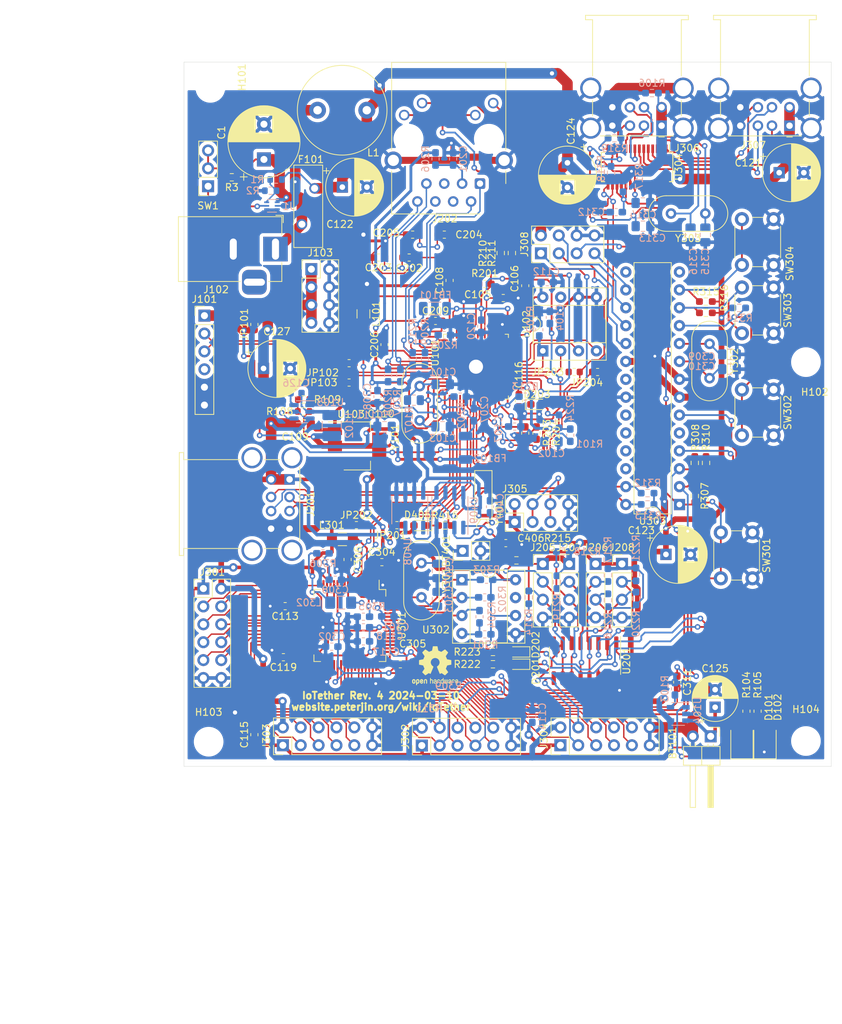
<source format=kicad_pcb>
(kicad_pcb (version 20211014) (generator pcbnew)
  (layers (0 "F.Cu" signal) (31 "B.Cu" signal) (34 "B.Paste" user) (35 "F.Paste" user) (36 "B.SilkS" user "B.Silkscreen") (37 "F.SilkS" user "F.Silkscreen") (38 "B.Mask" user) (39 "F.Mask" user) (44 "Edge.Cuts" user))
  (net 0 "")
  (net 1 "GND")
  (net 2 "Net-(C101-Pad1)")
  (net 3 "Net-(C102-Pad1)")
  (net 4 "Net-(C103-Pad1)")
  (net 5 "Net-(C104-Pad1)")
  (net 6 "+5V")
  (net 7 "+3V3")
  (net 8 "Net-(C1-Pad1)")
  (net 10 "UP_D+")
  (net 11 "UP_D-")
  (net 12 "/USBHub/D1-")
  (net 13 "/USBHub/D1+")
  (net 14 "/USBHub/D2-")
  (net 15 "/USBHub/D2+")
  (net 16 "Net-(R102-Pad1)")
  (net 24 "Net-(U101-Pad26)")
  (net 25 "Net-(U101-Pad25)")
  (net 26 "Net-(U101-Pad23)")
  (net 27 "SPD_LED")
  (net 28 "LNKA_LED")
  (net 29 "FDX_LED")
  (net 31 "U_MCP+")
  (net 32 "U_MCP-")
  (net 33 "U_FTDI+")
  (net 34 "U_FTDI-")
  (net 37 "/MCP2221A/SCL")
  (net 38 "/MCP2221A/SDA")
  (net 39 "Net-(C108-Pad1)")
  (net 40 "Net-(C110-Pad1)")
  (net 41 "VBUS")
  (net 42 "Net-(R201-Pad2)")
  (net 43 "Net-(R202-Pad1)")
  (net 44 "Net-(R203-Pad2)")
  (net 45 "Net-(R205-Pad1)")
  (net 46 "Net-(C201-Pad1)")
  (net 47 "/USBHub/TX+")
  (net 48 "/USBHub/TX-")
  (net 49 "/USBHub/RX+")
  (net 50 "/USBHub/RX-")
  (net 51 "Net-(J202-Pad11)")
  (net 52 "Net-(J202-Pad9)")
  (net 56 "Net-(R213-Pad2)")
  (net 61 "Net-(BT101-Pad1)")
  (net 62 "Net-(D101-Pad2)")
  (net 63 "Net-(D101-Pad1)")
  (net 64 "Net-(D102-Pad2)")
  (net 65 "Net-(R103-Pad2)")
  (net 68 "Net-(C301-Pad1)")
  (net 69 "Net-(C303-Pad1)")
  (net 70 "Net-(C304-Pad1)")
  (net 71 "Net-(C306-Pad1)")
  (net 72 "Net-(C307-Pad1)")
  (net 73 "Net-(J301-Pad10)")
  (net 74 "Net-(J301-Pad9)")
  (net 75 "Net-(J301-Pad8)")
  (net 76 "Net-(J301-Pad7)")
  (net 77 "Net-(J301-Pad6)")
  (net 78 "Net-(J301-Pad5)")
  (net 79 "Net-(J301-Pad4)")
  (net 80 "Net-(J301-Pad3)")
  (net 81 "Net-(J302-Pad10)")
  (net 82 "Net-(J302-Pad9)")
  (net 83 "Net-(J302-Pad8)")
  (net 84 "Net-(C309-Pad1)")
  (net 85 "Net-(J302-Pad6)")
  (net 86 "Net-(J302-Pad5)")
  (net 87 "Net-(C310-Pad1)")
  (net 88 "/MCP2221A/ATM_RESET")
  (net 89 "Net-(J303-Pad10)")
  (net 90 "Net-(J303-Pad9)")
  (net 91 "Net-(J303-Pad8)")
  (net 92 "Net-(J303-Pad7)")
  (net 93 "Net-(J303-Pad6)")
  (net 94 "Net-(J303-Pad5)")
  (net 95 "Net-(J303-Pad4)")
  (net 96 "Net-(J303-Pad3)")
  (net 97 "Net-(J304-Pad10)")
  (net 98 "Net-(J304-Pad9)")
  (net 99 "Net-(J304-Pad8)")
  (net 100 "Net-(J304-Pad7)")
  (net 101 "Net-(J304-Pad6)")
  (net 102 "Net-(J304-Pad5)")
  (net 106 "Net-(R301-Pad2)")
  (net 107 "Net-(R302-Pad2)")
  (net 108 "Net-(R303-Pad2)")
  (net 109 "Net-(R304-Pad1)")
  (net 110 "Net-(R305-Pad1)")
  (net 111 "Net-(C308-Pad1)")
  (net 112 "Net-(BT401-Pad1)")
  (net 113 "Net-(C406-Pad1)")
  (net 114 "Net-(C407-Pad1)")
  (net 115 "Net-(D406-Pad1)")
  (net 116 "Net-(R416-Pad2)")
  (net 117 "+3.3VA")
  (net 118 "/USBHub/USW_TX_E1")
  (net 119 "/USBHub/USW_RX_E1")
  (net 120 "/USBHub/USW_TX_E2")
  (net 121 "/USBHub/USW_RX_E2")
  (net 122 "UARTSW_RX_C")
  (net 123 "UARTSW_TX_C")
  (net 124 "SW0")
  (net 125 "/USBHub/USW_TX_E4")
  (net 126 "/USBHub/USW_TX_E3")
  (net 127 "/USBHub/USW_RX_E3")
  (net 128 "/USBHub/USW_RX_E4")
  (net 129 "SW1")
  (net 131 "Net-(D201-Pad2)")
  (net 132 "Net-(D202-Pad2)")
  (net 133 "ATM_DTR")
  (net 134 "ATM_RX")
  (net 135 "ATM_TX")
  (net 136 "Net-(R308-Pad2)")
  (net 137 "Net-(R310-Pad2)")
  (net 138 "/MCP2221A/IN0")
  (net 140 "/MCP2221A/IN1")
  (net 141 "/MCP2221A/IN2")
  (net 142 "Net-(C312-Pad1)")
  (net 143 "Net-(C313-Pad1)")
  (net 146 "/MCP2221A/ISP_MISO")
  (net 147 "/MCP2221A/ISP_SCK")
  (net 148 "/MCP2221A/ISP_MOSI")
  (net 149 "/MCP2221A/ISP_SS")
  (net 155 "Net-(C314-Pad1)")
  (net 156 "Net-(R318-Pad2)")
  (net 157 "Net-(R319-Pad1)")
  (net 163 "Net-(C315-Pad1)")
  (net 164 "Net-(C316-Pad1)")
  (net 165 "Net-(J306-Pad2)")
  (net 166 "Net-(J306-Pad3)")
  (net 167 "Net-(J306-Pad6)")
  (net 168 "Net-(J306-Pad7)")
  (net 169 "Net-(J307-Pad2)")
  (net 170 "Net-(J307-Pad3)")
  (net 171 "Net-(J307-Pad6)")
  (net 172 "Net-(J307-Pad7)")
  (net 173 "Net-(D203-Pad2)")
  (net 174 "Net-(C126-Pad1)")
  (net 175 "Net-(C126-Pad2)")
  (net 176 "Net-(R108-Pad2)")
  (net 177 "Net-(J1-Pad2)")
  (net 178 "Net-(J1-Pad5)")
  (net 179 "Net-(J1-Pad6)")
  (net 180 "Net-(R3-Pad2)")
  (footprint "Capacitor_SMD:C_0603_1608Metric_Pad1.05x0.95mm_HandSolder" (layer "F.Cu") (at 120.375 83.5)
    (fp_text reference "C105")
    (fp_text value ".1uF")
  )
  (footprint "Capacitor_SMD:C_0603_1608Metric_Pad1.05x0.95mm_HandSolder" (layer "F.Cu") (at 112.75 81 90)
    (fp_text reference "C108")
    (fp_text value ".1uF")
  )
  (footprint "Capacitor_SMD:C_0805_2012Metric_Pad1.15x1.40mm_HandSolder" (layer "F.Cu") (at 92 101.5)
    (fp_text reference "C109")
    (fp_text value "10uF")
  )
  (footprint "Capacitor_SMD:C_0603_1608Metric_Pad1.05x0.95mm_HandSolder" (layer "F.Cu") (at 103 98.5 180)
    (fp_text reference "C110")
    (fp_text value ".1uF")
  )
  (footprint "Capacitor_SMD:C_0603_1608Metric_Pad1.05x0.95mm_HandSolder" (layer "F.Cu") (at 122.6 98.075 -90)
    (fp_text reference "C116")
    (fp_text value ".1uF")
  )
  (footprint "Fuse:Fuse_BelFuse_0ZRE0033FF_L11.4mm_W3.8mm" (layer "F.Cu") (at 93.5575 67.925 -90)
    (fp_text reference "F101")
    (fp_text value "Fuse")
  )
  (footprint "Connector_BarrelJack:BarrelJack_Horizontal" (layer "F.Cu") (at 88 76.55)
    (fp_text reference "J102")
    (fp_text value "Barrel_Jack")
  )
  (footprint "Resistor_SMD:R_0603_1608Metric" (layer "F.Cu") (at 85 87.25 90)
    (fp_text reference "JP101")
    (fp_text value "Jumper_2_Open")
  )
  (footprint "Package_TO_SOT_SMD:SOT-223-3_TabPin2" (layer "F.Cu") (at 99.6 104.5)
    (fp_text reference "U103")
    (fp_text value "LM1117-3.3")
  )
  (footprint "Crystal:Crystal_HC49-U_Vertical" (layer "F.Cu") (at 108.5 96 -90)
    (fp_text reference "Y101")
    (fp_text value "Crystal")
  )
  (footprint "Inductor_SMD:L_1206_3216Metric_Pad1.42x1.75mm_HandSolder" (layer "F.Cu") (at 100.5 85.75 -90)
    (fp_text reference "L101")
    (fp_text value "1uH")
  )
  (footprint "iotether:QFN-64-1EP_9x9mm_P0.5mm_EP6x6mm" (layer "F.Cu") (at 116.5 93.25 90)
    (fp_text reference "U101")
    (fp_text value "LAN9514")
  )
  (footprint "Connector_USB:USB_A_Wuerth_61400826021_Horizontal_Stacked" (layer "F.Cu") (at 90 109.25 -90)
    (fp_text reference "J201")
    (fp_text value "Conn_02x04_Top_Bottom")
  )
  (footprint "MountingHole:MountingHole_3.2mm_M3" (layer "F.Cu") (at 78.74 53.6575)
    (fp_text reference "H101")
    (fp_text value "MountingHole")
  )
  (footprint "MountingHole:MountingHole_3.2mm_M3" (layer "F.Cu") (at 163.4 92.6)
    (fp_text reference "H102")
    (fp_text value "MountingHole")
  )
  (footprint "MountingHole:MountingHole_3.2mm_M3" (layer "F.Cu") (at 78.5 146.5)
    (fp_text reference "H103")
    (fp_text value "MountingHole")
  )
  (footprint "MountingHole:MountingHole_3.2mm_M3" (layer "F.Cu") (at 163.4 146.4)
    (fp_text reference "H104")
    (fp_text value "MountingHole")
  )
  (footprint "Resistor_SMD:R_0603_1608Metric_Pad1.05x0.95mm_HandSolder" (layer "F.Cu") (at 117.75 81.5 180)
    (fp_text reference "R201")
    (fp_text value "10k")
  )
  (footprint "Resistor_SMD:R_0603_1608Metric_Pad1.05x0.95mm_HandSolder" (layer "F.Cu") (at 123.5 102.675 -90)
    (fp_text reference "R203")
    (fp_text value "47k")
  )
  (footprint "Resistor_SMD:R_0603_1608Metric_Pad1.05x0.95mm_HandSolder" (layer "F.Cu") (at 125.1 102.675 90)
    (fp_text reference "R204")
    (fp_text value "68k")
  )
  (footprint "Capacitor_SMD:C_0603_1608Metric_Pad1.05x0.95mm_HandSolder" (layer "F.Cu") (at 107 77.75)
    (fp_text reference "C202")
    (fp_text value "15pF")
  )
  (footprint "Capacitor_SMD:C_0603_1608Metric_Pad1.05x0.95mm_HandSolder" (layer "F.Cu") (at 102.625 77.75 180)
    (fp_text reference "C203")
    (fp_text value "15pF")
  )
  (footprint "Capacitor_SMD:C_0603_1608Metric_Pad1.05x0.95mm_HandSolder" (layer "F.Cu") (at 112 74.5)
    (fp_text reference "C204")
    (fp_text value "15pF")
  )
  (footprint "Capacitor_SMD:C_0603_1608Metric_Pad1.05x0.95mm_HandSolder" (layer "F.Cu") (at 107.5 74.5 180)
    (fp_text reference "C205")
    (fp_text value "15pF")
  )
  (footprint "Connector_RJ:RJ45_Cetus_J1B1211CCD_Horizontal" (layer "F.Cu") (at 117.07 67.25 180)
    (fp_text reference "J202")
    (fp_text value "8P8C_LED_Shielded")
  )
  (footprint "Capacitor_SMD:C_0603_1608Metric_Pad1.05x0.95mm_HandSolder" (layer "F.Cu") (at 89.375 127.25 180)
    (fp_text reference "C113")
    (fp_text value ".1uF")
  )
  (footprint "Capacitor_SMD:C_0603_1608Metric_Pad1.05x0.95mm_HandSolder" (layer "F.Cu") (at 85 145.5 90)
    (fp_text reference "C115")
    (fp_text value ".1uF")
  )
  (footprint "Capacitor_SMD:C_0603_1608Metric_Pad1.05x0.95mm_HandSolder" (layer "F.Cu") (at 89.125 134.5 180)
    (fp_text reference "C119")
    (fp_text value ".1uF")
  )
  (footprint "Capacitor_SMD:C_0603_1608Metric_Pad1.05x0.95mm_HandSolder" (layer "F.Cu") (at 103.125 121)
    (fp_text reference "C304")
    (fp_text value ".1uF")
  )
  (footprint "Capacitor_SMD:C_0603_1608Metric_Pad1.05x0.95mm_HandSolder" (layer "F.Cu") (at 105.75 135.5)
    (fp_text reference "C305")
    (fp_text value ".1uF")
  )
  (footprint "Capacitor_SMD:C_0603_1608Metric_Pad1.05x0.95mm_HandSolder" (layer "F.Cu") (at 98.25 120.625 90)
    (fp_text reference "C306")
    (fp_text value ".1uF")
  )
  (footprint "Connector_PinHeader_2.54mm:PinHeader_2x06_P2.54mm_Vertical" (layer "F.Cu") (at 77.75 124.75)
    (fp_text reference "J301")
    (fp_text value "Conn_01x12")
  )
  (footprint "Connector_PinHeader_2.54mm:PinHeader_2x06_P2.54mm_Vertical" (layer "F.Cu") (at 108.8 147.04 90)
    (fp_text reference "J302")
    (fp_text value "Conn_01x12")
  )
  (footprint "Connector_PinHeader_2.54mm:PinHeader_2x06_P2.54mm_Vertical" (layer "F.Cu") (at 89.05 147 90)
    (fp_text reference "J303")
    (fp_text value "Conn_01x12")
  )
  (footprint "Connector_PinHeader_2.54mm:PinHeader_2x06_P2.54mm_Vertical" (layer "F.Cu") (at 128.5 147 90)
    (fp_text reference "J304")
    (fp_text value "Conn_01x12")
  )
  (footprint "Inductor_SMD:L_1206_3216Metric_Pad1.42x1.75mm_HandSolder" (layer "F.Cu") (at 97.5125 117.75)
    (fp_text reference "L301")
    (fp_text value "1uH")
  )
  (footprint "Package_QFP:LQFP-64_10x10mm_P0.5mm" (layer "F.Cu") (at 98.575 130 -90)
    (fp_text reference "U301")
    (fp_text value "FT4232H")
  )
  (footprint "Crystal:Crystal_HC49-U_Vertical" (layer "F.Cu") (at 108.75 121.12 -90)
    (fp_text reference "Y301")
    (fp_text value "Crystal")
  )
  (footprint "Connector_PinHeader_2.54mm:PinHeader_1x02_P2.54mm_Horizontal" (layer "F.Cu") (at 149.86 145.7325 -90)
    (fp_text reference "BT101")
    (fp_text value "Battery_Cell")
  )
  (footprint "Capacitor_THT:CP_Radial_D8.0mm_P3.50mm" (layer "F.Cu") (at 97.5 67.75)
    (fp_text reference "C122")
    (fp_text value "47uF")
  )
  (footprint "LED_SMD:LED_1210_3225Metric_Pad1.42x2.65mm_HandSolder" (layer "F.Cu") (at 154.305 146.4725 90)
    (fp_text reference "D101")
    (fp_text value "LED")
  )
  (footprint "LED_SMD:LED_1210_3225Metric_Pad1.42x2.65mm_HandSolder" (layer "F.Cu") (at 157.58 146.4675 90)
    (fp_text reference "D102")
    (fp_text value "LED")
  )
  (footprint "Resistor_SMD:R_0603_1608Metric_Pad1.05x0.95mm_HandSolder" (layer "F.Cu") (at 154.94 142.1625 -90)
    (fp_text reference "R104")
    (fp_text value "470")
  )
  (footprint "Resistor_SMD:R_0603_1608Metric_Pad1.05x0.95mm_HandSolder" (layer "F.Cu") (at 156.5275 142.1625 -90)
    (fp_text reference "R105")
    (fp_text value "470")
  )
  (footprint "Capacitor_THT:CP_Radial_D6.3mm_P2.50mm" (layer "F.Cu") (at 150.495 141.605 90)
    (fp_text reference "C125")
    (fp_text value "4.7uF")
  )
  (footprint "Resistor_SMD:R_0603_1608Metric" (layer "F.Cu") (at 98.4625 92.75)
    (fp_text reference "JP102")
    (fp_text value "Jumper_2_Open")
  )
  (footprint "Resistor_SMD:R_0603_1608Metric" (layer "F.Cu") (at 98.4625 95.5)
    (fp_text reference "JP103")
    (fp_text value "Jumper_2_Open")
  )
  (footprint "Resistor_SMD:R_0603_1608Metric" (layer "F.Cu") (at 105.25 115.75 180)
    (fp_text reference "JP201")
    (fp_text value "Jumper_2_Open")
  )
  (footprint "Resistor_SMD:R_0603_1608Metric" (layer "F.Cu") (at 99.5 115.75)
    (fp_text reference "JP202")
    (fp_text value "Jumper_2_Open")
  )
  (footprint "Resistor_SMD:R_0603_1608Metric" (layer "F.Cu") (at 130.4625 94)
    (fp_text reference "JP203")
    (fp_text value "Jumper_2_Open")
  )
  (footprint "Resistor_SMD:R_0603_1608Metric" (layer "F.Cu") (at 133.7875 94 180)
    (fp_text reference "JP204")
    (fp_text value "Jumper_2_Open")
  )
  (footprint "Symbol:OSHW-Logo2_7.3x6mm_SilkScreen" (layer "F.Cu") (at 110.7 135.7)
    (fp_text reference "H105" hide)
    (fp_text value "MountingHole" hide)
  )
  (footprint "Capacitor_SMD:C_0603_1608Metric_Pad1.08x0.95mm_HandSolder" (layer "F.Cu") (at 103.5 90.1125 90)
    (fp_text reference "C206")
    (fp_text value ".1uF")
  )
  (footprint "Capacitor_SMD:C_0603_1608Metric_Pad1.08x0.95mm_HandSolder" (layer "F.Cu") (at 110.75 86.75)
    (fp_text reference "C209")
    (fp_text value ".1uF")
  )
  (footprint "Connector_PinHeader_2.54mm:PinHeader_1x04_P2.54mm_Vertical" (layer "F.Cu") (at 126 121.25)
    (fp_text reference "J205")
    (fp_text value "Conn_01x04")
  )
  (footprint "Connector_PinHeader_2.54mm:PinHeader_1x04_P2.54mm_Vertical" (layer "F.Cu") (at 133.5 121.25)
    (fp_text reference "J206")
    (fp_text value "Conn_01x04")
  )
  (footprint "Connector_PinHeader_2.54mm:PinHeader_1x04_P2.54mm_Vertical" (layer "F.Cu") (at 129.75 121.25)
    (fp_text reference "J207")
    (fp_text value "Conn_01x04")
  )
  (footprint "Connector_PinHeader_2.54mm:PinHeader_1x04_P2.54mm_Vertical" (layer "F.Cu") (at 137.25 121.25)
    (fp_text reference "J208")
    (fp_text value "Conn_01x04")
  )
  (footprint "Resistor_SMD:R_0603_1608Metric_Pad0.98x0.95mm_HandSolder" (layer "F.Cu") (at 122.25 120.75 180)
    (fp_text reference "R215")
    (fp_text value "680k")
  )
  (footprint "Package_SO:SOIC-16_3.9x9.9mm_P1.27mm" (layer "F.Cu") (at 132 135 -90)
    (fp_text reference "U201")
    (fp_text value "SN74CBT3253")
  )
  (footprint "Capacitor_SMD:C_0603_1608Metric_Pad1.08x0.95mm_HandSolder" (layer "F.Cu") (at 123.5 81.75 -90)
    (fp_text reference "C106")
    (fp_text value ".1uF")
  )
  (footprint "LED_SMD:LED_0603_1608Metric_Pad1.05x0.95mm_HandSolder" (layer "F.Cu") (at 122.5 135.5 180)
    (fp_text reference "D201")
    (fp_text value "LED")
  )
  (footprint "Resistor_SMD:R_0603_1608Metric_Pad0.98x0.95mm_HandSolder" (layer "F.Cu") (at 118.9125 135.5)
    (fp_text reference "R222")
    (fp_text value "470")
  )
  (footprint "Resistor_SMD:R_0603_1608Metric_Pad0.98x0.95mm_HandSolder" (layer "F.Cu") (at 118.9125 133.75)
    (fp_text reference "R223")
    (fp_text value "470")
  )
  (footprint "LED_SMD:LED_0603_1608Metric_Pad1.05x0.95mm_HandSolder" (layer "F.Cu") (at 122.5 133.75 180)
    (fp_text reference "D202")
    (fp_text value "LED")
  )
  (footprint "Package_DIP:DIP-8_W7.62mm_Socket" (layer "F.Cu") (at 126 91 90)
    (fp_text reference "U102")
    (fp_text value "93CxxC")
  )
  (footprint "Package_DIP:DIP-8_W7.62mm_Socket" (layer "F.Cu") (at 114.5 123.5)
    (fp_text reference "U302")
    (fp_text value "93CxxC")
  )
  (footprint "Capacitor_THT:CP_Radial_D8.0mm_P3.50mm" (layer "F.Cu") (at 129.5 64.3 -90)
    (fp_text reference "C124")
    (fp_text value "1uF")
  )
  (footprint "Connector_PinHeader_2.54mm:PinHeader_1x06_P2.54mm_Vertical" (layer "F.Cu") (at 77.9 86)
    (fp_text reference "J101")
    (fp_text value "USB_B_Micro")
  )
  (footprint "LED_SMD:LED_0603_1608Metric_Pad1.05x0.95mm_HandSolder" (layer "F.Cu") (at 108.55 115.8 180)
    (fp_text reference "D406")
    (fp_text value "LED")
  )
  (footprint "Crystal:Crystal_C26-LF_D2.1mm_L6.5mm_Horizontal" (layer "F.Cu") (at 118.5 116.7 180)
    (fp_text reference "Y401")
    (fp_text value "Crystal")
  )
  (footprint "Resistor_SMD:R_0603_1608Metric_Pad0.98x0.95mm_HandSolder" (layer "F.Cu") (at 147.6 106.9125 -90)
    (fp_text reference "R308")
    (fp_text value "R")
  )
  (footprint "Capacitor_THT:CP_Radial_D8.0mm_P3.50mm" (layer "F.Cu") (at 159.6 65.7)
    (fp_text reference "C121")
    (fp_text value "10uF")
  )
  (footprint "Button_Switch_THT:SW_PUSH_6mm" (layer "F.Cu") (at 155.8 116.8 -90)
    (fp_text reference "SW301")
    (fp_text value "SW_Push")
  )
  (footprint "Capacitor_THT:CP_Radial_D8.0mm_P3.80mm" (layer "F.Cu") (at 86.3 93.5)
    (fp_text reference "C127")
    (fp_text value "C")
  )
  (footprint "Resistor_SMD:R_0603_1608Metric_Pad0.98x0.95mm_HandSolder" (layer "F.Cu") (at 149.175 84 180)
    (fp_text reference "R316")
    (fp_text value "R")
  )
  (footprint "Inductor_THT:L_Radial_D12.5mm_P7.00mm_Fastron_09HCP" (layer "F.Cu") (at 93.98 56.8325)
    (fp_text reference "L1")
    (fp_text value "L")
  )
  (footprint "Resistor_SMD:R_0603_1608Metric_Pad0.98x0.95mm_HandSolder" (layer "F.Cu") (at 149.2 106.9125 -90)
    (fp_text reference "R310")
    (fp_text value "R")
  )
  (footprint "Capacitor_THT:CP_Radial_D8.0mm_P3.50mm" (layer "F.Cu") (at 143.5 119.9)
    (fp_text reference "C123")
    (fp_text value "1uF")
  )
  (footprint "Resistor_SMD:R_0603_1608Metric" (layer "F.Cu") (at 92 97.9)
    (fp_text reference "R109")
    (fp_text value "R")
  )
  (footprint "Crystal:Crystal_HC49-U_Vertical" (layer "F.Cu") (at 149.1 71.5 180)
    (fp_text reference "Y303")
    (fp_text value "Crystal")
  )
  (footprint "Button_Switch_THT:SW_PUSH_6mm" (layer "F.Cu") (at 158.8 82 -90)
    (fp_text reference "SW303")
    (fp_text value "SW_Push")
  )
  (footprint "Connector_USB:USB_A_Wuerth_61400826021_Horizontal_Stacked" (layer "F.Cu") (at 161.07 59.03 180)
    (fp_text reference "J307")
    (fp_text value "Conn_01x09")
  )
  (footprint "Resistor_SMD:R_0603_1608Metric" (layer "F.Cu") (at 81.7875 66.3575 180)
    (fp_text reference "R3")
    (fp_text value "R")
  )
  (footprint "Button_Switch_THT:SW_PUSH_6mm" (layer "F.Cu") (at 158.8 72.3 -90)
    (fp_text reference "SW304")
    (fp_text value "SW_Push")
  )
  (footprint "Capacitor_THT:CP_Radial_D10.0mm_P5.00mm" (layer "F.Cu") (at 86.36 63.8175 90)
    (fp_text reference "C1")
    (fp_text value "C_Polarized")
  )
  (footprint "Crystal:Crystal_HC49-U_Vertical" (layer "F.Cu") (at 149.7 90 -90)
    (fp_text reference "Y302")
    (fp_text value "Crystal")
  )
  (footprint "Resistor_SMD:R_0603_1608Metric_Pad0.98x0.95mm_HandSolder" (layer "F.Cu") (at 121.6025 77.1125 90)
    (fp_text reference "R211")
    (fp_text value "330")
  )
  (footprint "Resistor_SMD:R_0603_1608Metric_Pad0.98x0.95mm_HandSolder" (layer "F.Cu") (at 112.0875 115.8)
    (fp_text reference "R416")
    (fp_text value "330")
  )
  (footprint "Connector_PinHeader_2.54mm:PinHeader_2x04_P2.54mm_Vertical" (layer "F.Cu") (at 125.73 77.1525 90)
    (fp_text reference "J308")
    (fp_text value "Conn_02x04_Odd_Even")
  )
  (footprint "Package_SO:SSOP-28_3.9x9.9mm_P0.635mm" (layer "F.Cu") (at 139.4 64.9 -90)
    (fp_text reference "U304")
    (fp_text value "FE1.1s")
  )
  (footprint "Connector_USB:USB_A_Wuerth_61400826021_Horizontal_Stacked" (layer "F.Cu") (at 142.88 59.03 180)
    (fp_text reference "J306")
    (fp_text value "Conn_01x09")
  )
  (footprint "Connector_PinSocket_2.54mm:PinSocket_1x03_P2.54mm_Vertical" (layer "F.Cu") (at 78.4225 67.6275 180)
    (fp_text reference "SW1")
    (fp_text value "SW_SPDT")
  )
  (footprint "Connector_PinHeader_2.54mm:PinHeader_2x04_P2.54mm_Vertical" (layer "F.Cu") (at 122 115.3 90)
    (fp_text reference "J305")
    (fp_text value "Conn_02x04_Odd_Even")
  )
  (footprint "Button_Switch_THT:SW_PUSH_6mm" (layer "F.Cu") (at 158.8 96.5 -90)
    (fp_text reference "SW302")
    (fp_text value "SW_Push")
  )
  (footprint "Capacitor_SMD:C_0603_1608Metric_Pad1.08x0.95mm_HandSolder" (layer "F.Cu") (at 145.1 138.0375 -90)
    (fp_text reference "C311")
    (fp_text value "C")
  )
  (footprint "Resistor_SMD:R_0603_1608Metric_Pad0.98x0.95mm_HandSolder" (layer "F.Cu") (at 149.175 85.6 180)
    (fp_text reference "R315")
    (fp_text value "R")
  )
  (footprint "Resistor_SMD:R_0603_1608Metric_Pad0.98x0.95mm_HandSolder" (layer "F.Cu") (at 120.015 77.1125 90)
    (fp_text reference "R210")
    (fp_text value "330")
  )
  (footprint "Resistor_SMD:R_0603_1608Metric_Pad0.98x0.95mm_HandSolder" (layer "F.Cu") (at 147.6 111.6125 -90)
    (fp_text reference "R307")
    (fp_text value "R")
  )
  (footprint "Package_DIP:DIP-28_W7.62mm" (layer "F.Cu") (at 145.42 112.82 180)
    (fp_text reference "U303")
    (fp_text value "ATmega328P-P")
  )
  (footprint "Connector_PinHeader_2.54mm:PinHeader_2x04_P2.54mm_Vertical" (layer "F.Cu") (at 93.1 79.4)
    (fp_text reference "J103")
    (fp_text value "Conn_02x04_Odd_Even")
  )
  (footprint "Capacitor_SMD:C_0603_1608Metric_Pad1.08x0.95mm_HandSolder" (layer "F.Cu") (at 120.7375 118.3)
    (fp_text reference "C406")
    (fp_text value "4.7pF")
  )
  (footprint "Connector_PinHeader_2.54mm:PinHeader_1x02_P2.54mm_Vertical" (layer "F.Cu") (at 114.6 119.4 90)
    (fp_text reference "BT401")
    (fp_text value "Battery_Cell")
  )
  (footprint "LED_SMD:LED_0603_1608Metric_Pad1.05x0.95mm_HandSolder" (layer "F.Cu") (at 125.175 98.6)
    (fp_text reference "D203")
    (fp_text value "LED")
  )
  (footprint "Resistor_SMD:R_0603_1608Metric" (layer "F.Cu") (at 92 99.6 180)
    (fp_text reference "R108")
    (fp_text value "R")
  )
  (footprint "Capacitor_SMD:C_0805_2012Metric_Pad1.15x1.40mm_HandSolder" (layer "B.Cu") (at 111.775 95.75)
    (fp_text reference "C101")
    (fp_text value "22pF")
  )
  (footprint "Capacitor_SMD:C_0805_2012Metric_Pad1.15x1.40mm_HandSolder" (layer "B.Cu") (at 127.225 103.9)
    (fp_text reference "C102")
    (fp_text value "C")
  )
  (footprint "Capacitor_SMD:C_0805_2012Metric_Pad1.15x1.40mm_HandSolder" (layer "B.Cu") (at 111.75 101.75)
    (fp_text reference "C103")
    (fp_text value "22pF")
  )
  (footprint "Capacitor_SMD:C_0603_1608Metric_Pad1.05x0.95mm_HandSolder" (layer "B.Cu") (at 122 101.75)
    (fp_text reference "C107")
    (fp_text value ".1uF")
  )
  (footprint "Capacitor_SMD:C_0805_2012Metric_Pad1.15x1.40mm_HandSolder" (layer "B.Cu") (at 103.5 101.75 180)
    (fp_text reference "C111")
    (fp_text value "1uF")
  )
  (footprint "Capacitor_SMD:C_0603_1608Metric_Pad1.05x0.95mm_HandSolder" (layer "B.Cu") (at 126.625 81.25)
    (fp_text reference "C112")
    (fp_text value ".1uF")
  )
  (footprint "Capacitor_SMD:C_0603_1608Metric_Pad1.05x0.95mm_HandSolder" (layer "B.Cu") (at 117.25 87.5 -90)
    (fp_text reference "C120")
    (fp_text value ".1uF")
  )
  (footprint "Resistor_SMD:R_0603_1608Metric_Pad1.05x0.95mm_HandSolder" (layer "B.Cu") (at 129.9 102.975 -90)
    (fp_text reference "R101")
    (fp_text value "R")
  )
  (footprint "Resistor_SMD:R_0603_1608Metric_Pad1.05x0.95mm_HandSolder" (layer "B.Cu") (at 125.5 88 90)
    (fp_text reference "R102")
    (fp_text value "10k")
  )
  (footprint "Resistor_SMD:R_0603_1608Metric_Pad1.05x0.95mm_HandSolder" (layer "B.Cu") (at 114.25 97.5)
    (fp_text reference "R202")
    (fp_text value "12k")
  )
  (footprint "Resistor_SMD:R_0603_1608Metric_Pad1.05x0.95mm_HandSolder" (layer "B.Cu") (at 112 88.75)
    (fp_text reference "R205")
    (fp_text value "12.4k")
  )
  (footprint "Capacitor_SMD:C_0603_1608Metric_Pad1.05x0.95mm_HandSolder" (layer "B.Cu") (at 113.25 63.75 90)
    (fp_text reference "C201")
    (fp_text value "22nF")
  )
  (footprint "Resistor_SMD:R_0603_1608Metric_Pad1.05x0.95mm_HandSolder" (layer "B.Cu") (at 110.75 63.75 -90)
    (fp_text reference "R206")
    (fp_text value "10")
  )
  (footprint "Resistor_SMD:R_0603_1608Metric_Pad1.05x0.95mm_HandSolder" (layer "B.Cu") (at 105.75 94.5 90)
    (fp_text reference "R207")
    (fp_text value "49.9")
  )
  (footprint "Resistor_SMD:R_0603_1608Metric_Pad1.05x0.95mm_HandSolder" (layer "B.Cu") (at 104 94.5 90)
    (fp_text reference "R208")
    (fp_text value "49.9")
  )
  (footprint "Resistor_SMD:R_0603_1608Metric_Pad1.05x0.95mm_HandSolder" (layer "B.Cu") (at 109.25 92.125 90)
    (fp_text reference "R209")
    (fp_text value "49.9")
  )
  (footprint "Resistor_SMD:R_0603_1608Metric_Pad1.05x0.95mm_HandSolder" (layer "B.Cu") (at 107.5 92.125 90)
    (fp_text reference "R212")
    (fp_text value "49.9")
  )
  (footprint "Resistor_SMD:R_0603_1608Metric_Pad1.05x0.95mm_HandSolder" (layer "B.Cu") (at 123.5 97.5 180)
    (fp_text reference "R213")
    (fp_text value "10k")
  )
  (footprint "Capacitor_SMD:C_0603_1608Metric_Pad1.05x0.95mm_HandSolder" (layer "B.Cu") (at 124.5 142.875 90)
    (fp_text reference "C114")
    (fp_text value ".1uF")
  )
  (footprint "Capacitor_SMD:C_0603_1608Metric_Pad1.05x0.95mm_HandSolder" (layer "B.Cu") (at 100.5 132.25 180)
    (fp_text reference "C117")
    (fp_text value ".1uF")
  )
  (footprint "Capacitor_SMD:C_0603_1608Metric_Pad1.05x0.95mm_HandSolder" (layer "B.Cu") (at 100.5 130.25 180)
    (fp_text reference "C118")
    (fp_text value ".1uF")
  )
  (footprint "Capacitor_SMD:C_0603_1608Metric_Pad1.05x0.95mm_HandSolder" (layer "B.Cu") (at 103.975 128.7)
    (fp_text reference "C301")
    (fp_text value ".1uF")
  )
  (footprint "Capacitor_SMD:C_0603_1608Metric_Pad1.05x0.95mm_HandSolder" (layer "B.Cu") (at 96 133 180)
    (fp_text reference "C302")
    (fp_text value ".1uF")
  )
  (footprint "Capacitor_SMD:C_0805_2012Metric_Pad1.15x1.40mm_HandSolder" (layer "B.Cu") (at 111 126.25 90)
    (fp_text reference "C303")
    (fp_text value "22pF")
  )
  (footprint "Capacitor_SMD:C_0805_2012Metric_Pad1.15x1.40mm_HandSolder" (layer "B.Cu") (at 111 122.25 -90)
    (fp_text reference "C307")
    (fp_text value "22pF")
  )
  (footprint "Inductor_SMD:L_1206_3216Metric_Pad1.42x1.75mm_HandSolder" (layer "B.Cu") (at 97.2625 126.75)
    (fp_text reference "L302")
    (fp_text value "1uH")
  )
  (footprint "Resistor_SMD:R_0603_1608Metric_Pad1.05x0.95mm_HandSolder" (layer "B.Cu") (at 144.78 138.9875 -90)
    (fp_text reference "R103")
    (fp_text value "4.7k")
  )
  (footprint "Package_TO_SOT_SMD:SOT-23-5" (layer "B.Cu") (at 145.245 142.555 180)
    (fp_text reference "U104")
    (fp_text value "MCP73831-2-OT")
  )
  (footprint "Resistor_SMD:R_0603_1608Metric_Pad1.05x0.95mm_HandSolder" (layer "B.Cu") (at 117.75 131.25 180)
    (fp_text reference "R301")
    (fp_text value "10k")
  )
  (footprint "Resistor_SMD:R_0603_1608Metric_Pad1.05x0.95mm_HandSolder" (layer "B.Cu") (at 117.75 126 180)
    (fp_text reference "R302")
    (fp_text value "10k")
  )
  (footprint "Resistor_SMD:R_0603_1608Metric_Pad1.05x0.95mm_HandSolder" (layer "B.Cu") (at 118 123.5 180)
    (fp_text reference "R303")
    (fp_text value "10k")
  )
  (footprint "Resistor_SMD:R_0603_1608Metric_Pad1.05x0.95mm_HandSolder" (layer "B.Cu") (at 117 128.75 -90)
    (fp_text reference "R304")
    (fp_text value "2.2k")
  )
  (footprint "Resistor_SMD:R_0603_1608Metric_Pad1.05x0.95mm_HandSolder" (layer "B.Cu") (at 100.5 128.75 180)
    (fp_text reference "R305")
    (fp_text value "12k")
  )
  (footprint "Capacitor_SMD:C_0603_1608Metric_Pad1.05x0.95mm_HandSolder" (layer "B.Cu") (at 96.5 123.5)
    (fp_text reference "C308")
    (fp_text value ".1uF")
  )
  (footprint "Resistor_SMD:R_0603_1608Metric_Pad1.05x0.95mm_HandSolder" (layer "B.Cu") (at 94.75 119.75)
    (fp_text reference "R306")
    (fp_text value "10k")
  )
  (footprint "Inductor_SMD:L_1206_3216Metric_Pad1.22x1.90mm_HandSolder" (layer "B.Cu") (at 110.6625 85 180)
    (fp_text reference "FB101")
    (fp_text value "Ferrite_Bead")
  )
  (footprint "Inductor_SMD:L_1206_3216Metric_Pad1.22x1.90mm_HandSolder" (layer "B.Cu") (at 115 104.7625 90)
    (fp_text reference "FB102")
    (fp_text value "Ferrite_Bead")
  )
  (footprint "Capacitor_SMD:C_0603_1608Metric_Pad1.08x0.95mm_HandSolder" (layer "B.Cu") (at 116.2 100.0625 90)
    (fp_text reference "C207")
    (fp_text value ".1uF")
  )
  (footprint "Capacitor_SMD:C_0603_1608Metric_Pad1.08x0.95mm_HandSolder" (layer "B.Cu") (at 102.5 97.5 -90)
    (fp_text reference "C208")
    (fp_text value ".1uF")
  )
  (footprint "Resistor_SMD:R_0603_1608Metric_Pad0.98x0.95mm_HandSolder" (layer "B.Cu") (at 124 126 90)
    (fp_text reference "R214")
    (fp_text value "680k")
  )
  (footprint "Resistor_SMD:R_0603_1608Metric_Pad0.98x0.95mm_HandSolder" (layer "B.Cu") (at 135.25 126.4125 90)
    (fp_text reference "R216")
    (fp_text value "680k")
  )
  (footprint "Resistor_SMD:R_0603_1608Metric_Pad0.98x0.95mm_HandSolder" (layer "B.Cu") (at 135.25 122.8375 -90)
    (fp_text reference "R217")
    (fp_text value "680k")
  )
  (footprint "Resistor_SMD:R_0603_1608Metric_Pad0.98x0.95mm_HandSolder" (layer "B.Cu") (at 128.8375 119.5 180)
    (fp_text reference "R218")
    (fp_text value "680k")
  )
  (footprint "Resistor_SMD:R_0603_1608Metric_Pad0.98x0.95mm_HandSolder" (layer "B.Cu") (at 128 123.8375 -90)
    (fp_text reference "R219")
    (fp_text value "680k")
  )
  (footprint "Resistor_SMD:R_0603_1608Metric_Pad0.98x0.95mm_HandSolder" (layer "B.Cu") (at 139.25 126.1625 90)
    (fp_text reference "R220")
    (fp_text value "680k")
  )
  (footprint "Resistor_SMD:R_0603_1608Metric_Pad0.98x0.95mm_HandSolder" (layer "B.Cu") (at 139.25 122.75 -90)
    (fp_text reference "R221")
    (fp_text value "680k")
  )
  (footprint "Capacitor_SMD:C_0603_1608Metric_Pad1.08x0.95mm_HandSolder" (layer "B.Cu") (at 127 86.25 90)
    (fp_text reference "C104")
    (fp_text value ".1uF")
  )
  (footprint "Capacitor_SMD:C_0603_1608Metric_Pad1.08x0.95mm_HandSolder" (layer "B.Cu") (at 136.4375 71.3 180)
    (fp_text reference "C312")
    (fp_text value ".1uf")
  )
  (footprint "Capacitor_SMD:C_0805_2012Metric_Pad1.18x1.45mm_HandSolder" (layer "B.Cu") (at 152.5375 93.6)
    (fp_text reference "C310")
    (fp_text value "22pf")
  )
  (footprint "Resistor_SMD:R_0603_1608Metric_Pad0.98x0.95mm_HandSolder" (layer "B.Cu") (at 141.5125 54.4 180)
    (fp_text reference "R106")
    (fp_text value "680k")
  )
  (footprint "Resistor_SMD:R_0603_1608Metric_Pad0.98x0.95mm_HandSolder" (layer "B.Cu") (at 140.8875 112.8 180)
    (fp_text reference "R313")
    (fp_text value "2.2k")
  )
  (footprint "Capacitor_SMD:C_0603_1608Metric_Pad1.08x0.95mm_HandSolder" (layer "B.Cu") (at 118.5 113.1375 90)
    (fp_text reference "C407")
    (fp_text value "4.7pF")
  )
  (footprint "Capacitor_SMD:C_0805_2012Metric_Pad1.18x1.45mm_HandSolder" (layer "B.Cu") (at 152.5375 91.5)
    (fp_text reference "C309")
    (fp_text value "22pf")
  )
  (footprint "Inductor_SMD:L_1210_3225Metric_Pad1.42x2.65mm_HandSolder" (layer "B.Cu") (at 96 101.6125 -90)
    (fp_text reference "L102")
    (fp_text value "L")
  )
  (footprint "Package_TO_SOT_SMD:SOT-563" (layer "B.Cu") (at 87.5 70.4025 180)
    (fp_text reference "J1")
    (fp_text value "Conn_02x03_Counter_Clockwise")
  )
  (footprint "Capacitor_SMD:C_0805_2012Metric_Pad1.18x1.45mm_HandSolder" (layer "B.Cu") (at 149.1 74.5375 -90)
    (fp_text reference "C315")
    (fp_text value "C")
  )
  (footprint "Resistor_SMD:R_0603_1608Metric_Pad0.98x0.95mm_HandSolder" (layer "B.Cu") (at 140.8875 111.2 180)
    (fp_text reference "R312")
    (fp_text value "2.2k")
  )
  (footprint "Resistor_SMD:R_0603_1608Metric_Pad0.98x0.95mm_HandSolder" (layer "B.Cu") (at 113.4875 141.7 180)
    (fp_text reference "R311")
    (fp_text value "R")
  )
  (footprint "Resistor_SMD:R_0805_2012Metric" (layer "B.Cu") (at 107.675 98)
    (fp_text reference "R107")
    (fp_text value "R")
  )
  (footprint "Capacitor_SMD:C_0603_1608Metric" (layer "B.Cu") (at 90.925 97 180)
    (fp_text reference "C126")
    (fp_text value "C")
  )
  (footprint "Resistor_SMD:R_0603_1608Metric_Pad0.98x0.95mm_HandSolder" (layer "B.Cu") (at 112.5875 140 180)
    (fp_text reference "R309")
    (fp_text value "R")
  )
  (footprint "Resistor_SMD:R_0603_1608Metric" (layer "B.Cu") (at 87.315 68.2625 180)
    (fp_text reference "R2")
    (fp_text value "R")
  )
  (footprint "Resistor_SMD:R_0603_1608Metric" (layer "B.Cu") (at 88.075 66.675 180)
    (fp_text reference "R1")
    (fp_text value "R")
  )
  (footprint "Package_SO:SOIC-8_3.9x4.9mm_P1.27mm" (layer "B.Cu") (at 112.795 113.625 90)
    (fp_text reference "U409")
    (fp_text value "DS1307+")
  )
  (footprint "Resistor_SMD:R_0603_1608Metric_Pad0.98x0.95mm_HandSolder" (layer "B.Cu") (at 153.9125 84.9)
    (fp_text reference "R314")
    (fp_text value "R")
  )
  (footprint "Capacitor_SMD:C_0805_2012Metric_Pad1.18x1.45mm_HandSolder" (layer "B.Cu") (at 140.2375 73.3)
    (fp_text reference "C313")
    (fp_text value "C")
  )
  (footprint "Resistor_SMD:R_0603_1608Metric_Pad0.98x0.95mm_HandSolder" (layer "B.Cu") (at 128.3 101.0125 90)
    (fp_text reference "R224")
    (fp_text value "470")
  )
  (footprint "Package_TO_SOT_SMD:SOT-23-6" (layer "B.Cu") (at 91.7625 99.65 180)
    (fp_text reference "U105")
    (fp_text value "AP62200")
  )
  (footprint "Package_SO:SOIC-8_3.9x4.9mm_P1.27mm" (layer "B.Cu") (at 107.095 113.625 90)
    (fp_text reference "U408")
    (fp_text value "LM75B")
  )
  (footprint "Resistor_SMD:R_0603_1608Metric_Pad0.98x0.95mm_HandSolder" (layer "B.Cu") (at 136.1875 60.8)
    (fp_text reference "R319")
    (fp_text value "R")
  )
  (footprint "Resistor_SMD:R_0603_1608Metric_Pad0.98x0.95mm_HandSolder" (layer "B.Cu") (at 135.7 65.7125 90)
    (fp_text reference "R318")
    (fp_text value "R")
  )
  (footprint "Capacitor_SMD:C_0805_2012Metric_Pad1.18x1.45mm_HandSolder" (layer "B.Cu") (at 147 74.5375 -90)
    (fp_text reference "C316")
    (fp_text value "C")
  )
  (footprint "Capacitor_SMD:C_0805_2012Metric_Pad1.18x1.45mm_HandSolder" (layer "B.Cu") (at 140.225 70)
    (fp_text reference "C314")
    (fp_text value "C")
  )
  (footprint "Resistor_SMD:R_0603_1608Metric_Pad0.98x0.95mm_HandSolder" (layer "B.Cu") (at 137.4 67.5125 -90)
    (fp_text reference "R317")
    (fp_text value "15k")
  )
  (gr_line (start 75 150) (end 75 50) (layer "Edge.Cuts") (width 0.05))
  (gr_line (start 75 50) (end 167 50) (layer "Edge.Cuts") (width 0.05))
  (gr_line (start 167 50) (end 167 150) (layer "Edge.Cuts") (width 0.05))
  (gr_line (start 167 150) (end 75 150) (layer "Edge.Cuts") (width 0.05))
  (gr_text "IoTether Rev. 4 2024-03-10\nwebsite.peterjin.org/wiki/IoTether" (at 103 140.75) (layer "F.SilkS") (effects (font (size 1 1) (thickness 0.25))))
  (segment (start 114.75 84) (end 114.75 80.5) (width 0.25) (layer "F.Cu") (net 1))
  (segment (start 114.75 86) (end 114.75 84) (width 0.25) (layer "F.Cu") (net 1))
  (segment (start 97.75 98.5) (end 97.75 98.5) (width 0.5) (layer "F.Cu") (net 1))
  (segment (start 103.6375 75.3875) (end 101.75 77.275) (width 0.2) (layer "F.Cu") (net 1))
  (segment (start 107.268001 79.018001) (end 106.286002 80) (width 0.2) (layer "F.Cu") (net 1))
  (segment (start 122.5 83.5) (end 122.5 83.5) (width 0.25) (layer "F.Cu") (net 1))
  (segment (start 125.5 100) (end 125.5 100) (width 0.25) (layer "F.Cu") (net 1))
  (segment (start 82.25 142.35) (end 82.25 142.35) (width 0.4) (layer "F.Cu") (net 1))
  (segment (start 95.25 138) (end 95.25 138) (width 0.25) (layer "F.Cu") (net 1))
  (segment (start 105.920351 133.579649) (end 106.625 134.284298) (width 0.25) (layer "F.Cu") (net 1))
  (segment (start 102.25 138.25) (end 102.25 138.25) (width 0.25) (layer "F.Cu") (net 1))
  (segment (start 96.75 122) (end 96.75 122) (width 0.25) (layer "F.Cu") (net 1))
  (segment (start 102 126.5) (end 102 126.5) (width 0.25) (layer "F.Cu") (net 1))
  (segment (start 109.75 88) (end 109.75 88) (width 0.25) (layer "F.Cu") (net 1))
  (segment (start 103.75 87.75) (end 103.75 87.75) (width 0.25) (layer "F.Cu") (net 1))
  (segment (start 88.5 127.25) (end 87.25 127.25) (width 0.25) (layer "F.Cu") (net 1))
  (segment (start 112.75 80.125) (end 112.275 80.125) (width 0.4) (layer "F.Cu") (net 1))
  (segment (start 95.825 135.925) (end 95.80001 135.94999) (width 0.25) (layer "F.Cu") (net 1))
  (segment (start 102.5 81.5) (end 101 81.5) (width 0.4) (layer "F.Cu") (net 1))
  (segment (start 106.625 76.5) (end 107.875 77.75) (width 0.2) (layer "F.Cu") (net 1))
  (segment (start 114.75 88.8125) (end 114.75 86) (width 0.25) (layer "F.Cu") (net 1))
  (segment (start 104.25 120.75) (end 104 121) (width 0.25) (layer "F.Cu") (net 1))
  (segment (start 142.3 115.3) (end 143.3 114.3) (width 1) (layer "F.Cu") (net 1))
  (segment (start 103.5 89.25) (end 103.5 88) (width 0.25) (layer "F.Cu") (net 1))
  (segment (start 135.88 54.62) (end 136.8 53.7) (width 1.5) (layer "F.Cu") (net 1))
  (segment (start 101.75 125.75) (end 101.75 126.25) (width 0.25) (layer "F.Cu") (net 1))
  (segment (start 104.525 74.5) (end 103.6375 75.3875) (width 0.2) (layer "F.Cu") (net 1))
  (segment (start 136.8 53.7) (end 145.95 53.7) (width 1.5) (layer "F.Cu") (net 1))
  (segment (start 93.75 116.25) (end 94.7 115.3) (width 1) (layer "F.Cu") (net 1))
  (segment (start 102.125 98.5) (end 97.75 98.5) (width 0.5) (layer "F.Cu") (net 1))
  (segment (start 111.6125 86.75) (end 111.6125 88.1375) (width 0.25) (layer "F.Cu") (net 1))
  (segment (start 93.725 102.2) (end 93.025 101.5) (width 0.5) (layer "F.Cu") (net 1))
  (segment (start 96.325 125.925) (end 96.25 126) (width 0.25) (layer "F.Cu") (net 1))
  (segment (start 126 130.97) (end 127.555 132.525) (width 0.4) (layer "F.Cu") (net 1))
  (segment (start 144.0275 62.8) (end 145.7 62.8) (width 0.25) (layer "F.Cu") (net 1))
  (segment (start 112.875 77.875) (end 112.75 77.75) (width 0.2) (layer "F.Cu") (net 1))
  (segment (start 124.2 102.7) (end 122.2 102.7) (width 0.25) (layer "F.Cu") (net 1))
  (segment (start 146.0475 144.46) (end 147.32 145.7325) (width 1.5) (layer "F.Cu") (net 1))
  (segment (start 97.775 119.75) (end 96.75 120.775) (width 0.25) (layer "F.Cu") (net 1))
  (segment (start 148.8675 139.105) (end 150.495 139.105) (width 1.5) (layer "F.Cu") (net 1))
  (segment (start 147.32 143.1925) (end 148.2725 142.24) (width 1.5) (layer "F.Cu") (net 1))
  (segment (start 101.75 77.275) (end 101.75 77.75) (width 0.2) (layer "F.Cu") (net 1))
  (segment (start 106.625 74.5) (end 106.625 76.5) (width 0.2) (layer "F.Cu") (net 1))
  (segment (start 105.090702 132.75) (end 105.920351 133.579649) (width 0.25) (layer "F.Cu") (net 1))
  (segment (start 135.88 56.41) (end 135.88 54.62) (width 1.5) (layer "F.Cu") (net 1))
  (segment (start 136.445 132.525) (end 136.445 133.695) (width 0.25) (layer "F.Cu") (net 1))
  (segment (start 143.5275 62.3) (end 144.0275 62.8) (width 0.25) (layer "F.Cu") (net 1))
  (segment (start 101.75 126.25) (end 102 126.5) (width 0.25) (layer "F.Cu") (net 1))
  (segment (start 95.34999 124.69999) (end 95.34999 125.84999) (width 0.25) (layer "F.Cu") (net 1))
  (segment (start 122.2 102.7) (end 121.9 103) (width 0.25) (layer "F.Cu") (net 1))
  (segment (start 112.275 80.125) (end 110.65 81.75) (width 0.4) (layer "F.Cu") (net 1))
  (segment (start 110.65 81.75) (end 102.75 81.75) (width 0.4) (layer "F.Cu") (net 1))
  (segment (start 101.5 125.5) (end 101.75 125.75) (width 0.25) (layer "F.Cu") (net 1))
  (segment (start 95.5 126) (end 96.25 126) (width 0.25) (layer "F.Cu") (net 1))
  (segment (start 113 61.5) (end 113 63.9) (width 0.25) (layer "F.Cu") (net 1))
  (segment (start 105.5 120.75) (end 104.25 120.75) (width 0.25) (layer "F.Cu") (net 1))
  (segment (start 114.55 63.95) (end 115 63.5) (width 1) (layer "F.Cu") (net 1))
  (segment (start 96.325 124.325) (end 96.325 125.925) (width 0.25) (layer "F.Cu") (net 1))
  (segment (start 100.325 125.165702) (end 100.659298 125.5) (width 0.25) (layer "F.Cu") (net 1))
  (segment (start 123.4 99.75) (end 122.6 98.95) (width 0.25) (layer "F.Cu") (net 1))
  (segment (start 110 88.25) (end 109.75 88) (width 0.25) (layer "F.Cu") (net 1))
  (segment (start 101.825 135.675) (end 101.825 137.825) (width 0.25) (layer "F.Cu") (net 1))
  (segment (start 131.08 83.38) (end 133.62 83.38) (width 0.4) (layer "F.Cu") (net 1))
  (segment (start 103.6375 75.3875) (end 101.3875 75.3875) (width 0.4) (layer "F.Cu") (net 1))
  (segment (start 148.2725 142.24) (end 148.2725 139.7) (width 1.5) (layer "F.Cu") (net 1))
  (segment (start 121.25 83.5) (end 122.5 83.5) (width 0.25) (layer "F.Cu") (net 1))
  (segment (start 102.75 81.75) (end 102.5 81.5) (width 0.4) (layer "F.Cu") (net 1))
  (segment (start 135.175 138.075) (end 136.1 139) (width 0.25) (layer "F.Cu") (net 1))
  (segment (start 97.825 124.325) (end 97.325 124.325) (width 0.25) (layer "F.Cu") (net 1))
  (segment (start 96.45 102.2) (end 93.725 102.2) (width 0.5) (layer "F.Cu") (net 1))
  (segment (start 103.5 88) (end 103.75 87.75) (width 0.25) (layer "F.Cu") (net 1))
  (segment (start 136.445 133.695) (end 137.25 134.5) (width 0.25) (layer "F.Cu") (net 1))
  (segment (start 142.1375 91.7575) (end 141.9225 91.7575) (width 1) (layer "F.Cu") (net 1))
  (segment (start 106.625 134.284298) (end 106.625 135.025) (width 0.25) (layer "F.Cu") (net 1))
  (segment (start 92.825 97.9) (end 93.4 97.9) (width 0.2) (layer "F.Cu") (net 1))
  (segment (start 122.8 118.3) (end 123 118.5) (width 0.25) (layer "F.Cu") (net 1))
  (segment (start 114.375 80.125) (end 112.75 80.125) (width 0.25) (layer "F.Cu") (net 1))
  (segment (start 147.32 145.7325) (end 147.32 143.1925) (width 1.5) (layer "F.Cu") (net 1))
  (segment (start 96.75 121.434315) (end 96.75 122) (width 0.25) (layer "F.Cu") (net 1))
  (segment (start 88.25 134.25) (end 87.5 133.5) (width 0.25) (layer "F.Cu") (net 1))
  (segment (start 141.2 144.46) (end 146.0475 144.46) (width 1.5) (layer "F.Cu") (net 1))
  (segment (start 106.286002 80) (end 103.213998 80) (width 0.2) (layer "F.Cu") (net 1))
  (segment (start 126 130.97) (end 122.27 130.97) (width 0.4) (layer "F.Cu") (net 1))
  (segment (start 123.3875 82.6125) (end 122.5 83.5) (width 0.25) (layer "F.Cu") (net 1))
  (segment (start 101.825 137.825) (end 102.25 138.25) (width 0.25) (layer "F.Cu") (net 1))
  (segment (start 96.45 99.8) (end 96.45 102.2) (width 0.5) (layer "F.Cu") (net 1))
  (segment (start 103.213998 80) (end 101.75 78.536002) (width 0.2) (layer "F.Cu") (net 1))
  (segment (start 95.80001 135.94999) (end 95.80001 137.44999) (width 0.25) (layer "F.Cu") (net 1))
  (segment (start 111.5 88.25) (end 110 88.25) (width 0.25) (layer "F.Cu") (net 1))
  (segment (start 96.75 120.775) (end 96.75 121.434315) (width 0.25) (layer "F.Cu") (net 1))
  (segment (start 111.6125 88.1375) (end 111.5 88.25) (width 0.25) (layer "F.Cu") (net 1))
  (segment (start 97.325 122.575) (end 96.75 122) (width 0.25) (layer "F.Cu") (net 1))
  (segment (start 104.75 63.95) (end 113.05 63.95) (width 1) (layer "F.Cu") (net 1))
  (segment (start 122.27 130.97) (end 122.12 131.12) (width 0.4) (layer "F.Cu") (net 1))
  (segment (start 100.325 124.325) (end 100.325 125.165702) (width 0.25) (layer "F.Cu") (net 1))
  (segment (start 96.5 129.75) (end 96 129.25) (width 0.25) (layer "F.Cu") (net 1))
  (segment (start 113 63.9) (end 113.05 63.95) (width 0.25) (layer "F.Cu") (net 1))
  (segment (start 95.80001 137.44999) (end 95.25 138) (width 0.25) (layer "F.Cu") (net 1))
  (segment (start 101.75 78.225) (end 101.75 77.75) (width 0.2) (layer "F.Cu") (net 1))
  (segment (start 107.875 78.411002) (end 107.268001 79.018001) (width 0.2) (layer "F.Cu") (net 1))
  (segment (start 103.25 124.25) (end 102.4 124.25) (width 0.25) (layer "F.Cu") (net 1))
  (segment (start 123.5 82.6125) (end 123.3875 82.6125) (width 0.25) (layer "F.Cu") (net 1))
  (segment (start 117.25 63.5) (end 117.7 63.95) (width 1) (layer "F.Cu") (net 1))
  (segment (start 126 128.87) (end 126 130.97) (width 0.4) (layer "F.Cu") (net 1))
  (segment (start 115 63.5) (end 117.25 63.5) (width 1) (layer "F.Cu") (net 1))
  (segment (start 104.25 132.75) (end 105.090702 132.75) (width 0.25) (layer "F.Cu") (net 1))
  (segment (start 88.25 134.5) (end 88.25 134.25) (width 0.25) (layer "F.Cu") (net 1))
  (segment (start 85 144.625) (end 84.525 144.625) (width 0.4) (layer "F.Cu") (net 1))
  (segment (start 130.37 83.38) (end 128.5 85.25) (width 0.4) (layer "F.Cu") (net 1))
  (segment (start 123.4 99.9) (end 123.4 99.75) (width 0.25) (layer "F.Cu") (net 1))
  (segment (start 114.75 80.5) (end 114.375 80.125) (width 0.25) (layer "F.Cu") (net 1))
  (segment (start 101.75 78.536002) (end 101.75 78.225) (width 0.2) (layer "F.Cu") (net 1))
  (segment (start 119.75 88.8125) (end 119.75 87.75) (width 0.2) (layer "F.Cu") (net 1))
  (segment (start 112.875 74.5) (end 112.875 77.875) (width 0.2) (layer "F.Cu") (net 1))
  (segment (start 123.4 99.9) (end 125.4 99.9) (width 0.25) (layer "F.Cu") (net 1))
  (segment (start 113.05 63.95) (end 114.55 63.95) (width 1) (layer "F.Cu") (net 1))
  (segment (start 95.325 124.325) (end 95.325 124.675) (width 0.25) (layer "F.Cu") (net 1))
  (segment (start 136.1 139) (end 136.7 139) (width 0.25) (layer "F.Cu") (net 1))
  (segment (start 107.875 77.75) (end 107.875 78.411002) (width 0.2) (layer "F.Cu") (net 1))
  (segment (start 136.7 139) (end 136.9 139.2) (width 0.25) (layer "F.Cu") (net 1))
  (segment (start 112.875 80) (end 112.75 80.125) (width 0.2) (layer "F.Cu") (net 1))
  (segment (start 94.75 130.25) (end 92.9 130.25) (width 0.25) (layer "F.Cu") (net 1))
  (segment (start 95.325 123.484298) (end 94.75 122.909298) (width 0.25) (layer "F.Cu") (net 1))
  (segment (start 95.825 135.675) (end 95.825 135.925) (width 0.25) (layer "F.Cu") (net 1))
  (segment (start 125.1 101.8) (end 124.2 102.7) (width 0.25) (layer "F.Cu") (net 1))
  (segment (start 100.659298 125.5) (end 101.5 125.5) (width 0.25) (layer "F.Cu") (net 1))
  (segment (start 95.325 124.675) (end 95.34999 124.69999) (width 0.25) (layer "F.Cu") (net 1))
  (segment (start 84.525 144.625) (end 82.25 142.35) (width 0.4) (layer "F.Cu") (net 1))
  (segment (start 117.7 63.95) (end 120.5 63.95) (width 1) (layer "F.Cu") (net 1))
  (segment (start 94 98.5) (end 97.75 98.5) (width 0.2) (layer "F.Cu") (net 1))
  (segment (start 131.08 83.38) (end 130.37 83.38) (width 0.4) (layer "F.Cu") (net 1))
  (segment (start 143.3 114.3) (end 143.3 112.4) (width 1) (layer "F.Cu") (net 1))
  (segment (start 121.6 118.3) (end 122.8 118.3) (width 0.25) (layer "F.Cu") (net 1))
  (segment (start 98.25 119.75) (end 97.775 119.75) (width 0.25) (layer "F.Cu") (net 1))
  (segment (start 90 116.25) (end 93.75 116.25) (width 1) (layer "F.Cu") (net 1))
  (segment (start 125.4 99.9) (end 125.5 100) (width 0.25) (layer "F.Cu") (net 1))
  (segment (start 95.325 124.325) (end 95.325 123.484298) (width 0.25) (layer "F.Cu") (net 1))
  (segment (start 119.75 87.75) (end 120.25 87.25) (width 0.2) (layer "F.Cu") (net 1))
  (segment (start 97.75 98.5) (end 96.45 99.8) (width 0.5) (layer "F.Cu") (net 1))
  (segment (start 106.625 74.5) (end 104.525 74.5) (width 0.2) (layer "F.Cu") (net 1))
  (segment (start 97.325 124.325) (end 97.325 122.575) (width 0.25) (layer "F.Cu") (net 1))
  (segment (start 97.75 129.75) (end 96.5 129.75) (width 0.25) (layer "F.Cu") (net 1))
  (segment (start 102.4 124.25) (end 102.325 124.325) (width 0.25) (layer "F.Cu") (net 1))
  (segment (start 148.2725 139.7) (end 148.8675 139.105) (width 1.5) (layer "F.Cu") (net 1))
  (segment (start 101.3875 75.3875) (end 100.5 74.5) (width 0.4) (layer "F.Cu") (net 1))
  (segment (start 112.75 77.75) (end 107.875 77.75) (width 0.2) (layer "F.Cu") (net 1))
  (segment (start 94.75 122.909298) (end 94.75 122.25) (width 0.25) (layer "F.Cu") (net 1))
  (segment (start 95.34999 125.84999) (end 95.5 126) (width 0.25) (layer "F.Cu") (net 1))
  (segment (start 112.875 77.875) (end 112.875 80) (width 0.2) (layer "F.Cu") (net 1))
  (segment (start 93.4 97.9) (end 94 98.5) (width 0.2) (layer "F.Cu") (net 1))
  (segment (start 135.175 137.475) (end 135.175 138.075) (width 0.25) (layer "F.Cu") (net 1))
  (segment (start 145.42 95.04) (end 142.1375 91.7575) (width 1) (layer "F.Cu") (net 1))
  (segment (start 106.625 135.025) (end 106.625 135.5) (width 0.25) (layer "F.Cu") (net 1))
  (via (at 114.75 84) (size 0.8) (drill 0.4) (layers "F.Cu" "B.Cu") (net 1))
  (via (at 137.25 134.5) (size 0.8) (drill 0.4) (layers "F.Cu" "B.Cu") (net 1))
  (via (at 105.5 120.75) (size 0.8) (drill 0.4) (layers "F.Cu" "B.Cu") (net 1))
  (via (at 125.5 100) (size 0.8) (drill 0.4) (layers "F.Cu" "B.Cu") (net 1))
  (via (at 96.75 122) (size 0.8) (drill 0.4) (layers "F.Cu" "B.Cu") (net 1))
  (via (at 141.9225 91.7575) (size 0.8) (drill 0.4) (layers "F.Cu" "B.Cu") (net 1))
  (via (at 94.75 130.25) (size 0.8) (drill 0.4) (layers "F.Cu" "B.Cu") (net 1))
  (via (at 143.3 112.4) (size 0.8) (drill 0.4) (layers "F.Cu" "B.Cu") (net 1))
  (via (at 87.5 133.5) (size 0.8) (drill 0.4) (layers "F.Cu" "B.Cu") (net 1))
  (via (at 97.75 129.75) (size 0.8) (drill 0.4) (layers "F.Cu" "B.Cu") (net 1))
  (via (at 122.5 83.5) (size 0.8) (drill 0.4) (layers "F.Cu" "B.Cu") (net 1))
  (via (at 102.25 138.25) (size 0.8) (drill 0.4) (layers "F.Cu" "B.Cu") (net 1))
  (via (at 157.48 147.955) (size 0.8) (drill 0.4) (layers "F.Cu" "B.Cu") (net 1))
  (via (at 87.25 127.25) (size 0.8) (drill 0.4) (layers "F.Cu" "B.Cu") (net 1))
  (via (at 96 129.25) (size 0.8) (drill 0.4) (layers "F.Cu" "B.Cu") (net 1))
  (via (at 102 126.5) (size 0.8) (drill 0.4) (layers "F.Cu" "B.Cu") (net 1))
  (via (at 121.9 103) (size 0.8) (drill 0.4) (layers "F.Cu" "B.Cu") (net 1))
  (via (at 142.3 115.3) (size 0.8) (drill 0.4) (layers "F.Cu" "B.Cu") (net 1))
  (via (at 123.4 99.9) (size 0.8) (drill 0.4) (layers "F.Cu" "B.Cu") (net 1))
  (via (at 103.6375 75.3875) (size 0.8) (drill 0.4) (layers "F.Cu" "B.Cu") (net 1))
  (via (at 94.7 115.3) (size 0.8) (drill 0.4) (layers "F.Cu" "B.Cu") (net 1))
  (via (at 128.5 85.25) (size 0.8) (drill 0.4) (layers "F.Cu" "B.Cu") (net 1))
  (via (at 109.75 88) (size 0.8) (drill 0.4) (layers "F.Cu" "B.Cu") (net 1))
  (via (at 136.9 139.2) (size 0.8) (drill 0.4) (layers "F.Cu" "B.Cu") (net 1))
  (via (at 82.25 142.35) (size 1.2) (drill 0.6) (layers "F.Cu" "B.Cu") (net 1))
  (via (at 103.75 87.75) (size 0.8) (drill 0.4) (layers "F.Cu" "B.Cu") (net 1))
  (via (at 120.25 87.25) (size 0.8) (drill 0.4) (layers "F.Cu" "B.Cu") (net 1))
  (via (at 105.920351 133.579649) (size 0.8) (drill 0.4) (layers "F.Cu" "B.Cu") (net 1))
  (via (at 101 81.5) (size 1.2) (drill 0.6) (layers "F.Cu" "B.Cu") (net 1))
  (via (at 107.268001 79.018001) (size 0.8) (drill 0.4) (layers "F.Cu" "B.Cu") (net 1))
  (via (at 114.75 86) (size 0.8) (drill 0.4) (layers "F.Cu" "B.Cu") (net 1))
  (via (at 103.25 124.25) (size 0.8) (drill 0.4) (layers "F.Cu" "B.Cu") (net 1))
  (via (at 100.5 74.5) (size 1.2) (drill 0.6) (layers "F.Cu" "B.Cu") (net 1))
  (via (at 113 61.5) (size 0.8) (drill 0.4) (layers "F.Cu" "B.Cu") (net 1))
  (via (at 123 118.5) (size 0.8) (drill 0.4) (layers "F.Cu" "B.Cu") (net 1))
  (via (at 95.25 138) (size 0.8) (drill 0.4) (layers "F.Cu" "B.Cu") (net 1))
  (via (at 145.7 62.8) (size 0.8) (drill 0.4) (layers "F.Cu" "B.Cu") (net 1))
  (via (at 97.75 98.5) (size 0.8) (drill 0.4) (layers "F.Cu" "B.Cu") (net 1))
  (via (at 94.75 122.25) (size 0.8) (drill 0.4) (layers "F.Cu" "B.Cu") (net 1))
  (segment (start 147.9525 142.555) (end 147.955 142.5575) (width 0.5) (layer "B.Cu") (net 1))
  (segment (start 112.775 101.75) (end 112.775 101.175) (width 0.25) (layer "B.Cu") (net 1))
  (segment (start 86.75 70.9025) (end 88.25 70.9025) (width 0.25) (layer "B.Cu") (net 1))
  (segment (start 110.5 98.9) (end 110.5 97.4) (width 0.25) (layer "B.Cu") (net 1))
  (segment (start 111.9 97.2) (end 112.8 96.3) (width 0.25) (layer "B.Cu") (net 1))
  (segment (start 112.775 101.175) (end 110.5 98.9) (width 0.25) (layer "B.Cu") (net 1))
  (segment (start 110.5 97.4) (end 110.7 97.2) (width 0.25) (layer "B.Cu") (net 1))
  (segment (start 146.345 142.555) (end 147.9525 142.555) (width 0.5) (layer "B.Cu") (net 1))
  (segment (start 112.8 96.3) (end 112.8 95.75) (width 0.25) (layer "B.Cu") (net 1))
  (segment (start 110.7 97.2) (end 111.9 97.2) (width 0.25) (layer "B.Cu") (net 1))
  (segment (start 109.5 95) (end 112.0625 95) (width 0.2) (layer "F.Cu") (net 2))
  (segment (start 108.5 96) (end 109.5 95) (width 0.2) (layer "F.Cu") (net 2))
  (segment (start 110.75 95.75) (end 108.75 95.75) (width 0.25) (layer "B.Cu") (net 2))
  (segment (start 108.75 95.75) (end 108.5 96) (width 0.25) (layer "B.Cu") (net 2))
  (segment (start 106.7625 98) (end 106.7625 97.7375) (width 0.25) (layer "B.Cu") (net 2))
  (segment (start 106.7625 97.7375) (end 108.5 96) (width 0.25) (layer "B.Cu") (net 2))
  (segment (start 120 100.25) (end 120 100.25) (width 0.2) (layer "F.Cu") (net 3))
  (segment (start 121.5 104.4) (end 124.5 104.4) (width 0.2) (layer "F.Cu") (net 3))
  (segment (start 118.5 99.73995) (end 119.01005 100.25) (width 0.2) (layer "F.Cu") (net 3))
  (segment (start 119.01005 100.25) (end 120 100.25) (width 0.2) (layer "F.Cu") (net 3))
  (segment (start 118.25 98.25) (end 118.25 97.6875) (width 0.2) (layer "F.Cu") (net 3))
  (segment (start 118.5 98.5) (end 118.5 99.73995) (width 0.2) (layer "F.Cu") (net 3))
  (segment (start 124.5 104.4) (end 124.9 104.8) (width 0.2) (layer "F.Cu") (net 3))
  (segment (start 118.5 98.5) (end 118.25 98.25) (width 0.2) (layer "F.Cu") (net 3))
  (via (at 120 100.25) (size 0.8) (drill 0.4) (layers "F.Cu" "B.Cu") (net 3))
  (via (at 124.9 104.8) (size 0.8) (drill 0.4) (layers "F.Cu" "B.Cu") (net 3))
  (via (at 121.5 104.4) (size 0.8) (drill 0.4) (layers "F.Cu" "B.Cu") (net 3))
  (segment (start 120 100.25) (end 120 102) (width 0.2) (layer "B.Cu") (net 3))
  (segment (start 120.7 103.2) (end 121.5 104) (width 0.2) (layer "B.Cu") (net 3))
  (segment (start 120.7 102.7) (end 120.7 103.2) (width 0.2) (layer "B.Cu") (net 3))
  (segment (start 121.5 104) (end 121.5 104.4) (width 0.2) (layer "B.Cu") (net 3))
  (segment (start 128.7875 102.7375) (end 127.3625 102.7375) (width 0.25) (layer "B.Cu") (net 3))
  (segment (start 125.3 104.8) (end 126.2 103.9) (width 0.2) (layer "B.Cu") (net 3))
  (segment (start 127.3625 102.7375) (end 126.2 103.9) (width 0.25) (layer "B.Cu") (net 3))
  (segment (start 129.9 103.85) (end 128.7875 102.7375) (width 0.25) (layer "B.Cu") (net 3))
  (segment (start 120 102) (end 120.7 102.7) (width 0.2) (layer "B.Cu") (net 3))
  (segment (start 124.9 104.8) (end 125.3 104.8) (width 0.2) (layer "B.Cu") (net 3))
  (segment (start 109.22 100.88) (end 108.5 100.88) (width 0.25) (layer "F.Cu") (net 4))
  (segment (start 112.0625 95.5) (end 110.3 95.5) (width 0.25) (layer "F.Cu") (net 4))
  (segment (start 110.3 95.5) (end 109.7 96.1) (width 0.25) (layer "F.Cu") (net 4))
  (segment (start 109.7 96.1) (end 109.7 98) (width 0.25) (layer "F.Cu") (net 4))
  (segment (start 109.7 100.4) (end 109.22 100.88) (width 0.25) (layer "F.Cu") (net 4))
  (segment (start 109.7 98) (end 109.7 100.4) (width 0.25) (layer "F.Cu") (net 4))
  (via (at 109.7 98) (size 0.8) (drill 0.4) (layers "F.Cu" "B.Cu") (net 4))
  (segment (start 109.37 101.75) (end 108.5 100.88) (width 0.25) (layer "B.Cu") (net 4))
  (segment (start 109.7 98) (end 108.5875 98) (width 0.25) (layer "B.Cu") (net 4))
  (segment (start 110.725 101.75) (end 109.37 101.75) (width 0.25) (layer "B.Cu") (net 4))
  (segment (start 118 83.5) (end 118 83.5) (width 0.2) (layer "F.Cu") (net 5))
  (segment (start 128.5 95) (end 128.5 95) (width 0.25) (layer "F.Cu") (net 5))
  (segment (start 121.5 100.25) (end 121.5 100.25) (width 0.25) (layer "F.Cu") (net 5))
  (segment (start 120.25 80.75) (end 123.3625 80.75) (width 0.25) (layer "F.Cu") (net 5))
  (segment (start 126.6375 80.8875) (end 123.5 80.8875) (width 0.25) (layer "F.Cu") (net 5))
  (segment (start 120.149999 98.850001) (end 119.75 98.450002) (width 0.25) (layer "F.Cu") (net 5))
  (segment (start 121.975001 100.725001) (end 121.5 100.25) (width 0.25) (layer "F.Cu") (net 5))
  (segment (start 117.75 85.536002) (end 118 85.286002) (width 0.2) (layer "F.Cu") (net 5))
  (segment (start 119.75 98.450002) (end 119.75 97.6875) (width 0.25) (layer "F.Cu") (net 5))
  (segment (start 121.426998 100.25) (end 121.5 100.25) (width 0.25) (layer "F.Cu") (net 5))
  (segment (start 127.25 81.5) (end 126.6375 80.8875) (width 0.25) (layer "F.Cu") (net 5))
  (segment (start 120.149999 98.973001) (end 121.426998 100.25) (width 0.25) (layer "F.Cu") (net 5))
  (segment (start 118 83.5) (end 119.5 83.5) (width 0.2) (layer "F.Cu") (net 5))
  (segment (start 127.25 88.5) (end 127.25 81.5) (width 0.25) (layer "F.Cu") (net 5))
  (segment (start 127.5 100) (end 127.5 100.5) (width 0.25) (layer "F.Cu") (net 5))
  (segment (start 127.5 100.5) (end 127.274999 100.725001) (width 0.25) (layer "F.Cu") (net 5))
  (segment (start 128.5 99) (end 127.5 100) (width 0.25) (layer "F.Cu") (net 5))
  (segment (start 127.274999 100.725001) (end 121.975001 100.725001) (width 0.25) (layer "F.Cu") (net 5))
  (segment (start 118 85.286002) (end 118 83.5) (width 0.2) (layer "F.Cu") (net 5))
  (segment (start 117.75 88.8125) (end 117.75 85.536002) (width 0.2) (layer "F.Cu") (net 5))
  (segment (start 123.3625 80.75) (end 123.5 80.8875) (width 0.25) (layer "F.Cu") (net 5))
  (segment (start 120.149999 98.850001) (end 120.149999 98.973001) (width 0.25) (layer "F.Cu") (net 5))
  (segment (start 128.5 95) (end 128.5 99) (width 0.25) (layer "F.Cu") (net 5))
  (via (at 120.25 80.75) (size 0.8) (drill 0.4) (layers "F.Cu" "B.Cu") (net 5))
  (via (at 127.25 88.5) (size 0.8) (drill 0.4) (layers "F.Cu" "B.Cu") (net 5))
  (via (at 128.5 95) (size 0.8) (drill 0.4) (layers "F.Cu" "B.Cu") (net 5))
  (via (at 121.5 100.25) (size 0.8) (drill 0.4) (layers "F.Cu" "B.Cu") (net 5))
  (via (at 118 83.5) (size 0.8) (drill 0.4) (layers "F.Cu" "B.Cu") (net 5))
  (segment (start 127.25 88.5) (end 127.25 88.5) (width 0.25) (layer "B.Cu") (net 5))
  (segment (start 120.25 80.75) (end 118.5 80.75) (width 0.25) (layer "B.Cu") (net 5))
  (segment (start 128.100001 94.600001) (end 127.125001 93.625001) (width 0.25) (layer "B.Cu") (net 5))
  (segment (start 127.25 92.25) (end 127.25 88.5) (width 0.25) (layer "B.Cu") (net 5))
  (segment (start 121.5 101.375) (end 121.125 101.75) (width 0.25) (layer "B.Cu") (net 5))
  (segment (start 118.5 80.75) (end 118 81.25) (width 0.25) (layer "B.Cu") (net 5))
  (segment (start 127.125001 92.374999) (end 127.25 92.25) (width 0.25) (layer "B.Cu") (net 5))
  (segment (start 128.5 95) (end 128.100001 94.600001) (width 0.25) (layer "B.Cu") (net 5))
  (segment (start 127 87.1125) (end 127 88.25) (width 0.25) (layer "B.Cu") (net 5))
  (segment (start 127.125001 93.625001) (end 127.125001 92.374999) (width 0.25) (layer "B.Cu") (net 5))
  (segment (start 118 81.25) (end 118 83.5) (width 0.25) (layer "B.Cu") (net 5))
  (segment (start 127 88.25) (end 127.25 88.5) (width 0.25) (layer "B.Cu") (net 5))
  (segment (start 121.5 100.25) (end 121.5 101.375) (width 0.25) (layer "B.Cu") (net 5))
  (segment (start 89 140.75) (end 89 140.75) (width 0.8) (layer "F.Cu") (net 6))
  (segment (start 124 128.5) (end 124 128.5) (width 0.25) (layer "F.Cu") (net 6))
  (segment (start 145.42 97.58) (end 151.38 97.58) (width 1) (layer "F.Cu") (net 6))
  (segment (start 151.1 85.6) (end 151.4 85.9) (width 0.25) (layer "F.Cu") (net 6))
  (segment (start 151.4 66.6) (end 154.6 66.6) (width 1.5) (layer "F.Cu") (net 6))
  (segment (start 95.725 67.925) (end 95.9 67.75) (width 1.5) (layer "F.Cu") (net 6))
  (segment (start 104.4 102.1) (end 101.5 102.1) (width 0.5) (layer "F.Cu") (net 6))
  (segment (start 140.34 92.5) (end 145.42 97.58) (width 1) (layer "F.Cu") (net 6))
  (segment (start 119.4 114.4) (end 120.3 115.3) (width 0.5) (layer "F.Cu") (net 6))
  (segment (start 86.545 84.48) (end 86.0125 85.0125) (width 1.5) (layer "F.Cu") (net 6))
  (segment (start 93.1 79.4) (end 93.1 87.02) (width 1.5) (layer "F.Cu") (net 6))
  (segment (start 151.3 84) (end 151.4 84.1) (width 0.25) (layer "F.Cu") (net 6))
  (segment (start 87.38 109.25) (end 80.75 109.25) (width 0.8) (layer "F.Cu") (net 6))
  (segment (start 147.6 110.7) (end 150.3 110.7) (width 1) (layer "F.Cu") (net 6))
  (segment (start 138 137.5) (end 136.47 137.5) (width 0.4) (layer "F.Cu") (net 6))
  (segment (start 161.07 64.23) (end 159.6 65.7) (width 1.5) (layer "F.Cu") (net 6))
  (segment (start 86.3 96.8) (end 86.3 93.5) (width 1.5) (layer "F.Cu") (net 6))
  (segment (start 108.1 103.9) (end 107.6 103.4) (width 0.5) (layer "F.Cu") (net 6))
  (segment (start 152.4 142.24) (end 153.3525 141.2875) (width 0.25) (layer "F.Cu") (net 6))
  (segment (start 129.5 64.3) (end 129.5 53) (width 1.5) (layer "F.Cu") (net 6))
  (segment (start 116.9 114.4) (end 119.4 114.4) (width 0.5) (layer "F.Cu") (net 6))
  (segment (start 139.5 130.25) (end 138.5 131.25) (width 0.8) (layer "F.Cu") (net 6))
  (segment (start 138.75 140.75) (end 142.95 140.75) (width 0.8) (layer "F.Cu") (net 6))
  (segment (start 150.0875 85.6) (end 151.1 85.6) (width 0.25) (layer "F.Cu") (net 6))
  (segment (start 95.25 109.25) (end 91.25 109.25) (width 0.5) (layer "F.Cu") (net 6))
  (segment (start 138.4475 67.5) (end 138.4475 65.6525) (width 0.25) (layer "F.Cu") (net 6))
  (segment (start 85 86.025) (end 86.0125 85.0125) (width 1) (layer "F.Cu") (net 6))
  (segment (start 139 119.5) (end 139 124.25) (width 0.8) (layer "F.Cu") (net 6))
  (segment (start 131.25 118.25) (end 132.25 118.25) (width 0.8) (layer "F.Cu") (net 6))
  (segment (start 161.07 64.23) (end 161.07 59.03) (width 1.5) (layer "F.Cu") (net 6))
  (segment (start 87.38 101.32) (end 87.38 97.88) (width 1.5) (layer "F.Cu") (net 6))
  (segment (start 138.5 137) (end 138 137.5) (width 0.8) (layer "F.Cu") (net 6))
  (segment (start 124 121.25) (end 123.6625 121.25) (width 0.25) (layer "F.Cu") (net 6))
  (segment (start 151.4 85.9) (end 151.4 84.1) (width 0.8) (layer "F.Cu") (net 6))
  (segment (start 131.25 118.25) (end 124.15 118.25) (width 0.5) (layer "F.Cu") (net 6))
  (segment (start 98.455 65.405) (end 100.98 62.88) (width 1.5) (layer "F.Cu") (net 6))
  (segment (start 138 140) (end 138.75 140.75) (width 0.8) (layer "F.Cu") (net 6))
  (segment (start 154.6 66.6) (end 155.2 67.2) (width 1.5) (layer "F.Cu") (net 6))
  (segment (start 155.2 67.2) (end 158.1 67.2) (width 1.5) (layer "F.Cu") (net 6))
  (segment (start 100.98 56.8325) (end 100.98 62.88) (width 1.5) (layer "F.Cu") (net 6))
  (segment (start 107.6 103.4) (end 105.7 103.4) (width 0.5) (layer "F.Cu") (net 6))
  (segment (start 97.5 67.75) (end 97.5 66.33) (width 1.5) (layer "F.Cu") (net 6))
  (segment (start 120.3 115.3) (end 122 115.3) (width 0.5) (layer "F.Cu") (net 6))
  (segment (start 153.3525 141.2875) (end 154.94 141.2875) (width 0.25) (layer "F.Cu") (net 6))
  (segment (start 80.75 109.25) (end 80.29 109.71) (width 0.8) (layer "F.Cu") (net 6))
  (segment (start 129.5 121.25) (end 128.674999 120.424999) (width 0.8) (layer "F.Cu") (net 6))
  (segment (start 104.3 117.3) (end 104.8 116.8) (width 0.5) (layer "F.Cu") (net 6))
  (segment (start 150.0875 84) (end 151.3 84) (width 0.25) (layer "F.Cu") (net 6))
  (segment (start 151.4 109.6) (end 151.4 105.9) (width 0.8) (layer "F.Cu") (net 6))
  (segment (start 158.1 67.2) (end 159.6 65.7) (width 1.5) (layer "F.Cu") (net 6))
  (segment (start 136.47 137.5) (end 136.445 137.475) (width 0.4) (layer "F.Cu") (net 6))
  (segment (start 80.29 109.71) (end 80.29 124.75) (width 0.8) (layer "F.Cu") (net 6))
  (segment (start 151.4 105.9) (end 151.4 98.8) (width 0.8) (layer "F.Cu") (net 6))
  (segment (start 122 115.3) (end 122 112.76) (width 0.5) (layer "F.Cu") (net 6))
  (segment (start 86.9 85.9) (end 86.9 88) (width 1.5) (layer "F.Cu") (net 6))
  (segment (start 147.6 106) (end 149.2 106) (width 0.25) (layer "F.Cu") (net 6))
  (segment (start 91.25 109.25) (end 90 109.25) (width 0.5) (layer "F.Cu") (net 6))
  (segment (start 151.4 113.5) (end 151.4 109.6) (width 0.8) (layer "F.Cu") (net 6))
  (segment (start 124 121.25) (end 124 128.5) (width 0.25) (layer "F.Cu") (net 6))
  (segment (start 97.5 67.75) (end 95.9 67.75) (width 1.5) (layer "F.Cu") (net 6))
  (segment (start 104.8 116.8) (end 107.1 116.8) (width 0.5) (layer "F.Cu") (net 6))
  (segment (start 139.5 124.75) (end 139.5 130.25) (width 0.8) (layer "F.Cu") (net 6))
  (segment (start 151.4 97.6) (end 151.4 86.3) (width 0.8) (layer "F.Cu") (net 6))
  (segment (start 87.38 97.88) (end 86.3 96.8) (width 1.5) (layer "F.Cu") (net 6))
  (segment (start 101.5 102.1) (end 100.9 102.7) (width 0.5) (layer "F.Cu") (net 6))
  (segment (start 107.675 116.225) (end 107.675 115.8) (width 0.5) (layer "F.Cu") (net 6))
  (segment (start 129.5 53) (end 128.1 51.6) (width 1.5) (layer "F.Cu") (net 6))
  (segment (start 86.25 134.75) (end 86.25 140.25) (width 0.8) (layer "F.Cu") (net 6))
  (segment (start 143.5 117.5) (end 143.5 116.2) (width 0.8) (layer "F.Cu") (net 6))
  (segment (start 126 121.25) (end 124 121.25) (width 0.25) (layer "F.Cu") (net 6))
  (segment (start 151.4 84.1) (end 151.4 66.6) (width 0.8) (layer "F.Cu") (net 6))
  (segment (start 143.1 119.5) (end 143.5 119.9) (width 0.8) (layer "F.Cu") (net 6))
  (segment (start 144.2 115.5) (end 144.8 114.9) (width 0.8) (layer "F.Cu") (net 6))
  (segment (start 86.0125 85.0125) (end 86.9 85.9) (width 1.5) (layer "F.Cu") (net 6))
  (segment (start 102.8 55.0125) (end 100.98 56.8325) (width 1.5) (layer "F.Cu") (net 6))
  (segment (start 142.88 59.03) (end 142.88 56.41) (width 1.5) (layer "F.Cu") (net 6))
  (segment (start 105.7 103.4) (end 104.4 102.1) (width 0.5) (layer "F.Cu") (net 6))
  (segment (start 97.5 66.33) (end 98.425 65.405) (width 1.5) (layer "F.Cu") (net 6))
  (segment (start 85 86.4625) (end 85 86.025) (width 1) (layer "F.Cu") (net 6))
  (segment (start 93.1 84.48) (end 86.545 84.48) (width 1.5) (layer "F.Cu") (net 6))
  (segment (start 107.1 116.8) (end 107.675 116.225) (width 0.5) (layer "F.Cu") (net 6))
  (segment (start 128.1 51.6) (end 127.3 51.6) (width 1.5) (layer "F.Cu") (net 6))
  (segment (start 151.4 98.8) (end 151.4 97.6) (width 0.8) (layer "F.Cu") (net 6))
  (segment (start 125.73 74.6125) (end 125.73 68.07) (width 1.5) (layer "F.Cu") (net 6))
  (segment (start 144.145 147.32) (end 151.4475 147.32) (width 0.25) (layer "F.Cu") (net 6))
  (segment (start 87.38 101.32) (end 90.795 101.32) (width 1.5) (layer "F.Cu") (net 6))
  (segment (start 96.45 108.05) (end 95.25 109.25) (width 0.5) (layer "F.Cu") (net 6))
  (segment (start 96.45 106.8) (end 96.45 108.05) (width 0.5) (layer "F.Cu") (net 6))
  (segment (start 93.5575 67.925) (end 95.725 67.925) (width 1.5) (layer "F.Cu") (net 6))
  (segment (start 102.8 53.3) (end 102.8 55.0125) (width 1.5) (layer "F.Cu") (net 6))
  (segment (start 138.4475 65.6525) (end 138.6 65.5) (width 0.25) (layer "F.Cu") (net 6))
  (segment (start 139 119.5) (end 133.5 119.5) (width 0.8) (layer "F.Cu") (net 6))
  (segment (start 142.95 140.75) (end 143.4 140.3) (width 0.8) (layer "F.Cu") (net 6))
  (segment (start 139 119.5) (end 143.1 119.5) (width 0.8) (layer "F.Cu") (net 6))
  (segment (start 143.5 116.2) (end 144.2 115.5) (width 0.8) (layer "F.Cu") (net 6))
  (segment (start 149.2 106) (end 151.3 106) (width 0.25) (layer "F.Cu") (net 6))
  (segment (start 86.25 140.25) (end 86.75 140.75) (width 0.8) (layer "F.Cu") (net 6))
  (segment (start 90 109.25) (end 87.38 109.25) (width 1.5) (layer "F.Cu") (net 6))
  (segment (start 138 137.5) (end 138 140) (width 0.8) (layer "F.Cu") (net 6))
  (segment (start 129.75 121.25) (end 129.5 121.25) (width 0.8) (layer "F.Cu") (net 6))
  (segment (start 98.425 65.405) (end 98.455 65.405) (width 1.5) (layer "F.Cu") (net 6))
  (segment (start 133.5 119.5) (end 132.25 118.25) (width 0.8) (layer "F.Cu") (net 6))
  (segment (start 126.825001 120.424999) (end 126 121.25) (width 0.8) (layer "F.Cu") (net 6))
  (segment (start 161.07 56.41) (end 161.07 59.03) (width 1.5) (layer "F.Cu") (net 6))
  (segment (start 138.5 131.25) (end 138.5 137) (width 0.8) (layer "F.Cu") (net 6))
  (segment (start 143.5 119.9) (end 143.5 117.5) (width 0.8) (layer "F.Cu") (net 6))
  (segment (start 144.8 114.9) (end 150 114.9) (width 0.8) (layer "F.Cu") (net 6))
  (segment (start 137.8 92.5) (end 140.34 92.5) (width 1) (layer "F.Cu") (net 6))
  (segment (start 145.5 66.6) (end 151.4 66.6) (width 1.5) (layer "F.Cu") (net 6))
  (segment (start 87.38 101.32) (end 87.38 109.25) (width 1.5) (layer "F.Cu") (net 6))
  (segment (start 122 116.1) (end 122 115.3) (width 0.5) (layer "F.Cu") (net 6))
  (segment (start 156.5275 141.2875) (end 154.94 141.2875) (width 0.25) (layer "F.Cu") (net 6))
  (segment (start 150 114.9) (end 151.4 113.5) (width 0.8) (layer "F.Cu") (net 6))
  (segment (start 104.3 118.2) (end 104.3 117.3) (width 0.5) (layer "F.Cu") (net 6))
  (segment (start 125.73 68.07) (end 129.5 64.3) (width 1.5) (layer "F.Cu") (net 6))
  (segment (start 123.6625 121.25) (end 123.1625 120.75) (width 0.25) (layer "F.Cu") (net 6))
  (segment (start 86.75 140.75) (end 89 140.75) (width 0.8) (layer "F.Cu") (net 6))
  (segment (start 151.3 106) (end 151.4 105.9) (width 0.25) (layer "F.Cu") (net 6))
  (segment (start 152.4 146.3675) (end 152.4 142.24) (width 0.25) (layer "F.Cu") (net 6))
  (segment (start 90.795 101.32) (end 90.975 101.5) (width 1.5) (layer "F.Cu") (net 6))
  (segment (start 139 124.25) (end 139.5 124.75) (width 0.8) (layer "F.Cu") (net 6))
  (segment (start 150.3 110.7) (end 151.4 109.6) (width 1) (layer "F.Cu") (net 6))
  (segment (start 151.38 97.58) (end 151.4 97.6) (width 1) (layer "F.Cu") (net 6))
  (segment (start 128.674999 120.424999) (end 126.825001 120.424999) (width 0.8) (layer "F.Cu") (net 6))
  (segment (start 151.4475 147.32) (end 152.4 146.3675) (width 0.25) (layer "F.Cu") (net 6))
  (segment (start 151.4 86.3) (end 151.4 85.9) (width 0.8) (layer "F.Cu") (net 6))
  (segment (start 124.15 118.25) (end 122 116.1) (width 0.5) (layer "F.Cu") (net 6))
  (segment (start 107.7 115.825) (end 107.675 115.8) (width 0.5) (layer "F.Cu") (net 6))
  (via (at 127.3 51.6) (size 1.2) (drill 0.6) (layers "F.Cu" "B.Cu") (net 6))
  (via (at 100.9 102.7) (size 0.8) (drill 0.4) (layers "F.Cu" "B.Cu") (net 6))
  (via (at 144.145 147.32) (size 0.8) (drill 0.4) (layers "F.Cu" "B.Cu") (net 6))
  (via (at 86.25 134.75) (size 1.2) (drill 0.6) (layers "F.Cu" "B.Cu") (net 6))
  (via (at 86.9 88) (size 1.2) (drill 0.6) (layers "F.Cu" "B.Cu") (net 6))
  (via (at 102.8 53.3) (size 1.2) (drill 0.6) (layers "F.Cu" "B.Cu") (net 6))
  (via (at 116.9 114.4) (size 0.8) (drill 0.4) (layers "F.Cu" "B.Cu") (net 6))
  (via (at 145.5 66.6) (size 1.2) (drill 0.6) (layers "F.Cu" "B.Cu") (net 6))
  (via (at 143.4 140.3) (size 0.8) (drill 0.4) (layers "F.Cu" "B.Cu") (net 6))
  (via (at 89 140.75) (size 1.2) (drill 0.6) (layers "F.Cu" "B.Cu") (net 6))
  (via (at 124 128.5) (size 0.8) (drill 0.4) (layers "F.Cu" "B.Cu") (net 6))
  (via (at 87.38 101.32) (size 0.8) (drill 0.4) (layers "F.Cu" "B.Cu") (net 6))
  (via (at 143.5 116.2) (size 0.8) (drill 0.4) (layers "F.Cu" "B.Cu") (net 6))
  (via (at 108.1 103.9) (size 0.8) (drill 0.4) (layers "F.Cu" "B.Cu") (net 6))
  (via (at 104.3 118.2) (size 0.8) (drill 0.4) (layers "F.Cu" "B.Cu") (net 6))
  (via (at 131.25 118.25) (size 1.2) (drill 0.6) (layers "F.Cu" "B.Cu") (net 6))
  (via (at 138.6 65.5) (size 0.8) (drill 0.4) (layers "F.Cu" "B.Cu") (net 6))
  (via (at 151.4 86.3) (size 0.8) (drill 0.4) (layers "F.Cu" "B.Cu") (net 6))
  (segment (start 86.25 134.75) (end 86.25 134.75) (width 0.8) (layer "B.Cu") (net 6))
  (segment (start 131.25 118.25) (end 131.25 118.25) (width 0.8) (layer "B.Cu") (net 6))
  (segment (start 109.6 109.1) (end 109 109.7) (width 0.5) (layer "B.Cu") (net 6))
  (segment (start 97.3 104.6) (end 100.6 104.6) (width 0.5) (layer "B.Cu") (net 6))
  (segment (start 124.5 148.75) (end 143.25 148.75) (width 0.8) (layer "B.Cu") (net 6))
  (segment (start 129.675 121.25) (end 128 122.925) (width 0.25) (layer "B.Cu") (net 6))
  (segment (start 85 125.25) (end 85 133.5) (width 0.8) (layer "B.Cu") (net 6))
  (segment (start 142.5575 141.9225) (end 144.14 143.505) (width 0.8) (layer "B.Cu") (net 6))
  (segment (start 145.5 65.2) (end 145.5 66.6) (width 1.5) (layer "B.Cu") (net 6))
  (segment (start 107.597919 144.5) (end 108.8 144.5) (width 0.8) (layer "B.Cu") (net 6))
  (segment (start 117.1 113.3) (end 117.1 111.7) (width 0.5) (layer "B.Cu") (net 6))
  (segment (start 93.1 104.6) (end 90.8 102.3) (width 0.5) (layer "B.Cu") (net 6))
  (segment (start 130 119.5) (end 131.25 118.25) (width 0.8) (layer "B.Cu") (net 6))
  (segment (start 124.5 148.75) (end 124.5 147.257919) (width 0.8) (layer "B.Cu") (net 6))
  (segment (start 85 133.5) (end 86.25 134.75) (width 0.8) (layer "B.Cu") (net 6))
  (segment (start 108.3 104.7) (end 108.3 104.1) (width 0.5) (layer "B.Cu") (net 6))
  (segment (start 92.7 115.9) (end 93.9 117.1) (width 0.5) (layer "B.Cu") (net 6))
  (segment (start 137.5 66.6) (end 138.6 65.5) (width 1.5) (layer "B.Cu") (net 6))
  (segment (start 127.297919 144.46) (end 128.5 144.46) (width 0.8) (layer "B.Cu") (net 6))
  (segment (start 93.3 104.6) (end 93.1 104.6) (width 0.5) (layer "B.Cu") (net 6))
  (segment (start 87.5 144.807919) (end 87.5 148.25) (width 0.8) (layer "B.Cu") (net 6))
  (segment (start 100.6 104.6) (end 101.1 104.1) (width 0.5) (layer "B.Cu") (net 6))
  (segment (start 135.725 66.6) (end 135.7 66.625) (width 1.5) (layer "B.Cu") (net 6))
  (segment (start 91.25 99.65) (end 92.2 100.6) (width 0.2) (layer "B.Cu") (net 6))
  (segment (start 89.05 144.46) (end 89.05 140.8) (width 0.8) (layer "B.Cu") (net 6))
  (segment (start 89.8525 65.7225) (end 91.355 65.7225) (width 0.25) (layer "B.Cu") (net 6))
  (segment (start 86.9 88) (end 86.3 88.6) (width 1.5) (layer "B.Cu") (net 6))
  (segment (start 141.8 111.2) (end 141.8 112.8) (width 0.25) (layer "B.Cu") (net 6))
  (segment (start 93.9 117.1) (end 103.3 117.1) (width 0.5) (layer "B.Cu") (net 6))
  (segment (start 88.9 66.675) (end 89.8525 65.7225) (width 0.25) (layer "B.Cu") (net 6))
  (segment (start 129.5 64.3) (end 131.825 66.625) (width 1.5) (layer "B.Cu") (net 6))
  (segment (start 91.4 102.1) (end 90.6 102.1) (width 0.5) (layer "B.Cu") (net 6))
  (segment (start 142.5575 140.6525) (end 142.5575 141.9225) (width 0.8) (layer "B.Cu") (net 6))
  (segment (start 116.1 109.1) (end 109.6 109.1) (width 0.5) (layer "B.Cu") (net 6))
  (segment (start 101.1 102.9) (end 100.9 102.7) (width 0.5) (layer "B.Cu") (net 6))
  (segment (start 142.88 63.82) (end 141.2 65.5) (width 1.5) (layer "B.Cu") (net 6))
  (segment (start 117 113.4) (end 117 114.3) (width 0.5) (layer "B.Cu") (net 6))
  (segment (start 90 109.25) (end 91.45 109.25) (width 0.5) (layer "B.Cu") (net 6))
  (segment (start 142.88 63.82) (end 144.12 63.82) (width 1.5) (layer "B.Cu") (net 6))
  (segment (start 108.7 106.9) (end 108.3 106.5) (width 0.5) (layer "B.Cu") (net 6))
  (segment (start 87.847919 144.46) (end 87.5 144.807919) (width 0.8) (layer "B.Cu") (net 6))
  (segment (start 144.12 63.82) (end 145.1 64.8) (width 1.5) (layer "B.Cu") (net 6))
  (segment (start 117 113.4) (end 117.1 113.3) (width 0.5) (layer "B.Cu") (net 6))
  (segment (start 143.4 140.3) (end 142.91 140.3) (width 0.8) (layer "B.Cu") (net 6))
  (segment (start 153 84.9) (end 152.8 84.9) (width 0.25) (layer "B.Cu") (net 6))
  (segment (start 102.8 52.6) (end 103.8 51.6) (width 1.5) (layer "B.Cu") (net 6))
  (segment (start 109.6 107.8) (end 108.7 106.9) (width 0.5) (layer "B.Cu") (net 6))
  (segment (start 103.3 117.1) (end 104 117.8) (width 0.5) (layer "B.Cu") (net 6))
  (segment (start 109.6 109.1) (end 109.6 107.8) (width 0.5) (layer "B.Cu") (net 6))
  (segment (start 108.3 106.5) (end 108.3 104.7) (width 0.5) (layer "B.Cu") (net 6))
  (segment (start 131.825 66.625) (end 135.7 66.625) (width 1.5) (layer "B.Cu") (net 6))
  (segment (start 84.5 124.75) (end 85 125.25) (width 0.8) (layer "B.Cu") (net 6))
  (segment (start 101.1 104.1) (end 101.1 102.9) (width 0.5) (layer "B.Cu") (net 6))
  (segment (start 92.4 110.2) (end 92.7 110.5) (width 0.5) (layer "B.Cu") (net 6))
  (segment (start 89.05 140.8) (end 89 140.75) (width 0.8) (layer "B.Cu") (net 6))
  (segment (start 97.3 104.6) (end 93.3 104.6) (width 0.5) (layer "B.Cu") (net 6))
  (segment (start 129.75 119.5) (end 130 119.5) (width 0.8) (layer "B.Cu") (net 6))
  (segment (start 107 145.097919) (end 107.597919 144.5) (width 0.8) (layer "B.Cu") (net 6))
  (segment (start 91.45 109.25) (end 92.4 110.2) (width 0.5) (layer "B.Cu") (net 6))
  (segment (start 142.88 59.03) (end 142.88 63.82) (width 1.5) (layer "B.Cu") (net 6))
  (segment (start 92.9 100.6) (end 91.4 102.1) (width 0.5) (layer "B.Cu") (net 6))
  (segment (start 141.2 65.5) (end 138.6 65.5) (width 1.5) (layer "B.Cu") (net 6))
  (segment (start 142.425 54.4) (end 142.425 55.955) (width 0.25) (layer "B.Cu") (net 6))
  (segment (start 142.91 140.3) (end 142.5575 140.6525) (width 0.8) (layer "B.Cu") (net 6))
  (segment (start 142.425 55.955) (end 142.88 56.41) (width 0.25) (layer "B.Cu") (net 6))
  (segment (start 90.8 102.3) (end 90.6 102.1) (width 0.5) (layer "B.Cu") (net 6))
  (segment (start 109 109.7) (end 109 111.15) (width 0.5) (layer "B.Cu") (net 6))
  (segment (start 88.2 102.1) (end 87.4 101.3) (width 0.5) (layer "B.Cu") (net 6))
  (segment (start 90.6 102.1) (end 88.2 102.1) (width 0.5) (layer "B.Cu") (net 6))
  (segment (start 92.2 100.6) (end 92.9 100.6) (width 0.2) (layer "B.Cu") (net 6))
  (segment (start 90.625 99.65) (end 91.25 99.65) (width 0.2) (layer "B.Cu") (net 6))
  (segment (start 145.1 64.8) (end 145.5 65.2) (width 1.5) (layer "B.Cu") (net 6))
  (segment (start 103.8 51.6) (end 127.3 51.6) (width 1.5) (layer "B.Cu") (net 6))
  (segment (start 88 148.75) (end 107 148.75) (width 0.8) (layer "B.Cu") (net 6))
  (segment (start 107 148.75) (end 107 145.097919) (width 0.8) (layer "B.Cu") (net 6))
  (segment (start 115.1 113.4) (end 117 113.4) (width 0.5) (layer "B.Cu") (net 6))
  (segment (start 104 117.8) (end 104.3 118.1) (width 0.5) (layer "B.Cu") (net 6))
  (segment (start 80.29 124.75) (end 84.5 124.75) (width 0.8) (layer "B.Cu") (net 6))
  (segment (start 143.25 148.75) (end 144.145 147.855) (width 0.8) (layer "B.Cu") (net 6))
  (segment (start 87.5 148.25) (end 88 148.75) (width 0.8) (layer "B.Cu") (net 6))
  (segment (start 137.4 66.6) (end 137.5 66.6) (width 1.5) (layer "B.Cu") (net 6))
  (segment (start 143.5 114.5) (end 141.8 112.8) (width 0.25) (layer "B.Cu") (net 6))
  (segment (start 129.75 121.25) (end 129.675 121.25) (width 0.25) (layer "B.Cu") (net 6))
  (segment (start 129.75 121.25) (end 129.75 119.5) (width 0.8) (layer "B.Cu") (net 6))
  (segment (start 104.3 118.1) (end 104.3 118.2) (width 0.5) (layer "B.Cu") (net 6))
  (segment (start 116.9 111.5) (end 116.9 109.9) (width 0.5) (layer "B.Cu") (net 6))
  (segment (start 89.05 144.46) (end 87.847919 144.46) (width 0.8) (layer "B.Cu") (net 6))
  (segment (start 117.1 111.7) (end 116.9 111.5) (width 0.5) (layer "B.Cu") (net 6))
  (segment (start 124 126.9125) (end 124 128.5) (width 0.25) (layer "B.Cu") (net 6))
  (segment (start 144.145 147.855) (end 144.145 147.32) (width 0.8) (layer "B.Cu") (net 6))
  (segment (start 152.8 84.9) (end 151.4 86.3) (width 0.25) (layer "B.Cu") (net 6))
  (segment (start 108.3 104.1) (end 108.1 103.9) (width 0.5) (layer "B.Cu") (net 6))
  (segment (start 117 114.3) (end 116.9 114.4) (width 0.5) (layer "B.Cu") (net 6))
  (segment (start 92.7 110.5) (end 92.7 115.9) (width 0.5) (layer "B.Cu") (net 6))
  (segment (start 86.3 88.6) (end 86.3 93.5) (width 1.5) (layer "B.Cu") (net 6))
  (segment (start 143.5 116.2) (end 143.5 114.5) (width 0.25) (layer "B.Cu") (net 6))
  (segment (start 116.9 109.9) (end 116.1 109.1) (width 0.5) (layer "B.Cu") (net 6))
  (segment (start 124.5 147.257919) (end 127.297919 144.46) (width 0.8) (layer "B.Cu") (net 6))
  (segment (start 102.8 53.3) (end 102.8 52.6) (width 1.5) (layer "B.Cu") (net 6))
  (segment (start 144.145 147.32) (end 144.145 143.505) (width 0.8) (layer "B.Cu") (net 6))
  (segment (start 137.4 66.6) (end 135.725 66.6) (width 1.5) (layer "B.Cu") (net 6))
  (segment (start 114.7 111.15) (end 114.7 113) (width 0.5) (layer "B.Cu") (net 6))
  (segment (start 91.355 65.7225) (end 93.5575 67.925) (width 0.25) (layer "B.Cu") (net 6))
  (segment (start 107 148.75) (end 124.5 148.75) (width 0.8) (layer "B.Cu") (net 6))
  (segment (start 144.14 143.505) (end 144.145 143.505) (width 0.8) (layer "B.Cu") (net 6))
  (segment (start 114.7 113) (end 115.1 113.4) (width 0.5) (layer "B.Cu") (net 6))
  (segment (start 123.75 96.25) (end 123.75 96.25) (width 0.25) (layer "F.Cu") (net 7))
  (segment (start 117.25 85) (end 117.25 85) (width 0.25) (layer "F.Cu") (net 7))
  (segment (start 113.75 85) (end 113.75 85) (width 0.2) (layer "F.Cu") (net 7))
  (segment (start 101.5 133.75) (end 101.5 133.75) (width 0.25) (layer "F.Cu") (net 7))
  (segment (start 93.25 125.25) (end 93.25 125.25) (width 0.25) (layer "F.Cu") (net 7))
  (segment (start 101 114) (end 101 114) (width 0.5) (layer "F.Cu") (net 7))
  (segment (start 124 145.5) (end 124 145.5) (width 0.5) (layer "F.Cu") (net 7))
  (segment (start 103.25 116) (end 103.25 116) (width 0.25) (layer "F.Cu") (net 7))
  (segment (start 127 102) (end 127 102) (width 0.4) (layer "F.Cu") (net 7))
  (segment (start 99.325 134.325) (end 99.325 135.675) (width 0.25) (layer "F.Cu") (net 7))
  (segment (start 118.5 65.5) (end 116.75 65.5) (width 0.25) (layer "F.Cu") (net 7))
  (segment (start 113.25 85.5) (end 113.75 85) (width 0.2) (layer "F.Cu") (net 7))
  (segment (start 117.25 85) (end 117.25 83.176998) (width 0.25) (layer "F.Cu") (net 7))
  (segment (start 101 134.25) (end 101.5 133.75) (width 0.25) (layer "F.Cu") (net 7))
  (segment (start 119 122) (end 120 121) (width 0.5) (layer "F.Cu") (net 7))
  (segment (start 113.25 87.25) (end 113.25 85.5) (width 0.2) (layer "F.Cu") (net 7))
  (segment (start 94.5 127.75) (end 92.9 127.75) (width 0.25) (layer "F.Cu") (net 7))
  (segment (start 124.86863 83.38) (end 124.49863 83.75) (width 0.25) (layer "F.Cu") (net 7))
  (segment (start 106.3 57.52) (end 111.77 57.52) (width 0.25) (layer "F.Cu") (net 7))
  (segment (start 124.86863 83.38) (end 126 83.38) (width 0.25) (layer "F.Cu") (net 7))
  (segment (start 90.775 133.25) (end 90 134.025) (width 0.25) (layer "F.Cu") (net 7))
  (segment (start 94.25 133.75) (end 94.75 134.25) (width 0.25) (layer "F.Cu") (net 7))
  (segment (start 104.25 130.25) (end 102.75 130.25) (width 0.25) (layer "F.Cu") (net 7))
  (segment (start 95.475001 130.725001) (end 95.475001 129.901999) (width 0.25) (layer "F.Cu") (net 7))
  (segment (start 110.5 120.5) (end 110.5 121.5) (width 0.5) (layer "F.Cu") (net 7))
  (segment (start 85.625 147) (end 85 146.375) (width 0.5) (layer "F.Cu") (net 7))
  (segment (start 92.025 100.4) (end 92.025 102.725) (width 0.2) (layer "F.Cu") (net 7))
  (segment (start 93.25 121.75) (end 93.25 123) (width 0.5) (layer "F.Cu") (net 7))
  (segment (start 117.25 88.8125) (end 116.75 88.8125) (width 0.25) (layer "F.Cu") (net 7))
  (segment (start 124.49863 83.75) (end 124.49863 88.00137) (width 0.25) (layer "F.Cu") (net 7))
  (segment (start 102 133.25) (end 101.5 133.75) (width 0.25) (layer "F.Cu") (net 7))
  (segment (start 118.625 81.801998) (end 118.625 81.5) (width 0.25) (layer "F.Cu") (net 7))
  (segment (start 122 90.5) (end 122.25 90.25) (width 0.25) (layer "F.Cu") (net 7))
  (segment (start 124.1 105.3) (end 124.5 105.7) (width 0.4) (layer "F.Cu") (net 7))
  (segment (start 94.7 119.7) (end 95.9 119.7) (width 0.5) (layer "F.Cu") (net 7))
  (segment (start 124.5 105.7) (end 126 105.7) (width 0.4) (layer "F.Cu") (net 7))
  (segment (start 93.75 125.25) (end 93.25 125.25) (width 0.25) (layer "F.Cu") (net 7))
  (segment (start 96 117.725) (end 96.025 117.75) (width 0.5) (layer "F.Cu") (net 7))
  (segment (start 95.475001 130.725001) (end 102.274999 130.725001) (width 0.25) (layer "F.Cu") (net 7))
  (segment (start 104.15 104.5) (end 104.7 103.95) (width 0.4) (layer "F.Cu") (net 7))
  (segment (start 118 135.5) (end 118 133.75) (width 0.25) (layer "F.Cu") (net 7))
  (segment (start 99.25 134.25) (end 101 134.25) (width 0.25) (layer "F.Cu") (net 7))
  (segment (start 125.75 147) (end 125.5 147) (width 0.5) (layer "F.Cu") (net 7))
  (segment (start 113.75 87.75) (end 113.25 87.25) (width 0.2) (layer "F.Cu") (net 7))
  (segment (start 124.49863 88.00137) (end 123.75 88.75) (width 0.25) (layer "F.Cu") (net 7))
  (segment (start 122.25 90.25) (end 122.25 88.75) (width 0.25) (layer "F.Cu") (net 7))
  (segment (start 94.5 127.75) (end 94.5 126) (width 0.25) (layer "F.Cu") (net 7))
  (segment (start 76.25 124.9) (end 76.4 124.75) (width 0.5) (layer "F.Cu") (net 7))
  (segment (start 120.9375 90.5) (end 120.9375 91) (width 0.25) (layer "F.Cu") (net 7))
  (segment (start 95.073002 128.323002) (end 94.5 127.75) (width 0.25) (layer "F.Cu") (net 7))
  (segment (start 131.75 119.5) (end 133.5 121.25) (width 0.5) (layer "F.Cu") (net 7))
  (segment (start 108.840001 148.340001) (end 125.809999 148.340001) (width 0.5) (layer "F.Cu") (net 7))
  (segment (start 108.840001 147.080001) (end 108.8 147.04) (width 0.5) (layer "F.Cu") (net 7))
  (segment (start 101.35 109.25) (end 102.75 107.85) (width 0.8) (layer "F.Cu") (net 7))
  (segment (start 90.390001 148.340001) (end 108.840001 148.340001) (width 0.5) (layer "F.Cu") (net 7))
  (segment (start 96.45 104.5) (end 94.7 104.5) (width 0.8) (layer "F.Cu") (net 7))
  (segment (start 94.25 133.75) (end 95.475001 132.524999) (width 0.25) (layer "F.Cu") (net 7))
  (segment (start 93.25 121.75) (end 93.25 121.15) (width 0.5) (layer "F.Cu") (net 7))
  (segment (start 90.775 127.25) (end 91.275 127.75) (width 0.25) (layer "F.Cu") (net 7))
  (segment (start 94.75 134.25) (end 99.25 134.25) (width 0.25) (layer "F.Cu") (net 7))
  (segment (start 77.65 139.5) (end 76.75 139.5) (width 0.5) (layer "F.Cu") (net 7))
  (segment (start 92.9 133.25) (end 90.775 133.25) (width 0.25) (layer "F.Cu") (net 7))
  (segment (start 120 121) (end 120 119.75) (width 0.5) (layer "F.Cu") (net 7))
  (segment (start 122.5 97.1) (end 122.6 97.2) (width 0.25) (layer "F.Cu") (net 7))
  (segment (start 120.25 119.5) (end 131.75 119.5) (width 0.5) (layer "F.Cu") (net 7))
  (segment (start 84.525 146.375) (end 77.65 139.5) (width 0.5) (layer "F.Cu") (net 7))
  (segment (start 95.475001 132.524999) (end 95.475001 130.725001) (width 0.25) (layer "F.Cu") (net 7))
  (segment (start 126 105.7) (end 126.1 105.6) (width 0.4) (layer "F.Cu") (net 7))
  (segment (start 102.75 107.85) (end 102.75 104.5) (width 0.8) (layer "F.Cu") (net 7))
  (segment (start 89.05 147) (end 85.625 147) (width 0.5) (layer "F.Cu") (net 7))
  (segment (start 126.1 102.5) (end 126.6 102) (width 0.4) (layer "F.Cu") (net 7))
  (segment (start 103.75 119.5) (end 109.5 119.5) (width 0.5) (layer "F.Cu") (net 7))
  (segment (start 95.073002 129.5) (end 95.073002 128.323002) (width 0.25) (layer "F.Cu") (net 7))
  (segment (start 119 122) (end 120.5 123.5) (width 0.4) (layer "F.Cu") (net 7))
  (segment (start 93.25 121.15) (end 94.7 119.7) (width 0.5) (layer "F.Cu") (net 7))
  (segment (start 103.25 116) (end 103.25 119) (width 0.5) (layer "F.Cu") (net 7))
  (segment (start 94.7 104.5) (end 93.4 103.2) (width 0.8) (layer "F.Cu") (net 7))
  (segment (start 92.9 133.25) (end 93.75 133.25) (width 0.25) (layer "F.Cu") (net 7))
  (segment (start 120.5 123.5) (end 122.12 123.5) (width 0.4) (layer "F.Cu") (net 7))
  (segment (start 121 85) (end 121 88.75) (width 0.25) (layer "F.Cu") (net 7))
  (segment (start 76.25 139) (end 76.25 124.9) (width 0.5) (layer "F.Cu") (net 7))
  (segment (start 108.840001 148.340001) (end 108.840001 147.080001) (width 0.5) (layer "F.Cu") (net 7))
  (segment (start 120.3125 88.75) (end 120.25 88.8125) (width 0.25) (layer "F.Cu") (net 7))
  (segment (start 126.1 105.6) (end 126.1 102.5) (width 0.4) (layer "F.Cu") (net 7))
  (segment (start 111.77 57.52) (end 111.75 57.54) (width 0.25) (layer "F.Cu") (net 7))
  (segment (start 121 88.75) (end 120.9375 88.8125) (width 0.25) (layer "F.Cu") (net 7))
  (segment (start 122.5 96.25) (end 122.25 96) (width 0.25) (layer "F.Cu") (net 7))
  (segment (start 120.9375 88.8125) (end 120.9375 89.5) (width 0.25) (layer "F.Cu") (net 7))
  (segment (start 116.75 65.5) (end 116.25 65) (width 0.25) (layer "F.Cu") (net 7))
  (segment (start 127.15 147) (end 128.5 147) (width 0.5) (layer "F.Cu") (net 7))
  (segment (start 111.75 57.54) (end 111.75 60) (width 0.25) (layer "F.Cu") (net 7))
  (segment (start 118.625 81.5) (end 118.625 65.625) (width 0.25) (layer "F.Cu") (net 7))
  (segment (start 95.475001 129.901999) (end 95.073002 129.5) (width 0.25) (layer "F.Cu") (net 7))
  (segment (start 117.25 83.176998) (end 118.625 81.801998) (width 0.25) (layer "F.Cu") (net 7))
  (segment (start 117.6 106.2) (end 118.5 105.3) (width 0.4) (layer "F.Cu") (net 7))
  (segment (start 92.125 127.75) (end 92.9 127.75) (width 0.25) (layer "F.Cu") (net 7))
  (segment (start 102.274999 130.725001) (end 102.75 130.25) (width 0.25) (layer "F.Cu") (net 7))
  (segment (start 93.75 133.25) (end 94.25 133.75) (width 0.25) (layer "F.Cu") (net 7))
  (segment (start 104.25 133.25) (end 102 133.25) (width 0.25) (layer "F.Cu") (net 7))
  (segment (start 103.25 119) (end 103.75 119.5) (width 0.5) (layer "F.Cu") (net 7))
  (segment (start 118.5 122) (end 119 122) (width 0.5) (layer "F.Cu") (net 7))
  (segment (start 92.825 99.6) (end 92.025 100.4) (width 0.2) (layer "F.Cu") (net 7))
  (segment (start 111.77 57.52) (end 116.41 57.52) (width 0.25) (layer "F.Cu") (net 7))
  (segment (start 82 121.75) (end 93.25 121.75) (width 0.5) (layer "F.Cu") (net 7))
  (segment (start 125.5 147) (end 124 145.5) (width 0.5) (layer "F.Cu") (net 7))
  (segment (start 113.75 88.8125) (end 113.75 87.75) (width 0.2) (layer "F.Cu") (net 7))
  (segment (start 89.05 147) (end 90.390001 148.340001) (width 0.5) (layer "F.Cu") (net 7))
  (segment (start 96.45 104.5) (end 102.75 104.5) (width 0.8) (layer "F.Cu") (net 7))
  (segment (start 121 88.75) (end 120.3125 88.75) (width 0.25) (layer "F.Cu") (net 7))
  (segment (start 101 109.25) (end 101.35 109.25) (width 0.8) (layer "F.Cu") (net 7))
  (segment (start 118.625 65.625) (end 118.5 65.5) (width 0.25) (layer "F.Cu") (net 7))
  (segment (start 85 146.375) (end 84.525 146.375) (width 0.5) (layer "F.Cu") (net 7))
  (segment (start 92.025 102.725) (end 92.5 103.2) (width 0.2) (layer "F.Cu") (net 7))
  (segment (start 123.75 96.25) (end 122.5 96.25) (width 0.25) (layer "F.Cu") (net 7))
  (segment (start 118.5 105.3) (end 124.1 105.3) (width 0.4) (layer "F.Cu") (net 7))
  (segment (start 123.75 88.75) (end 122.25 88.75) (width 0.25) (layer "F.Cu") (net 7))
  (segment (start 122.25 96) (end 120.9375 96) (width 0.25) (layer "F.Cu") (net 7))
  (segment (start 101 114) (end 96.6 114) (width 0.5) (layer "F.Cu") (net 7))
  (segment (start 94.5 126) (end 93.75 125.25) (width 0.25) (layer "F.Cu") (net 7))
  (segment (start 96.025 119.575) (end 96.025 117.75) (width 0.5) (layer "F.Cu") (net 7))
  (segment (start 118 133.75) (end 118 132.75) (width 0.25) (layer "F.Cu") (net 7))
  (segment (start 127.15 147) (end 125.75 147) (width 0.5) (layer "F.Cu") (net 7))
  (segment (start 96.6 114) (end 96 114.6) (width 0.5) (layer "F.Cu") (net 7))
  (segment (start 90 134.025) (end 90 134.5) (width 0.25) (layer "F.Cu") (net 7))
  (segment (start 105.400002 106.400002) (end 111.400002 106.400002) (width 0.4) (layer "F.Cu") (net 7))
  (segment (start 120.9375 91) (end 120.9375 92) (width 0.25) (layer "F.Cu") (net 7))
  (segment (start 102.75 104.5) (end 104.15 104.5) (width 0.4) (layer "F.Cu") (net 7))
  (segment (start 120 119.75) (end 120.25 119.5) (width 0.5) (layer "F.Cu") (net 7))
  (segment (start 120.9375 90.5) (end 122 90.5) (width 0.25) (layer "F.Cu") (net 7))
  (segment (start 117.25 88.8125) (end 117.25 85) (width 0.25) (layer "F.Cu") (net 7))
  (segment (start 122.25 88.75) (end 121 88.75) (width 0.25) (layer "F.Cu") (net 7))
  (segment (start 110.5 121.5) (end 111 122) (width 0.5) (layer "F.Cu") (net 7))
  (segment (start 95.9 119.7) (end 96.025 119.575) (width 0.5) (layer "F.Cu") (net 7))
  (segment (start 76.4 124.75) (end 77.75 124.75) (width 0.5) (layer "F.Cu") (net 7))
  (segment (start 76.75 139.5) (end 76.25 139) (width 0.5) (layer "F.Cu") (net 7))
  (segment (start 109.5 119.5) (end 110.5 120.5) (width 0.5) (layer "F.Cu") (net 7))
  (segment (start 125.809999 148.340001) (end 127.15 147) (width 0.5) (layer "F.Cu") (net 7))
  (segment (start 91.275 127.75) (end 92.125 127.75) (width 0.25) (layer "F.Cu") (net 7))
  (segment (start 99.25 134.25) (end 99.325 134.325) (width 0.25) (layer "F.Cu") (net 7))
  (segment (start 96 114.6) (end 96 117.725) (width 0.5) (layer "F.Cu") (net 7))
  (segment (start 126.6 102) (end 127 102) (width 0.4) (layer "F.Cu") (net 7))
  (segment (start 122.5 96.25) (end 122.5 97.1) (width 0.25) (layer "F.Cu") (net 7))
  (segment (start 118 132.75) (end 118.25 132.5) (width 0.25) (layer "F.Cu") (net 7))
  (segment (start 133.5 121.25) (end 137.25 121.25) (width 0.5) (layer "F.Cu") (net 7))
  (segment (start 90.25 127.25) (end 90.775 127.25) (width 0.25) (layer "F.Cu") (net 7))
  (segment (start 111 122) (end 118.5 122) (width 0.5) (layer "F.Cu") (net 7))
  (segment (start 92.5 103.2) (end 93.4 103.2) (width 0.2) (layer "F.Cu") (net 7))
  (via (at 101 109.25) (size 1.2) (drill 0.6) (layers "F.Cu" "B.Cu") (net 7))
  (via (at 111.75 60) (size 0.8) (drill 0.4) (layers "F.Cu" "B.Cu") (net 7))
  (via (at 116.25 65) (size 0.8) (drill 0.4) (layers "F.Cu" "B.Cu") (net 7))
  (via (at 127 102) (size 0.8) (drill 0.4) (layers "F.Cu" "B.Cu") (net 7))
  (via (at 113.75 85) (size 0.8) (drill 0.4) (layers "F.Cu" "B.Cu") (net 7))
  (via (at 93.25 125.25) (size 0.8) (drill 0.4) (layers "F.Cu" "B.Cu") (net 7))
  (via (at 93.4 103.2) (size 0.8) (drill 0.4) (layers "F.Cu" "B.Cu") (net 7))
  (via (at 118.25 132.5) (size 0.8) (drill 0.4) (layers "F.Cu" "B.Cu") (net 7))
  (via (at 124 145.5) (size 1.2) (drill 0.6) (layers "F.Cu" "B.Cu") (net 7))
  (via (at 105.400002 106.400002) (size 0.8) (drill 0.4) (layers "F.Cu" "B.Cu") (net 7))
  (via (at 104.7 103.95) (size 0.8) (drill 0.4) (layers "F.Cu" "B.Cu") (net 7))
  (via (at 103.25 116) (size 0.8) (drill 0.4) (layers "F.Cu" "B.Cu") (net 7))
  (via (at 102.75 130.25) (size 0.8) (drill 0.4) (layers "F.Cu" "B.Cu") (net 7))
  (via (at 111.400002 106.400002) (size 0.8) (drill 0.4) (layers "F.Cu" "B.Cu") (net 7))
  (via (at 101 114) (size 1.2) (drill 0.6) (layers "F.Cu" "B.Cu") (net 7))
  (via (at 93.25 123) (size 0.8) (drill 0.4) (layers "F.Cu" "B.Cu") (net 7))
  (via (at 101.5 133.75) (size 0.8) (drill 0.4) (layers "F.Cu" "B.Cu") (net 7))
  (via (at 117.25 85) (size 0.8) (drill 0.4) (layers "F.Cu" "B.Cu") (net 7))
  (via (at 82 121.75) (size 1.2) (drill 0.6) (layers "F.Cu" "B.Cu") (net 7))
  (via (at 123.75 96.25) (size 0.8) (drill 0.4) (layers "F.Cu" "B.Cu") (net 7))
  (via (at 121 85) (size 0.8) (drill 0.4) (layers "F.Cu" "B.Cu") (net 7))
  (via (at 117.6 106.2) (size 0.8) (drill 0.4) (layers "F.Cu" "B.Cu") (net 7))
  (via (at 123.75 88.75) (size 0.8) (drill 0.4) (layers "F.Cu" "B.Cu") (net 7))
  (segment (start 123.75 88.75) (end 123.75 88.75) (width 0.25) (layer "B.Cu") (net 7))
  (segment (start 121 85) (end 121 85) (width 0.25) (layer "B.Cu") (net 7))
  (segment (start 111.75 60) (end 111.75 60) (width 0.25) (layer "B.Cu") (net 7))
  (segment (start 102.75 130.25) (end 102.75 130.25) (width 0.25) (layer "B.Cu") (net 7))
  (segment (start 93.25 123) (end 93.25 123) (width 0.25) (layer "B.Cu") (net 7))
  (segment (start 82 121.75) (end 82 121.75) (width 0.5) (layer "B.Cu") (net 7))
  (segment (start 101 109.25) (end 101 109.25) (width 0.5) (layer "B.Cu") (net 7))
  (segment (start 116.25 65) (end 116.25 65) (width 0.25) (layer "B.Cu") (net 7))
  (segment (start 105.400002 106.400002) (end 105.400002 106.400002) (width 0.4) (layer "B.Cu") (net 7))
  (segment (start 118.25 132.5) (end 118.25 132.5) (width 0.25) (layer "B.Cu") (net 7))
  (segment (start 104.7 103.95) (end 104.7 101.925) (width 0.4) (layer "B.Cu") (net 7))
  (segment (start 104.7 101.925) (end 104.525 101.75) (width 0.4) (layer "B.Cu") (net 7))
  (segment (start 96 103.1) (end 93.5 103.1) (width 0.8) (layer "B.Cu") (net 7))
  (segment (start 116.25 62.75) (end 116.25 65) (width 0.25) (layer "B.Cu") (net 7))
  (segment (start 124.375 96.875) (end 123.75 96.25) (width 0.4) (layer "B.Cu") (net 7))
  (segment (start 122.12 123.5) (end 118.875 123.5) (width 0.25) (layer "B.Cu") (net 7))
  (segment (start 128.3 101.925) (end 127.075 101.925) (width 0.25) (layer "B.Cu") (net 7))
  (segment (start 125 102) (end 124.375 101.375) (width 0.4) (layer "B.Cu") (net 7))
  (segment (start 137.8375 121.8375) (end 137.25 121.25) (width 0.5) (layer "B.Cu") (net 7))
  (segment (start 118.625 123.75) (end 118.875 123.5) (width 0.25) (layer "B.Cu") (net 7))
  (segment (start 93.25 123) (end 92.75 122.5) (width 0.25) (layer "B.Cu") (net 7))
  (segment (start 92.75 122.5) (end 92.75 120) (width 0.25) (layer "B.Cu") (net 7))
  (segment (start 115.225 106.2) (end 115 106.425) (width 0.4) (layer "B.Cu") (net 7))
  (segment (start 93.25 125.25) (end 94.275 125.25) (width 0.25) (layer "B.Cu") (net 7))
  (segment (start 117.25 85) (end 121 85) (width 0.25) (layer "B.Cu") (net 7))
  (segment (start 101.375 133.625) (end 101.5 133.75) (width 0.25) (layer "B.Cu") (net 7))
  (segment (start 101.375 130.25) (end 102.75 130.25) (width 0.25) (layer "B.Cu") (net 7))
  (segment (start 127.075 101.925) (end 127 102) (width 0.25) (layer "B.Cu") (net 7))
  (segment (start 78.25 121.75) (end 82 121.75) (width 0.5) (layer "B.Cu") (net 7))
  (segment (start 127 102) (end 125 102) (width 0.4) (layer "B.Cu") (net 7))
  (segment (start 117.25 85) (end 117.25 86.625) (width 0.25) (layer "B.Cu") (net 7))
  (segment (start 125.75 83.13) (end 126 83.38) (width 0.4) (layer "B.Cu") (net 7))
  (segment (start 101 114) (end 101.25 114) (width 0.5) (layer "B.Cu") (net 7))
  (segment (start 124.375 101.375) (end 124.375 97.5) (width 0.4) (layer "B.Cu") (net 7))
  (segment (start 101 114) (end 101 109.25) (width 0.5) (layer "B.Cu") (net 7))
  (segment (start 128.475 102.1) (end 128.3 101.925) (width 0.25) (layer "B.Cu") (net 7))
  (segment (start 122.075 128.625) (end 122.12 128.58) (width 0.25) (layer "B.Cu") (net 7))
  (segment (start 139.25 121.8375) (end 137.8375 121.8375) (width 0.5) (layer "B.Cu") (net 7))
  (segment (start 136.575 121.925) (end 137.25 121.25) (width 0.5) (layer "B.Cu") (net 7))
  (segment (start 92.75 120) (end 93 119.75) (width 0.25) (layer "B.Cu") (net 7))
  (segment (start 113.5 60) (end 116.25 62.75) (width 0.25) (layer "B.Cu") (net 7))
  (segment (start 135.25 121.925) (end 136.575 121.925) (width 0.5) (layer "B.Cu") (net 7))
  (segment (start 123.75 96.25) (end 123.75 88.75) (width 0.25) (layer "B.Cu") (net 7))
  (segment (start 101.25 114) (end 103.25 116) (width 0.5) (layer "B.Cu") (net 7))
  (segment (start 111.400002 106.400002) (end 114.975002 106.400002) (width 0.4) (layer "B.Cu") (net 7))
  (segment (start 93 119.75) (end 93.875 119.75) (width 0.25) (layer "B.Cu") (net 7))
  (segment (start 94.275 125.25) (end 95.775 126.75) (width 0.25) (layer "B.Cu") (net 7))
  (segment (start 112.325 85) (end 113.75 85) (width 0.25) (layer "B.Cu") (net 7))
  (segment (start 118.625 128.625) (end 118.625 126) (width 0.25) (layer "B.Cu") (net 7))
  (segment (start 77.75 124.75) (end 77.75 122.25) (width 0.5) (layer "B.Cu") (net 7))
  (segment (start 101.375 130.25) (end 101.9 130.25) (width 0.25) (layer "B.Cu") (net 7))
  (segment (start 138.819999 127.505001) (end 139.25 127.075) (width 0.25) (layer "B.Cu") (net 7))
  (segment (start 118.625 132.125) (end 118.25 132.5) (width 0.25) (layer "B.Cu") (net 7))
  (segment (start 139.25 121.8375) (end 139.3375 121.8375) (width 0.25) (layer "B.Cu") (net 7))
  (segment (start 111.75 60) (end 113.5 60) (width 0.25) (layer "B.Cu") (net 7))
  (segment (start 125.75 81.25) (end 125.75 83.13) (width 0.4) (layer "B.Cu") (net 7))
  (segment (start 140.25 122.75) (end 140.25 126.075) (width 0.25) (layer "B.Cu") (net 7))
  (segment (start 135.25 127.325) (end 135.430001 127.505001) (width 0.25) (layer "B.Cu") (net 7))
  (segment (start 77.75 122.25) (end 78.25 121.75) (width 0.5) (layer "B.Cu") (net 7))
  (segment (start 117.25 85) (end 113.75 85) (width 0.25) (layer "B.Cu") (net 7))
  (segment (start 118.625 130.775) (end 118.625 128.625) (width 0.25) (layer "B.Cu") (net 7))
  (segment (start 104.7 103.95) (end 105.400002 104.650002) (width 0.4) (layer "B.Cu") (net 7))
  (segment (start 124 145.5) (end 124 144.25) (width 0.5) (layer "B.Cu") (net 7))
  (segment (start 118.625 126) (end 118.625 123.75) (width 0.25) (layer "B.Cu") (net 7))
  (segment (start 101.375 132.25) (end 101.375 130.25) (width 0.25) (layer "B.Cu") (net 7))
  (segment (start 129.9 102.1) (end 128.475 102.1) (width 0.25) (layer "B.Cu") (net 7))
  (segment (start 93.5 103.1) (end 93.4 103.2) (width 0.8) (layer "B.Cu") (net 7))
  (segment (start 118.625 131.25) (end 118.625 130.775) (width 0.25) (layer "B.Cu") (net 7))
  (segment (start 140.25 126.075) (end 139.25 127.075) (width 0.25) (layer "B.Cu") (net 7))
  (segment (start 117.6 106.2) (end 115.225 106.2) (width 0.4) (layer "B.Cu") (net 7))
  (segment (start 93.25 125.25) (end 93.25 123) (width 0.25) (layer "B.Cu") (net 7))
  (segment (start 139.3375 121.8375) (end 140.25 122.75) (width 0.25) (layer "B.Cu") (net 7))
  (segment (start 101.375 132.25) (end 101.375 133.625) (width 0.25) (layer "B.Cu") (net 7))
  (segment (start 124.375 97.5) (end 124.375 96.875) (width 0.4) (layer "B.Cu") (net 7))
  (segment (start 118.625 128.625) (end 122.075 128.625) (width 0.25) (layer "B.Cu") (net 7))
  (segment (start 118.625 131.25) (end 118.625 132.125) (width 0.25) (layer "B.Cu") (net 7))
  (segment (start 105.400002 104.650002) (end 105.400002 106.400002) (width 0.4) (layer "B.Cu") (net 7))
  (segment (start 114.975002 106.400002) (end 115 106.425) (width 0.4) (layer "B.Cu") (net 7))
  (segment (start 124 144.25) (end 124.5 143.75) (width 0.5) (layer "B.Cu") (net 7))
  (segment (start 135.430001 127.505001) (end 138.819999 127.505001) (width 0.25) (layer "B.Cu") (net 7))
  (segment (start 89.535 69.215) (end 91.44 69.215) (width 1.5) (layer "F.Cu") (net 8))
  (segment (start 89.535 69.215) (end 88.5825 68.2625) (width 1.5) (layer "F.Cu") (net 8))
  (segment (start 85.1525 63.8175) (end 86.36 63.8175) (width 0.25) (layer "F.Cu") (net 8))
  (segment (start 88.2325 76.55) (end 91.7575 73.025) (width 1.5) (layer "F.Cu") (net 8))
  (segment (start 87.63 63.8175) (end 86.36 63.8175) (width 1.5) (layer "F.Cu") (net 8))
  (segment (start 91.44 69.215) (end 91.7575 69.5325) (width 1.5) (layer "F.Cu") (net 8))
  (segment (start 82.6125 66.3575) (end 85.1525 63.8175) (width 0.25) (layer "F.Cu") (net 8))
  (segment (start 91.7575 69.5325) (end 91.7575 73.025) (width 1.5) (layer "F.Cu") (net 8))
  (segment (start 88.5825 68.2625) (end 88.5825 64.77) (width 1.5) (layer "F.Cu") (net 8))
  (segment (start 88.5825 64.77) (end 87.63 63.8175) (width 1.5) (layer "F.Cu") (net 8))
  (segment (start 88 76.55) (end 88.2325 76.55) (width 1.5) (layer "F.Cu") (net 8))
  (via (at 89.535 69.215) (size 0.8) (drill 0.4) (layers "F.Cu" "B.Cu") (net 8))
  (segment (start 88.25 69.5475) (end 88.265 69.5325) (width 0.2) (layer "B.Cu") (net 8))
  (segment (start 89.2025 69.5475) (end 89.535 69.215) (width 0.5) (layer "B.Cu") (net 8))
  (segment (start 88.25 69.9025) (end 88.25 69.5475) (width 0.2) (layer "B.Cu") (net 8))
  (segment (start 88.25 69.5475) (end 89.2025 69.5475) (width 0.5) (layer "B.Cu") (net 8))
  (segment (start 112.0625 94.5) (end 97.75 94.5) (width 0.2) (layer "F.Cu") (net 10))
  (segment (start 95.116801 90.035001) (end 96.375 91.2932) (width 0.2) (layer "F.Cu") (net 10))
  (segment (start 97.675 94.575) (end 97.675 95.5) (width 0.2) (layer "F.Cu") (net 10))
  (segment (start 97.75 94.5) (end 97.675 94.575) (width 0.2) (layer "F.Cu") (net 10))
  (segment (start 96.375 93.125) (end 97.75 94.5) (width 0.2) (layer "F.Cu") (net 10))
  (segment (start 77.9 91.08) (end 78.944999 90.035001) (width 0.2) (layer "F.Cu") (net 10))
  (segment (start 78.944999 90.035001) (end 95.116801 90.035001) (width 0.2) (layer "F.Cu") (net 10))
  (segment (start 96.375 91.2932) (end 96.375 93.125) (width 0.2) (layer "F.Cu") (net 10))
  (segment (start 98.975 94.05) (end 112.0125 94.05) (width 0.2) (layer "F.Cu") (net 11))
  (segment (start 78.944999 89.584999) (end 95.303199 89.584999) (width 0.2) (layer "F.Cu") (net 11))
  (segment (start 97.625 92.8) (end 97.675 92.75) (width 0.2) (layer "F.Cu") (net 11))
  (segment (start 97.675 92.75) (end 98.975 94.05) (width 0.2) (layer "F.Cu") (net 11))
  (segment (start 112.0125 94.05) (end 112.0625 94) (width 0.2) (layer "F.Cu") (net 11))
  (segment (start 96.825 92.625) (end 97 92.8) (width 0.2) (layer "F.Cu") (net 11))
  (segment (start 95.303199 89.584999) (end 96.825 91.1068) (width 0.2) (layer "F.Cu") (net 11))
  (segment (start 97 92.8) (end 97.625 92.8) (width 0.2) (layer "F.Cu") (net 11))
  (segment (start 96.825 91.1068) (end 96.825 92.625) (width 0.2) (layer "F.Cu") (net 11))
  (segment (start 77.9 88.54) (end 78.944999 89.584999) (width 0.2) (layer "F.Cu") (net 11))
  (segment (start 94.417478 110.375252) (end 94.425 110.442008) (width 0.2) (layer "F.Cu") (net 12))
  (segment (start 87.38 111.75) (end 88.430001 110.699999) (width 0.2) (layer "F.Cu") (net 12))
  (segment (start 95.032521 110.375252) (end 95.054709 110.311843) (width 0.2) (layer "F.Cu") (net 12))
  (segment (start 93.817478 110.791757) (end 93.825 110.725) (width 0.2) (layer "F.Cu") (net 12))
  (segment (start 95.737953 110.95955) (end 95.794834 110.995291) (width 0.2) (layer "F.Cu") (net 12))
  (segment (start 94.537953 110.95955) (end 94.594834 110.995291) (width 0.2) (layer "F.Cu") (net 12))
  (segment (start 94.658243 111.017479) (end 94.725 111.025) (width 0.2) (layer "F.Cu") (net 12))
  (segment (start 95.925 111.025) (end 111.127502 111.025) (width 0.2) (layer "F.Cu") (net 12))
  (segment (start 95.391756 110.14953) (end 95.455165 110.171718) (width 0.2) (layer "F.Cu") (net 12))
  (segment (start 94.425 110.442008) (end 94.425 110.725) (width 0.2) (layer "F.Cu") (net 12))
  (segment (start 95.59529 110.311843) (end 95.617478 110.375252) (width 0.2) (layer "F.Cu") (net 12))
  (segment (start 95.625 110.725) (end 95.632521 110.791757) (width 0.2) (layer "F.Cu") (net 12))
  (segment (start 94.058243 110.14953) (end 94.125 110.142008) (width 0.2) (layer "F.Cu") (net 12))
  (segment (start 92.174999 110.699999) (end 92.5 111.025) (width 0.2) (layer "F.Cu") (net 12))
  (segment (start 94.959549 110.912047) (end 94.99529 110.855166) (width 0.2) (layer "F.Cu") (net 12))
  (segment (start 88.430001 110.699999) (end 92.174999 110.699999) (width 0.2) (layer "F.Cu") (net 12))
  (segment (start 93.854709 110.311843) (end 93.89045 110.254962) (width 0.2) (layer "F.Cu") (net 12))
  (segment (start 95.025 110.725) (end 95.025 110.442008) (width 0.2) (layer "F.Cu") (net 12))
  (segment (start 92.5 111.025) (end 93.525 111.025) (width 0.2) (layer "F.Cu") (net 12))
  (segment (start 93.89045 110.254962) (end 93.937953 110.207459) (width 0.2) (layer "F.Cu") (net 12))
  (segment (start 94.125 110.142008) (end 94.191756 110.14953) (width 0.2) (layer "F.Cu") (net 12))
  (segment (start 94.425 110.725) (end 94.432521 110.791757) (width 0.2) (layer "F.Cu") (net 12))
  (segment (start 93.825 110.442008) (end 93.832521 110.375252) (width 0.2) (layer "F.Cu") (net 12))
  (segment (start 95.69045 110.912047) (end 95.737953 110.95955) (width 0.2) (layer "F.Cu") (net 12))
  (segment (start 95.654709 110.855166) (end 95.69045 110.912047) (width 0.2) (layer "F.Cu") (net 12))
  (segment (start 93.712046 110.95955) (end 93.759549 110.912047) (width 0.2) (layer "F.Cu") (net 12))
  (segment (start 94.99529 110.855166) (end 95.017478 110.791757) (width 0.2) (layer "F.Cu") (net 12))
  (segment (start 112.775 97.7125) (end 112.75 97.6875) (width 0.2) (layer "F.Cu") (net 12))
  (segment (start 94.725 111.025) (end 94.791756 111.017479) (width 0.2) (layer "F.Cu") (net 12))
  (segment (start 95.632521 110.791757) (end 95.654709 110.855166) (width 0.2) (layer "F.Cu") (net 12))
  (segment (start 94.432521 110.791757) (end 94.454709 110.855166) (width 0.2) (layer "F.Cu") (net 12))
  (segment (start 94.49045 110.912047) (end 94.537953 110.95955) (width 0.2) (layer "F.Cu") (net 12))
  (segment (start 93.937953 110.207459) (end 93.994834 110.171718) (width 0.2) (layer "F.Cu") (net 12))
  (segment (start 93.525 111.025) (end 93.591756 111.017479) (width 0.2) (layer "F.Cu") (net 12))
  (segment (start 95.025 110.442008) (end 95.032521 110.375252) (width 0.2) (layer "F.Cu") (net 12))
  (segment (start 93.994834 110.171718) (end 94.058243 110.14953) (width 0.2) (layer "F.Cu") (net 12))
  (segment (start 93.591756 111.017479) (end 93.655165 110.995291) (width 0.2) (layer "F.Cu") (net 12))
  (segment (start 93.655165 110.995291) (end 93.712046 110.95955) (width 0.2) (layer "F.Cu") (net 12))
  (segment (start 95.794834 110.995291) (end 95.858243 111.017479) (width 0.2) (layer "F.Cu") (net 12))
  (segment (start 95.09045 110.254962) (end 95.137953 110.207459) (width 0.2) (layer "F.Cu") (net 12))
  (segment (start 94.359549 110.254962) (end 94.39529 110.311843) (width 0.2) (layer "F.Cu") (net 12))
  (segment (start 95.137953 110.207459) (end 95.194834 110.171718) (width 0.2) (layer "F.Cu") (net 12))
  (segment (start 93.79529 110.855166) (end 93.817478 110.791757) (width 0.2) (layer "F.Cu") (net 12))
  (segment (start 93.759549 110.912047) (end 93.79529 110.855166) (width 0.2) (layer "F.Cu") (net 12))
  (segment (start 94.312046 110.207459) (end 94.359549 110.254962) (width 0.2) (layer "F.Cu") (net 12))
  (segment (start 94.594834 110.995291) (end 94.658243 111.017479) (width 0.2) (layer "F.Cu") (net 12))
  (segment (start 94.791756 111.017479) (end 94.855165 110.995291) (width 0.2) (layer "F.Cu") (net 12))
  (segment (start 112.775 109.377502) (end 112.775 97.7125) (width 0.2) (layer "F.Cu") (net 12))
  (segment (start 94.454709 110.855166) (end 94.49045 110.912047) (width 0.2) (layer "F.Cu") (net 12))
  (segment (start 95.054709 110.311843) (end 95.09045 110.254962) (width 0.2) (layer "F.Cu") (net 12))
  (segment (start 111.127502 111.025) (end 112.775 109.377502) (width 0.2) (layer "F.Cu") (net 12))
  (segment (start 93.825 110.725) (end 93.825 110.442008) (width 0.2) (layer "F.Cu") (net 12))
  (segment (start 94.855165 110.995291) (end 94.912046 110.95955) (width 0.2) (layer "F.Cu") (net 12))
  (segment (start 95.258243 110.14953) (end 95.325 110.142008) (width 0.2) (layer "F.Cu") (net 12))
  (segment (start 95.559549 110.254962) (end 95.59529 110.311843) (width 0.2) (layer "F.Cu") (net 12))
  (segment (start 93.832521 110.375252) (end 93.854709 110.311843) (width 0.2) (layer "F.Cu") (net 12))
  (segment (start 94.39529 110.311843) (end 94.417478 110.375252) (width 0.2) (layer "F.Cu") (net 12))
  (segment (start 94.191756 110.14953) (end 94.255165 110.171718) (width 0.2) (layer "F.Cu") (net 12))
  (segment (start 95.512046 110.207459) (end 95.559549 110.254962) (width 0.2) (layer "F.Cu") (net 12))
  (segment (start 95.455165 110.171718) (end 95.512046 110.207459) (width 0.2) (layer "F.Cu") (net 12))
  (segment (start 95.617478 110.375252) (end 95.625 110.442008) (width 0.2) (layer "F.Cu") (net 12))
  (segment (start 95.625 110.442008) (end 95.625 110.725) (width 0.2) (layer "F.Cu") (net 12))
  (segment (start 94.255165 110.171718) (end 94.312046 110.207459) (width 0.2) (layer "F.Cu") (net 12))
  (segment (start 95.325 110.142008) (end 95.391756 110.14953) (width 0.2) (layer "F.Cu") (net 12))
  (segment (start 95.858243 111.017479) (end 95.925 111.025) (width 0.2) (layer "F.Cu") (net 12))
  (segment (start 94.912046 110.95955) (end 94.959549 110.912047) (width 0.2) (layer "F.Cu") (net 12))
  (segment (start 95.017478 110.791757) (end 95.025 110.725) (width 0.2) (layer "F.Cu") (net 12))
  (segment (start 95.194834 110.171718) (end 95.258243 110.14953) (width 0.2) (layer "F.Cu") (net 12))
  (segment (start 91.75 111.75) (end 91.75 111.75) (width 0.2) (layer "F.Cu") (net 13))
  (segment (start 92.5 111.475) (end 92.025 111.475) (width 0.2) (layer "F.Cu") (net 13))
  (segment (start 113.225 109.4932) (end 111.2432 111.475) (width 0.2) (layer "F.Cu") (net 13))
  (segment (start 113.225 97.7125) (end 113.25 97.6875) (width 0.2) (layer "F.Cu") (net 13))
  (segment (start 111.2432 111.475) (end 92.5 111.475) (width 0.2) (layer "F.Cu") (net 13))
  (segment (start 113.225 97.7125) (end 113.225 109.4932) (width 0.2) (layer "F.Cu") (net 13))
  (segment (start 92.025 111.475) (end 91.75 111.75) (width 0.2) (layer "F.Cu") (net 13))
  (via (at 91.75 111.75) (size 0.8) (drill 0.4) (layers "F.Cu" "B.Cu") (net 13))
  (segment (start 88.129999 113.000001) (end 87.38 113.75) (width 0.2) (layer "B.Cu") (net 13))
  (segment (start 91.75 111.75) (end 90.699999 110.699999) (width 0.2) (layer "B.Cu") (net 13))
  (segment (start 88.949999 111.245999) (end 88.949999 112.180001) (width 0.2) (layer "B.Cu") (net 13))
  (segment (start 89.495999 110.699999) (end 88.949999 111.245999) (width 0.2) (layer "B.Cu") (net 13))
  (segment (start 88.949999 112.180001) (end 88.129999 113.000001) (width 0.2) (layer "B.Cu") (net 13))
  (segment (start 90.699999 110.699999) (end 89.495999 110.699999) (width 0.2) (layer "B.Cu") (net 13))
  (segment (start 93.412046 112.45955) (end 93.459549 112.412047) (width 0.2) (layer "F.Cu") (net 14))
  (segment (start 94.125 112.225) (end 94.132521 112.291757) (width 0.2) (layer "F.Cu") (net 14))
  (segment (start 93.891756 111.90022) (end 93.955165 111.922408) (width 0.2) (layer "F.Cu") (net 14))
  (segment (start 94.059549 112.005652) (end 94.09529 112.062533) (width 0.2) (layer "F.Cu") (net 14))
  (segment (start 94.19045 112.412047) (end 94.237953 112.45955) (width 0.2) (layer "F.Cu") (net 14))
  (segment (start 94.358243 112.517479) (end 94.425 112.525) (width 0.2) (layer "F.Cu") (net 14))
  (segment (start 93.554709 112.062533) (end 93.59045 112.005652) (width 0.2) (layer "F.Cu") (net 14))
  (segment (start 94.237953 112.45955) (end 94.294834 112.495291) (width 0.2) (layer "F.Cu") (net 14))
  (segment (start 93.459549 112.412047) (end 93.49529 112.355166) (width 0.2) (layer "F.Cu") (net 14))
  (segment (start 113.775 109.9068) (end 113.775 97.7125) (width 0.2) (layer "F.Cu") (net 14))
  (segment (start 94.117478 112.125942) (end 94.125 112.192698) (width 0.2) (layer "F.Cu") (net 14))
  (segment (start 93.291756 112.517479) (end 93.355165 112.495291) (width 0.2) (layer "F.Cu") (net 14))
  (segment (start 93.49529 112.355166) (end 93.517478 112.291757) (width 0.2) (layer "F.Cu") (net 14))
  (segment (start 113.775 97.7125) (end 113.75 97.6875) (width 0.2) (layer "F.Cu") (net 14))
  (segment (start 93.955165 111.922408) (end 94.012046 111.958149) (width 0.2) (layer "F.Cu") (net 14))
  (segment (start 94.154709 112.355166) (end 94.19045 112.412047) (width 0.2) (layer "F.Cu") (net 14))
  (segment (start 93.637953 111.958149) (end 93.694834 111.922408) (width 0.2) (layer "F.Cu") (net 14))
  (segment (start 93.59045 112.005652) (end 93.637953 111.958149) (width 0.2) (layer "F.Cu") (net 14))
  (segment (start 90 111.75) (end 90.775 112.525) (width 0.2) (layer "F.Cu") (net 14))
  (segment (start 93.525 112.192698) (end 93.532521 112.125942) (width 0.2) (layer "F.Cu") (net 14))
  (segment (start 93.525 112.225) (end 93.525 112.192698) (width 0.2) (layer "F.Cu") (net 14))
  (segment (start 94.425 112.525) (end 111.1568 112.525) (width 0.2) (layer "F.Cu") (net 14))
  (segment (start 93.694834 111.922408) (end 93.758243 111.90022) (width 0.2) (layer "F.Cu") (net 14))
  (segment (start 93.355165 112.495291) (end 93.412046 112.45955) (width 0.2) (layer "F.Cu") (net 14))
  (segment (start 93.225 112.525) (end 93.291756 112.517479) (width 0.2) (layer "F.Cu") (net 14))
  (segment (start 93.517478 112.291757) (end 93.525 112.225) (width 0.2) (layer "F.Cu") (net 14))
  (segment (start 93.758243 111.90022) (end 93.825 111.892698) (width 0.2) (layer "F.Cu") (net 14))
  (segment (start 111.1568 112.525) (end 113.775 109.9068) (width 0.2) (layer "F.Cu") (net 14))
  (segment (start 93.532521 112.125942) (end 93.554709 112.062533) (width 0.2) (layer "F.Cu") (net 14))
  (segment (start 94.012046 111.958149) (end 94.059549 112.005652) (width 0.2) (layer "F.Cu") (net 14))
  (segment (start 94.132521 112.291757) (end 94.154709 112.355166) (width 0.2) (layer "F.Cu") (net 14))
  (segment (start 93.825 111.892698) (end 93.891756 111.90022) (width 0.2) (layer "F.Cu") (net 14))
  (segment (start 94.125 112.192698) (end 94.125 112.225) (width 0.2) (layer "F.Cu") (net 14))
  (segment (start 94.294834 112.495291) (end 94.358243 112.517479) (width 0.2) (layer "F.Cu") (net 14))
  (segment (start 90.775 112.525) (end 93.225 112.525) (width 0.2) (layer "F.Cu") (net 14))
  (segment (start 94.09529 112.062533) (end 94.117478 112.125942) (width 0.2) (layer "F.Cu") (net 14))
  (segment (start 90 113.75) (end 90.775 112.975) (width 0.2) (layer "F.Cu") (net 15))
  (segment (start 90.775 112.975) (end 111.3432 112.975) (width 0.2) (layer "F.Cu") (net 15))
  (segment (start 111.3432 112.975) (end 114.225 110.0932) (width 0.2) (layer "F.Cu") (net 15))
  (segment (start 114.25 97.6875) (end 114.225 97.7125) (width 0.2) (layer "F.Cu") (net 15))
  (segment (start 114.225 110.0932) (end 114.225 97.7125) (width 0.2) (layer "F.Cu") (net 15))
  (segment (start 125.75 93.5) (end 120.9375 93.5) (width 0.2) (layer "F.Cu") (net 16))
  (segment (start 126 93.25) (end 125.75 93.5) (width 0.2) (layer "F.Cu") (net 16))
  (segment (start 126 93.25) (end 126 91) (width 0.2) (layer "F.Cu") (net 16))
  (segment (start 125.5 88.875) (end 125.5 90.5) (width 0.4) (layer "B.Cu") (net 16))
  (segment (start 125.5 90.5) (end 126 91) (width 0.4) (layer "B.Cu") (net 16))
  (segment (start 124.79431 89.499989) (end 132.119989 89.499989) (width 0.2) (layer "F.Cu") (net 24))
  (segment (start 132.119989 89.499989) (end 133.62 91) (width 0.2) (layer "F.Cu") (net 24))
  (segment (start 124.25 90.044299) (end 124.79431 89.499989) (width 0.2) (layer "F.Cu") (net 24))
  (segment (start 123.75 92.5) (end 124.25 92) (width 0.2) (layer "F.Cu") (net 24))
  (segment (start 120.9375 92.5) (end 123.75 92.5) (width 0.2) (layer "F.Cu") (net 24))
  (segment (start 124.25 92) (end 124.25 90.044299) (width 0.2) (layer "F.Cu") (net 24))
  (segment (start 129.979999 89.899999) (end 131.08 91) (width 0.2) (layer "F.Cu") (net 25))
  (segment (start 124.75 90.109998) (end 124.75 92.5) (width 0.2) (layer "F.Cu") (net 25))
  (segment (start 124.75 92.5) (end 124.25 93) (width 0.2) (layer "F.Cu") (net 25))
  (segment (start 124.959999 89.899999) (end 124.75 90.109998) (width 0.2) (layer "F.Cu") (net 25))
  (segment (start 124.25 93) (end 120.9375 93) (width 0.2) (layer "F.Cu") (net 25))
  (segment (start 129.979999 89.899999) (end 124.959999 89.899999) (width 0.2) (layer "F.Cu") (net 25))
  (segment (start 120.9375 94) (end 128 94) (width 0.2) (layer "F.Cu") (net 26))
  (segment (start 128 94) (end 128.54 93.46) (width 0.2) (layer "F.Cu") (net 26))
  (segment (start 128.54 93.46) (end 128.54 91) (width 0.2) (layer "F.Cu") (net 26))
  (segment (start 127 95.25) (end 127 95.25) (width 0.25) (layer "F.Cu") (net 27))
  (segment (start 120.015 78.025) (end 121.6825 79.6925) (width 0.25) (layer "F.Cu") (net 27))
  (segment (start 125.095 80.3275) (end 129.6725 80.3275) (width 0.25) (layer "F.Cu") (net 27))
  (segment (start 120.9375 94.5) (end 126.25 94.5) (width 0.25) (layer "F.Cu") (net 27))
  (segment (start 124.46 79.6925) (end 125.095 80.3275) (width 0.25) (layer "F.Cu") (net 27))
  (segment (start 129.6725 80.3275) (end 129.75 80.25) (width 0.25) (layer "F.Cu") (net 27))
  (segment (start 121.6825 79.6925) (end 124.46 79.6925) (width 0.25) (layer "F.Cu") (net 27))
  (segment (start 126.25 94.5) (end 127 95.25) (width 0.25) (layer "F.Cu") (net 27))
  (via (at 127 95.25) (size 0.8) (drill 0.4) (layers "F.Cu" "B.Cu") (net 27))
  (via (at 129.75 80.25) (size 0.8) (drill 0.4) (layers "F.Cu" "B.Cu") (net 27))
  (segment (start 129.75 80.25) (end 129.75 80.25) (width 0.25) (layer "B.Cu") (net 27))
  (segment (start 127.475001 95.725001) (end 128.848001 95.725001) (width 0.25) (layer "B.Cu") (net 27))
  (segment (start 128.848001 95.725001) (end 129.75 94.823002) (width 0.25) (layer "B.Cu") (net 27))
  (segment (start 129.75 94.823002) (end 129.75 80.25) (width 0.25) (layer "B.Cu") (net 27))
  (segment (start 127 95.25) (end 127.475001 95.725001) (width 0.25) (layer "B.Cu") (net 27))
  (segment (start 125.75 96.75) (end 125.75 96.75) (width 0.25) (layer "F.Cu") (net 28))
  (segment (start 120.9375 95) (end 125.5 95) (width 0.25) (layer "F.Cu") (net 28))
  (segment (start 125.095 79.375) (end 123.745 78.025) (width 0.25) (layer "F.Cu") (net 28))
  (segment (start 132.25 80.5) (end 131.125 79.375) (width 0.25) (layer "F.Cu") (net 28))
  (segment (start 125.75 95.25) (end 125.75 96.75) (width 0.25) (layer "F.Cu") (net 28))
  (segment (start 131.125 79.375) (end 125.095 79.375) (width 0.25) (layer "F.Cu") (net 28))
  (segment (start 125.5 95) (end 125.75 95.25) (width 0.25) (layer "F.Cu") (net 28))
  (segment (start 123.745 78.025) (end 121.6025 78.025) (width 0.25) (layer "F.Cu") (net 28))
  (via (at 125.75 96.75) (size 0.8) (drill 0.4) (layers "F.Cu" "B.Cu") (net 28))
  (via (at 132.25 80.5) (size 0.8) (drill 0.4) (layers "F.Cu" "B.Cu") (net 28))
  (segment (start 132.25 80.5) (end 132.25 80.5) (width 0.25) (layer "B.Cu") (net 28))
  (segment (start 125.75 96.75) (end 131.25 96.75) (width 0.25) (layer "B.Cu") (net 28))
  (segment (start 132.25 95.75) (end 132.25 80.5) (width 0.25) (layer "B.Cu") (net 28))
  (segment (start 131.25 96.75) (end 132.25 95.75) (width 0.25) (layer "B.Cu") (net 28))
  (segment (start 124.3 98.6) (end 124.3 97) (width 0.25) (layer "F.Cu") (net 29))
  (segment (start 124.3 97) (end 124.8 96.5) (width 0.25) (layer "F.Cu") (net 29))
  (segment (start 124.8 96.5) (end 124.8 95.9) (width 0.25) (layer "F.Cu") (net 29))
  (segment (start 124.4 95.5) (end 120.9375 95.5) (width 0.25) (layer "F.Cu") (net 29))
  (segment (start 124.8 95.9) (end 124.4 95.5) (width 0.25) (layer "F.Cu") (net 29))
  (segment (start 135.25 83.431801) (end 134.720001 83.9618) (width 0.2) (layer "F.Cu") (net 31))
  (segment (start 126.6 105.807106) (end 126.6 103.4818) (width 0.2) (layer "F.Cu") (net 31))
  (segment (start 123.0068 107.075) (end 123.8818 106.2) (width 0.2) (layer "F.Cu") (net 31))
  (segment (start 116.725 98.600533) (end 116.999993 98.875526) (width 0.2) (layer "F.Cu") (net 31))
  (segment (start 135.25 74.122426) (end 135.25 83.431801) (width 0.2) (layer "F.Cu") (net 31))
  (segment (start 130.588603 95.775) (end 131.25 95.113603) (width 0.2) (layer "F.Cu") (net 31))
  (segment (start 131.25 95.113603) (end 131.25 94) (width 0.2) (layer "F.Cu") (net 31))
  (segment (start 135.25 71.65) (end 134.620404 71.65) (width 0.2) (layer "F.Cu") (net 31))
  (segment (start 116.999992 100.624476) (end 116.725 100.899466) (width 0.2) (layer "F.Cu") (net 31))
  (segment (start 135.529596 71.189798) (end 135.529596 71.510202) (width 0.2) (layer "F.Cu") (net 31))
  (segment (start 129.9068 95.775) (end 130.588603 95.775) (width 0.2) (layer "F.Cu") (net 31))
  (segment (start 116.725 100.899466) (end 116.700534 100.899466) (width 0.2) (layer "F.Cu") (net 31))
  (segment (start 116.75 97.6875) (end 116.725 97.7125) (width 0.2) (layer "F.Cu") (net 31))
  (segment (start 133.973002 92.275) (end 132.975 92.275) (width 0.2) (layer "F.Cu") (net 31))
  (segment (start 128.275 101.8068) (end 128.275 100.225) (width 0.2) (layer "F.Cu") (net 31))
  (segment (start 129.025 96.6568) (end 129.9068 95.775) (width 0.2) (layer "F.Cu") (net 31))
  (segment (start 134.720001 83.9618) (end 134.720001 91.528001) (width 0.2) (layer "F.Cu") (net 31))
  (segment (start 135.9075 68.7925) (end 135.25 69.45) (width 0.2) (layer "F.Cu") (net 31))
  (segment (start 134.620404 72.25) (end 134.95 72.25) (width 0.2) (layer "F.Cu") (net 31))
  (segment (start 128.275 100.225) (end 129.025 99.475) (width 0.2) (layer "F.Cu") (net 31))
  (segment (start 116.999993 98.875526) (end 116.999992 100.624476) (width 0.2) (layer "F.Cu") (net 31))
  (segment (start 116.583783 101.016217) (end 116.583783 106.665583) (width 0.2) (layer "F.Cu") (net 31))
  (segment (start 135.25 69.45) (end 135.25 70.15) (width 0.2) (layer "F.Cu") (net 31))
  (segment (start 126.6 103.4818) (end 128.275 101.8068) (width 0.2) (layer "F.Cu") (net 31))
  (segment (start 134.620404 71.05) (end 134.95 71.05) (width 0.2) (layer "F.Cu") (net 31))
  (segment (start 134.95 71.05) (end 135.389798 71.05) (width 0.2) (layer "F.Cu") (net 31))
  (segment (start 126.207106 106.2) (end 126.6 105.807106) (width 0.2) (layer "F.Cu") (net 31))
  (segment (start 135.389798 71.65) (end 135.25 71.65) (width 0.2) (layer "F.Cu") (net 31))
  (segment (start 134.95 70.45) (end 134.620404 70.45) (width 0.2) (layer "F.Cu") (net 31))
  (segment (start 129.025 99.475) (end 129.025 96.6568) (width 0.2) (layer "F.Cu") (net 31))
  (segment (start 116.583783 106.665583) (end 116.9932 107.075) (width 0.2) (layer "F.Cu") (net 31))
  (segment (start 116.725 97.7125) (end 116.725 98.600533) (width 0.2) (layer "F.Cu") (net 31))
  (segment (start 135.25 72.55) (end 135.25 74.122426) (width 0.2) (layer "F.Cu") (net 31))
  (segment (start 132.975 92.275) (end 131.25 94) (width 0.2) (layer "F.Cu") (net 31))
  (segment (start 116.9932 107.075) (end 123.0068 107.075) (width 0.2) (layer "F.Cu") (net 31))
  (segment (start 116.700534 100.899466) (end 116.583783 101.016217) (width 0.2) (layer "F.Cu") (net 31))
  (segment (start 135.9075 67.5) (end 135.9075 68.7925) (width 0.2) (layer "F.Cu") (net 31))
  (segment (start 123.8818 106.2) (end 126.207106 106.2) (width 0.2) (layer "F.Cu") (net 31))
  (segment (start 134.720001 91.528001) (end 133.973002 92.275) (width 0.2) (layer "F.Cu") (net 31))
  (arc (start 134.95 72.25) (mid 135.162132 72.337868) (end 135.25 72.55) (width 0.2) (layer "F.Cu") (net 31))
  (arc (start 134.320404 71.95) (mid 134.408272 72.162132) (end 134.620404 72.25) (width 0.2) (layer "F.Cu") (net 31))
  (arc (start 135.529596 71.510202) (mid 135.48865 71.609054) (end 135.389798 71.65) (width 0.2) (layer "F.Cu") (net 31))
  (arc (start 135.389798 71.05) (mid 135.48865 71.090946) (end 135.529596 71.189798) (width 0.2) (layer "F.Cu") (net 31))
  (arc (start 134.320404 70.75) (mid 134.408272 70.962132) (end 134.620404 71.05) (width 0.2) (layer "F.Cu") (net 31))
  (arc (start 134.620404 70.45) (mid 134.408272 70.537868) (end 134.320404 70.75) (width 0.2) (layer "F.Cu") (net 31))
  (arc (start 135.25 70.15) (mid 135.162132 70.362132) (end 134.95 70.45) (width 0.2) (layer "F.Cu") (net 31))
  (arc (start 134.620404 71.65) (mid 134.408272 71.737868) (end 134.320404 71.95) (width 0.2) (layer "F.Cu") (net 31))
  (segment (start 128.725 101.9932) (end 127.049981 103.668219) (width 0.2) (layer "F.Cu") (net 32))
  (segment (start 133 92.886397) (end 133 94) (width 0.2) (layer "F.Cu") (net 32))
  (segment (start 127.049981 103.668219) (end 127.049981 105.993495) (width 0.2) (layer "F.Cu") (net 32))
  (segment (start 134.7 68.0725) (end 135.2725 67.5) (width 0.2) (layer "F.Cu") (net 32))
  (segment (start 134.7 68.8) (end 134.7 68.0725) (width 0.2) (layer "F.Cu") (net 32))
  (segment (start 135.169992 84.148207) (end 135.169992 91.714393) (width 0.2) (layer "F.Cu") (net 32))
  (segment (start 136 83.3) (end 135.568199 83.731801) (width 0.2) (layer "F.Cu") (net 32))
  (segment (start 129.475 99.8432) (end 128.725 100.5932) (width 0.2) (layer "F.Cu") (net 32))
  (segment (start 116.550002 99.061918) (end 116.275 98.786917) (width 0.2) (layer "F.Cu") (net 32))
  (segment (start 135.568199 83.731801) (end 135.568199 83.75) (width 0.2) (layer "F.Cu") (net 32))
  (segment (start 135.169992 91.714393) (end 134.159385 92.725) (width 0.2) (layer "F.Cu") (net 32))
  (segment (start 136 69.8) (end 136 83.3) (width 0.2) (layer "F.Cu") (net 32))
  (segment (start 116.275 98.786917) (end 116.275 97.7125) (width 0.2) (layer "F.Cu") (net 32))
  (segment (start 126.393494 106.649981) (end 124.068219 106.649981) (width 0.2) (layer "F.Cu") (net 32))
  (segment (start 116.275 97.7125) (end 116.25 97.6875) (width 0.2) (layer "F.Cu") (net 32))
  (segment (start 134.159385 92.725) (end 133.161397 92.725) (width 0.2) (layer "F.Cu") (net 32))
  (segment (start 124.068219 106.649981) (end 123.1932 107.525) (width 0.2) (layer "F.Cu") (net 32))
  (segment (start 129.475 96.8432) (end 129.475 99.8432) (width 0.2) (layer "F.Cu") (net 32))
  (segment (start 133.161397 92.725) (end 133 92.886397) (width 0.2) (layer "F.Cu") (net 32))
  (segment (start 133 94) (end 130.775 96.225) (width 0.2) (layer "F.Cu") (net 32))
  (segment (start 116.8068 107.525) (end 116.133783 106.851983) (width 0.2) (layer "F.Cu") (net 32))
  (segment (start 130.0932 96.225) (end 129.475 96.8432) (width 0.2) (layer "F.Cu") (net 32))
  (segment (start 123.1932 107.525) (end 116.8068 107.525) (width 0.2) (layer "F.Cu") (net 32))
  (segment (start 116.550002 100.438082) (end 116.550002 99.061918) (width 0.2) (layer "F.Cu") (net 32))
  (segment (start 116.133783 106.851983) (end 116.133783 100.8543) (width 0.2) (layer "F.Cu") (net 32))
  (segment (start 135.568199 83.75) (end 135.169992 84.148207) (width 0.2) (layer "F.Cu") (net 32))
  (segment (start 128.725 100.5932) (end 128.725 101.9932) (width 0.2) (layer "F.Cu") (net 32))
  (segment (start 116.133783 100.8543) (end 116.550002 100.438082) (width 0.2) (layer "F.Cu") (net 32))
  (segment (start 130.775 96.225) (end 130.0932 96.225) (width 0.2) (layer "F.Cu") (net 32))
  (segment (start 127.049981 105.993495) (end 126.393494 106.649981) (width 0.2) (layer "F.Cu") (net 32))
  (via (at 136 69.8) (size 0.8) (drill 0.4) (layers "F.Cu" "B.Cu") (net 32))
  (via (at 134.7 68.8) (size 0.8) (drill 0.4) (layers "F.Cu" "B.Cu") (net 32))
  (segment (start 136 69.8) (end 135 68.8) (width 0.2) (layer "B.Cu") (net 32))
  (segment (start 135 68.8) (end 134.7 68.8) (width 0.2) (layer "B.Cu") (net 32))
  (segment (start 102.25 118.5) (end 102.25 118.5) (width 0.2) (layer "F.Cu") (net 33))
  (segment (start 103.3432 114.475) (end 101.975 115.8432) (width 0.2) (layer "F.Cu") (net 33))
  (segment (start 115.725 100.697385) (end 115.725 110.0932) (width 0.2) (layer "F.Cu") (net 33))
  (segment (start 101.975 118) (end 101.975 118.225) (width 0.2) (layer "F.Cu") (net 33))
  (segment (start 104.4625 114.4875) (end 104.4625 115.75) (width 0.2) (layer "F.Cu") (net 33))
  (segment (start 116.149992 100.272393) (end 115.725 100.697385) (width 0.2) (layer "F.Cu") (net 33))
  (segment (start 101.975 115.8432) (end 101.975 118) (width 0.2) (layer "F.Cu") (net 33))
  (segment (start 99.5 122.25) (end 98.825 122.925) (width 0.2) (layer "F.Cu") (net 33))
  (segment (start 115.75 97.6875) (end 115.725 97.7125) (width 0.2) (layer "F.Cu") (net 33))
  (segment (start 101.975 118.225) (end 102.25 118.5) (width 0.2) (layer "F.Cu") (net 33))
  (segment (start 111.3432 114.475) (end 104.475 114.475) (width 0.2) (layer "F.Cu") (net 33))
  (segment (start 98.825 122.925) (end 98.825 124.325) (width 0.2) (layer "F.Cu") (net 33))
  (segment (start 115.725 97.7125) (end 115.725 98.802615) (width 0.2) (layer "F.Cu") (net 33))
  (segment (start 115.725 110.0932) (end 111.3432 114.475) (width 0.2) (layer "F.Cu") (net 33))
  (segment (start 104.475 114.475) (end 104.4625 114.4875) (width 0.2) (layer "F.Cu") (net 33))
  (segment (start 104.475 114.475) (end 103.3432 114.475) (width 0.2) (layer "F.Cu") (net 33))
  (segment (start 116.149992 99.227607) (end 116.149992 100.272393) (width 0.2) (layer "F.Cu") (net 33))
  (segment (start 115.725 98.802615) (end 116.149992 99.227607) (width 0.2) (layer "F.Cu") (net 33))
  (via (at 102.25 118.5) (size 0.8) (drill 0.4) (layers "F.Cu" "B.Cu") (net 33))
  (via (at 99.5 122.25) (size 0.8) (drill 0.4) (layers "F.Cu" "B.Cu") (net 33))
  (segment (start 100 121.75) (end 99.5 122.25) (width 0.2) (layer "B.Cu") (net 33))
  (segment (start 100 120.75) (end 100 121.75) (width 0.2) (layer "B.Cu") (net 33))
  (segment (start 102.25 118.5) (end 100 120.75) (width 0.2) (layer "B.Cu") (net 33))
  (segment (start 101.25 118) (end 101.25 118) (width 0.2) (layer "F.Cu") (net 34))
  (segment (start 100 119.25) (end 100 119.25) (width 0.25) (layer "F.Cu") (net 34))
  (segment (start 101.525 115.775) (end 101.5 115.75) (width 0.2) (layer "F.Cu") (net 34))
  (segment (start 115.275 98.988998) (end 115.700001 99.413999) (width 0.2) (layer "F.Cu") (net 34))
  (segment (start 115.275 97.7125) (end 115.275 98.988998) (width 0.2) (layer "F.Cu") (net 34))
  (segment (start 115.275 100.511002) (end 115.275 109.9068) (width 0.2) (layer "F.Cu") (net 34))
  (segment (start 100.225001 119.475001) (end 100 119.25) (width 0.25) (layer "F.Cu") (net 34))
  (segment (start 101.525 115.775) (end 101.525 117.725) (width 0.2) (layer "F.Cu") (net 34))
  (segment (start 115.25 97.6875) (end 115.275 97.7125) (width 0.2) (layer "F.Cu") (net 34))
  (segment (start 99.325 124.325) (end 99.325 123.484298) (width 0.25) (layer "F.Cu") (net 34))
  (segment (start 103.1568 114.025) (end 101.525 115.6568) (width 0.2) (layer "F.Cu") (net 34))
  (segment (start 99.325 123.484298) (end 100.225001 122.584297) (width 0.25) (layer "F.Cu") (net 34))
  (segment (start 101.525 115.6568) (end 101.525 115.775) (width 0.2) (layer "F.Cu") (net 34))
  (segment (start 115.275 109.9068) (end 111.1568 114.025) (width 0.2) (layer "F.Cu") (net 34))
  (segment (start 101.525 117.725) (end 101.25 118) (width 0.2) (layer "F.Cu") (net 34))
  (segment (start 100.225001 122.584297) (end 100.225001 119.475001) (width 0.25) (layer "F.Cu") (net 34))
  (segment (start 115.700001 99.413999) (end 115.700001 100.086001) (width 0.2) (layer "F.Cu") (net 34))
  (segment (start 115.700001 100.086001) (end 115.275 100.511002) (width 0.2) (layer "F.Cu") (net 34))
  (segment (start 101.5 115.75) (end 100.2875 115.75) (width 0.2) (layer "F.Cu") (net 34))
  (segment (start 111.1568 114.025) (end 103.1568 114.025) (width 0.2) (layer "F.Cu") (net 34))
  (via (at 100 119.25) (size 0.8) (drill 0.4) (layers "F.Cu" "B.Cu") (net 34))
  (via (at 101.25 118) (size 0.8) (drill 0.4) (layers "F.Cu" "B.Cu") (net 34))
  (segment (start 101.25 118) (end 100 119.25) (width 0.2) (layer "B.Cu") (net 34))
  (segment (start 113.3 114.4) (end 113.7 114.4) (width 0.25) (layer "F.Cu") (net 37))
  (segment (start 127.05 110.95) (end 135.93 110.95) (width 0.25) (layer "F.Cu") (net 37))
  (segment (start 117 111.5) (end 117.55 110.95) (width 0.25) (layer "F.Cu") (net 37))
  (segment (start 127.08 112.76) (end 127.08 115.3) (width 0.25) (layer "F.Cu") (net 37))
  (segment (start 113.7 114.4) (end 114.8 113.3) (width 0.25) (layer "F.Cu") (net 37))
  (segment (start 114.8 113.3) (end 116.7 113.3) (width 0.25) (layer "F.Cu") (net 37))
  (segment (start 116.7 113.3) (end 117 113) (width 0.25) (layer "F.Cu") (net 37))
  (segment (start 127.05 110.95) (end 127.08 110.98) (width 0.25) (layer "F.Cu") (net 37))
  (segment (start 117 113) (end 117 111.5) (width 0.25) (layer "F.Cu") (net 37))
  (segment (start 135.93 110.95) (end 137.8 112.82) (width 0.25) (layer "F.Cu") (net 37))
  (segment (start 127.08 110.98) (end 127.08 112.76) (width 0.25) (layer "F.Cu") (net 37))
  (segment (start 117.55 110.95) (end 127.05 110.95) (width 0.25) (layer "F.Cu") (net 37))
  (via (at 113.3 114.4) (size 0.8) (drill 0.4) (layers "F.Cu" "B.Cu") (net 37))
  (segment (start 137.82 112.8) (end 137.8 112.82) (width 0.25) (layer "B.Cu") (net 37))
  (segment (start 111.3 112.5) (end 111.9 113.1) (width 0.25) (layer "B.Cu") (net 37))
  (segment (start 112.7 114.1) (end 113 114.4) (width 0.25) (layer "B.Cu") (net 37))
  (segment (start 108 117.7) (end 109.6 117.7) (width 0.25) (layer "B.Cu") (net 37))
  (segment (start 111.9 113.1) (end 112.7 113.9) (width 0.25) (layer "B.Cu") (net 37))
  (segment (start 107.73 116.1) (end 107.73 117.43) (width 0.25) (layer "B.Cu") (net 37))
  (segment (start 112.16 111.64) (end 112.16 111.15) (width 0.25) (layer "B.Cu") (net 37))
  (segment (start 109.6 117.7) (end 110 117.3) (width 0.25) (layer "B.Cu") (net 37))
  (segment (start 110 113.8) (end 111.3 112.5) (width 0.25) (layer "B.Cu") (net 37))
  (segment (start 112.7 113.9) (end 112.7 114.1) (width 0.25) (layer "B.Cu") (net 37))
  (segment (start 107.73 117.43) (end 108 117.7) (width 0.25) (layer "B.Cu") (net 37))
  (segment (start 139.975 112.8) (end 137.82 112.8) (width 0.25) (layer "B.Cu") (net 37))
  (segment (start 111.3 112.5) (end 112.16 111.64) (width 0.25) (layer "B.Cu") (net 37))
  (segment (start 113 114.4) (end 113.3 114.4) (width 0.25) (layer "B.Cu") (net 37))
  (segment (start 110 117.3) (end 110 113.8) (width 0.25) (layer "B.Cu") (net 37))
  (segment (start 124.54 112.76) (end 124.54 115.3) (width 0.25) (layer "F.Cu") (net 38))
  (segment (start 128.2 110.5) (end 135.8 110.5) (width 0.25) (layer "F.Cu") (net 38))
  (segment (start 136.02 110.28) (end 137.8 110.28) (width 0.25) (layer "F.Cu") (net 38))
  (segment (start 135.8 110.5) (end 136.02 110.28) (width 0.25) (layer "F.Cu") (net 38))
  (segment (start 116.2 111.5) (end 117.2 110.5) (width 0.25) (layer "F.Cu") (net 38))
  (segment (start 128.2 110.5) (end 128.2 109.1) (width 0.25) (layer "F.Cu") (net 38))
  (segment (start 116.2 112.5) (end 116.2 111.5) (width 0.25) (layer "F.Cu") (net 38))
  (segment (start 117.2 110.5) (end 128.2 110.5) (width 0.25) (layer "F.Cu") (net 38))
  (via (at 128.2 109.1) (size 0.8) (drill 0.4) (layers "F.Cu" "B.Cu") (net 38))
  (via (at 116.2 112.5) (size 0.8) (drill 0.4) (layers "F.Cu" "B.Cu") (net 38))
  (segment (start 110.89 110.21) (end 111.4 109.7) (width 0.25) (layer "B.Cu") (net 38))
  (segment (start 111.4 109.7) (end 115.6 109.7) (width 0.25) (layer "B.Cu") (net 38))
  (segment (start 116.2 110.2) (end 116.2 112.5) (width 0.25) (layer "B.Cu") (net 38))
  (segment (start 115.7 109.7) (end 116.2 110.2) (width 0.25) (layer "B.Cu") (net 38))
  (segment (start 139.975 111.2) (end 139.055 110.28) (width 0.25) (layer "B.Cu") (net 38))
  (segment (start 110.89 111.15) (end 110.89 110.21) (width 0.25) (layer "B.Cu") (net 38))
  (segment (start 115.6 109.7) (end 115.7 109.7) (width 0.25) (layer "B.Cu") (net 38))
  (segment (start 128.2 109.1) (end 124.54 112.76) (width 0.25) (layer "B.Cu") (net 38))
  (segment (start 109 113.7) (end 109 116.1) (width 0.25) (layer "B.Cu") (net 38))
  (segment (start 110.89 111.81) (end 109 113.7) (width 0.25) (layer "B.Cu") (net 38))
  (segment (start 139.055 110.28) (end 137.8 110.28) (width 0.25) (layer "B.Cu") (net 38))
  (segment (start 110.89 111.15) (end 110.89 111.81) (width 0.25) (layer "B.Cu") (net 38))
  (segment (start 112.75 83) (end 112.75 81.875) (width 0.25) (layer "F.Cu") (net 39))
  (segment (start 112.5 83.25) (end 112.75 83.5) (width 0.25) (layer "F.Cu") (net 39))
  (segment (start 112.5 83.25) (end 112.75 83) (width 0.25) (layer "F.Cu") (net 39))
  (segment (start 100.5 83.55) (end 100.8 83.25) (width 0.25) (layer "F.Cu") (net 39))
  (segment (start 100.8 83.25) (end 112.5 83.25) (width 0.25) (layer "F.Cu") (net 39))
  (segment (start 112.75 83.5) (end 112.75 88.8125) (width 0.25) (layer "F.Cu") (net 39))
  (segment (start 100.5 84.2625) (end 100.5 83.55) (width 0.25) (layer "F.Cu") (net 39))
  (segment (start 110.75 100.25) (end 110.75 100.25) (width 0.25) (layer "F.Cu") (net 40))
  (segment (start 110.5 99.5) (end 110.5 100) (width 0.25) (layer "F.Cu") (net 40))
  (segment (start 110.75 96) (end 112.0625 96) (width 0.25) (layer "F.Cu") (net 40))
  (segment (start 100.5 87.2375) (end 100.5 93.25) (width 0.25) (layer "F.Cu") (net 40))
  (segment (start 102.85 97) (end 103.875 98.025) (width 0.25) (layer "F.Cu") (net 40))
  (segment (start 103.875 98.025) (end 103.875 98.5) (width 0.25) (layer "F.Cu") (net 40))
  (segment (start 110.5 96.25) (end 110.75 96) (width 0.25) (layer "F.Cu") (net 40))
  (segment (start 105.25 98.5) (end 103.875 98.5) (width 0.25) (layer "F.Cu") (net 40))
  (segment (start 110.5 99.5) (end 110.5 96.25) (width 0.25) (layer "F.Cu") (net 40))
  (segment (start 110.5 100) (end 110.75 100.25) (width 0.25) (layer "F.Cu") (net 40))
  (segment (start 101.25 97) (end 102.85 97) (width 0.25) (layer "F.Cu") (net 40))
  (via (at 110.75 100.25) (size 0.8) (drill 0.4) (layers "F.Cu" "B.Cu") (net 40))
  (via (at 100.5 93.25) (size 0.8) (drill 0.4) (layers "F.Cu" "B.Cu") (net 40))
  (via (at 101.25 97) (size 0.8) (drill 0.4) (layers "F.Cu" "B.Cu") (net 40))
  (via (at 105.25 98.5) (size 0.8) (drill 0.4) (layers "F.Cu" "B.Cu") (net 40))
  (segment (start 105.25 98.5) (end 105.25 98.5) (width 0.25) (layer "B.Cu") (net 40))
  (segment (start 101.25 97) (end 101.25 97) (width 0.25) (layer "B.Cu") (net 40))
  (segment (start 107.5625 99.0625) (end 106.8125 99.0625) (width 0.25) (layer "B.Cu") (net 40))
  (segment (start 108.25 99.75) (end 107.5625 99.0625) (width 0.25) (layer "B.Cu") (net 40))
  (segment (start 106.8125 99.0625) (end 105.8125 99.0625) (width 0.25) (layer "B.Cu") (net 40))
  (segment (start 105.8125 99.0625) (end 105.25 98.5) (width 0.25) (layer "B.Cu") (net 40))
  (segment (start 101.25 97) (end 100.5 96.25) (width 0.25) (layer "B.Cu") (net 40))
  (segment (start 110.25 99.75) (end 108.25 99.75) (width 0.25) (layer "B.Cu") (net 40))
  (segment (start 110.75 100.25) (end 110.25 99.75) (width 0.25) (layer "B.Cu") (net 40))
  (segment (start 100.5 96.25) (end 100.5 93.25) (width 0.25) (layer "B.Cu") (net 40))
  (segment (start 117.5 105) (end 117.5 105) (width 0.25) (layer "F.Cu") (net 41))
  (segment (start 84.35 91.75) (end 83.5 91.75) (width 0.25) (layer "F.Cu") (net 41))
  (segment (start 85 88.0375) (end 83.5625 88.0375) (width 1) (layer "F.Cu") (net 41))
  (segment (start 81.4 86) (end 83.5 88.1) (width 1.5) (layer "F.Cu") (net 41))
  (segment (start 104.600001 105.399999) (end 111.100001 105.399999) (width 0.25) (layer "F.Cu") (net 41))
  (segment (start 85.75 98.75) (end 85 98) (width 0.25) (layer "F.Cu") (net 41))
  (segment (start 119.95 101.8) (end 118.25 103.5) (width 0.25) (layer "F.Cu") (net 41))
  (segment (start 118.25 104.25) (end 117.5 105) (width 0.25) (layer "F.Cu") (net 41))
  (segment (start 123.5 101.8) (end 119.95 101.8) (width 0.25) (layer "F.Cu") (net 41))
  (segment (start 83.5625 88.0375) (end 83.5 88.1) (width 1) (layer "F.Cu") (net 41))
  (segment (start 111.100001 105.399999) (end 111.5 105) (width 0.25) (layer "F.Cu") (net 41))
  (segment (start 85 98) (end 85 92.4) (width 0.25) (layer "F.Cu") (net 41))
  (segment (start 85 92.4) (end 84.35 91.75) (width 0.25) (layer "F.Cu") (net 41))
  (segment (start 118.25 103.5) (end 118.25 104.25) (width 0.25) (layer "F.Cu") (net 41))
  (segment (start 85.75 103) (end 85.75 98.75) (width 0.25) (layer "F.Cu") (net 41))
  (segment (start 77.9 86) (end 81.4 86) (width 1.5) (layer "F.Cu") (net 41))
  (via (at 83.5 88.1) (size 0.8) (drill 0.4) (layers "F.Cu" "B.Cu") (net 41))
  (via (at 111.5 105) (size 0.8) (drill 0.4) (layers "F.Cu" "B.Cu") (net 41))
  (via (at 104.600001 105.399999) (size 0.8) (drill 0.4) (layers "F.Cu" "B.Cu") (net 41))
  (via (at 83.5 91.75) (size 0.8) (drill 0.4) (layers "F.Cu" "B.Cu") (net 41))
  (via (at 117.5 105) (size 0.8) (drill 0.4) (layers "F.Cu" "B.Cu") (net 41))
  (via (at 85.75 103) (size 0.8) (drill 0.4) (layers "F.Cu" "B.Cu") (net 41))
  (segment (start 111.5 105) (end 111.5 105) (width 0.25) (layer "B.Cu") (net 41))
  (segment (start 85.75 103) (end 85.75 103) (width 0.25) (layer "B.Cu") (net 41))
  (segment (start 104.600001 105.399999) (end 92.899999 105.399999) (width 0.25) (layer "B.Cu") (net 41))
  (segment (start 92.899999 105.399999) (end 90.5 103) (width 0.25) (layer "B.Cu") (net 41))
  (segment (start 90.5 103) (end 85.75 103) (width 0.25) (layer "B.Cu") (net 41))
  (segment (start 83.5 91.75) (end 83.5 88.1) (width 0.4) (layer "B.Cu") (net 41))
  (segment (start 117.5 105) (end 111.5 105) (width 0.25) (layer "B.Cu") (net 41))
  (segment (start 116.5 87.25) (end 116.25 87.5) (width 0.2) (layer "F.Cu") (net 42))
  (segment (start 116.875 81.975) (end 116.5 82.35) (width 0.2) (layer "F.Cu") (net 42))
  (segment (start 116.875 81.5) (end 116.875 81.975) (width 0.2) (layer "F.Cu") (net 42))
  (segment (start 116.25 87.5) (end 116.25 88.8125) (width 0.2) (layer "F.Cu") (net 42))
  (segment (start 116.5 82.35) (end 116.5 87.25) (width 0.2) (layer "F.Cu") (net 42))
  (segment (start 111.612332 96.5) (end 111.25 96.862332) (width 0.2) (layer "F.Cu") (net 43))
  (segment (start 112.0625 96.5) (end 111.612332 96.5) (width 0.2) (layer "F.Cu") (net 43))
  (segment (start 111.25 96.862332) (end 111.25 98) (width 0.2) (layer "F.Cu") (net 43))
  (via (at 111.25 98) (size 0.8) (drill 0.4) (layers "F.Cu" "B.Cu") (net 43))
  (segment (start 111.25 98) (end 111.25 98) (width 0.2) (layer "B.Cu") (net 43))
  (segment (start 113.375 97.5) (end 112.85 97.5) (width 0.2) (layer "B.Cu") (net 43))
  (segment (start 112.35 98) (end 111.25 98) (width 0.2) (layer "B.Cu") (net 43))
  (segment (start 112.85 97.5) (end 112.35 98) (width 0.2) (layer "B.Cu") (net 43))
  (segment (start 120.3 103.9) (end 120.5 103.7) (width 0.2) (layer "F.Cu") (net 44))
  (segment (start 117.75 98.423425) (end 118 98.673425) (width 0.2) (layer "F.Cu") (net 44))
  (segment (start 125.1 103.55) (end 123.5 103.55) (width 0.25) (layer "F.Cu") (net 44))
  (segment (start 118 99.25) (end 118 100.3) (width 0.2) (layer "F.Cu") (net 44))
  (segment (start 118 98.673425) (end 118 99.25) (width 0.2) (layer "F.Cu") (net 44))
  (segment (start 118 100.3) (end 118.8 101.1) (width 0.2) (layer "F.Cu") (net 44))
  (segment (start 118.8 101.1) (end 119.1 101.1) (width 0.2) (layer "F.Cu") (net 44))
  (segment (start 123.35 103.7) (end 123.5 103.55) (width 0.2) (layer "F.Cu") (net 44))
  (segment (start 120.5 103.7) (end 123.35 103.7) (width 0.2) (layer "F.Cu") (net 44))
  (segment (start 117.75 97.6875) (end 117.75 98.423425) (width 0.2) (layer "F.Cu") (net 44))
  (via (at 120.3 103.9) (size 0.8) (drill 0.4) (layers "F.Cu" "B.Cu") (net 44))
  (via (at 119.1 101.1) (size 0.8) (drill 0.4) (layers "F.Cu" "B.Cu") (net 44))
  (segment (start 120.3 102.9) (end 120.3 103.9) (width 0.2) (layer "B.Cu") (net 44))
  (segment (start 119.6 102.2) (end 120.3 102.9) (width 0.2) (layer "B.Cu") (net 44))
  (segment (start 119.1 101.1) (end 119.6 101.6) (width 0.2) (layer "B.Cu") (net 44))
  (segment (start 119.6 102.1) (end 119.6 102.2) (width 0.2) (layer "B.Cu") (net 44))
  (segment (start 119.6 101.6) (end 119.6 102.1) (width 0.2) (layer "B.Cu") (net 44))
  (segment (start 109.75 89.75) (end 109.75 89.75) (width 0.2) (layer "F.Cu") (net 45))
  (segment (start 110 90) (end 109.75 89.75) (width 0.2) (layer "F.Cu") (net 45))
  (segment (start 112.0625 90) (end 110 90) (width 0.2) (layer "F.Cu") (net 45))
  (via (at 109.75 89.75) (size 0.8) (drill 0.4) (layers "F.Cu" "B.Cu") (net 45))
  (segment (start 111.125 88.75) (end 111.125 89.225) (width 0.2) (layer "B.Cu") (net 45))
  (segment (start 110.315685 89.75) (end 109.75 89.75) (width 0.2) (layer "B.Cu") (net 45))
  (segment (start 111.125 89.225) (end 110.6 89.75) (width 0.2) (layer "B.Cu") (net 45))
  (segment (start 110.6 89.75) (end 110.315685 89.75) (width 0.2) (layer "B.Cu") (net 45))
  (segment (start 113.725 64.625) (end 114.53 65.43) (width 0.25) (layer "B.Cu") (net 46))
  (segment (start 114.53 65.43) (end 114.53 66.18934) (width 0.25) (layer "B.Cu") (net 46))
  (segment (start 114.53 66.18934) (end 114.53 67.25) (width 0.25) (layer "B.Cu") (net 46))
  (segment (start 113.25 64.625) (end 113.725 64.625) (width 0.25) (layer "B.Cu") (net 46))
  (segment (start 111.225 64.625) (end 113.25 64.625) (width 0.25) (layer "B.Cu") (net 46))
  (segment (start 110.75 64.625) (end 111.225 64.625) (width 0.25) (layer "B.Cu") (net 46))
  (segment (start 105.5 92.25) (end 105.5 92.25) (width 0.2) (layer "F.Cu") (net 47))
  (segment (start 106 79.25) (end 106 79.25) (width 0.2) (layer "F.Cu") (net 47))
  (segment (start 106.125 77.75) (end 106.125 78.225) (width 0.2) (layer "F.Cu") (net 47))
  (segment (start 112.0625 92.5) (end 105.75 92.5) (width 0.2) (layer "F.Cu") (net 47))
  (segment (start 106.125 78.225) (end 106 78.35) (width 0.2) (layer "F.Cu") (net 47))
  (segment (start 106 78.35) (end 106 79.25) (width 0.2) (layer "F.Cu") (net 47))
  (segment (start 105.75 92.5) (end 105.5 92.25) (width 0.2) (layer "F.Cu") (net 47))
  (via (at 106 79.25) (size 0.8) (drill 0.4) (layers "F.Cu" "B.Cu") (net 47))
  (via (at 105.5 92.25) (size 0.8) (drill 0.4) (layers "F.Cu" "B.Cu") (net 47))
  (segment (start 105.1 74.9682) (end 108.4091 71.6591) (width 0.2) (layer "B.Cu") (net 47))
  (segment (start 105.1 79.35) (end 105.2 79.25) (width 0.2) (layer "B.Cu") (net 47))
  (segment (start 105.2 79.25) (end 106 79.25) (width 0.2) (layer "B.Cu") (net 47))
  (segment (start 108.4091 71.6591) (end 108.4091 71.588399) (width 0.2) (layer "B.Cu") (net 47))
  (segment (start 105.75 92.5) (end 105.5 92.25) (width 0.2) (layer "B.Cu") (net 47))
  (segment (start 108.4091 71.588399) (end 109.45 70.547499) (width 0.2) (layer "B.Cu") (net 47))
  (segment (start 109.45 70.547499) (end 109.45 68.31066) (width 0.2) (layer "B.Cu") (net 47))
  (segment (start 105.5 92.25) (end 105.1 91.85) (width 0.2) (layer "B.Cu") (net 47))
  (segment (start 105.1 91.85) (end 105.1 79.35) (width 0.2) (layer "B.Cu") (net 47))
  (segment (start 105.1 79.35) (end 105.1 74.9682) (width 0.2) (layer "B.Cu") (net 47))
  (segment (start 109.45 68.31066) (end 109.45 67.25) (width 0.2) (layer "B.Cu") (net 47))
  (segment (start 105.75 93.625) (end 105.75 92.5) (width 0.2) (layer "B.Cu") (net 47))
  (segment (start 104 92.5) (end 104 92.5) (width 0.2) (layer "F.Cu") (net 48))
  (segment (start 103.5 79.25) (end 103.5 79.25) (width 0.2) (layer "F.Cu") (net 48))
  (segment (start 103.5 77.75) (end 103.5 79.25) (width 0.2) (layer "F.Cu") (net 48))
  (segment (start 112.0625 93) (end 104.5 93) (width 0.2) (layer "F.Cu") (net 48))
  (segment (start 104.5 93) (end 104 92.5) (width 0.2) (layer "F.Cu") (net 48))
  (via (at 103.5 79.25) (size 0.8) (drill 0.4) (layers "F.Cu" "B.Cu") (net 48))
  (via (at 104 92.5) (size 0.8) (drill 0.4) (layers "F.Cu" "B.Cu") (net 48))
  (segment (start 108.18 71.2518) (end 108.18 69.79) (width 0.2) (layer "B.Cu") (net 48))
  (segment (start 104.65 74.7818) (end 108.18 71.2518) (width 0.2) (layer "B.Cu") (net 48))
  (segment (start 104.65 79.35) (end 104.55 79.25) (width 0.2) (layer "B.Cu") (net 48))
  (segment (start 104.55 79.25) (end 103.5 79.25) (width 0.2) (layer "B.Cu") (net 48))
  (segment (start 104 92.5) (end 104.65 91.85) (width 0.2) (layer "B.Cu") (net 48))
  (segment (start 104 93.625) (end 104 92.5) (width 0.2) (layer "B.Cu") (net 48))
  (segment (start 104.65 91.85) (end 104.65 79.35) (width 0.2) (layer "B.Cu") (net 48))
  (segment (start 104.65 79.35) (end 104.65 74.7818) (width 0.2) (layer "B.Cu") (net 48))
  (segment (start 107.25 89.5) (end 107.25 89.5) (width 0.2) (layer "F.Cu") (net 49))
  (segment (start 111 76.25) (end 111 76.25) (width 0.2) (layer "F.Cu") (net 49))
  (segment (start 111 75.1) (end 111 76.25) (width 0.2) (layer "F.Cu") (net 49))
  (segment (start 111.125 74.5) (end 111.125 74.975) (width 0.2) (layer "F.Cu") (net 49))
  (segment (start 112.0625 91) (end 108.648946 91) (width 0.2) (layer "F.Cu") (net 49))
  (segment (start 107.75 91) (end 107.25 90.5) (width 0.2) (layer "F.Cu") (net 49))
  (segment (start 111.125 74.975) (end 111 75.1) (width 0.2) (layer "F.Cu") (net 49))
  (segment (start 108.648946 91) (end 107.75 91) (width 0.2) (layer "F.Cu") (net 49))
  (segment (start 107.25 90.5) (end 107.25 89.5) (width 0.2) (layer "F.Cu") (net 49))
  (via (at 111 76.25) (size 0.8) (drill 0.4) (layers "F.Cu" "B.Cu") (net 49))
  (via (at 107.25 89.5) (size 0.8) (drill 0.4) (layers "F.Cu" "B.Cu") (net 49))
  (segment (start 107.75 90) (end 108.75 90) (width 0.2) (layer "B.Cu") (net 49))
  (segment (start 116.275 71.975) (end 111.0932 71.975) (width 0.2) (layer "B.Cu") (net 49))
  (segment (start 109.25 90.5) (end 109.25 91.25) (width 0.2) (layer "B.Cu") (net 49))
  (segment (start 111.0932 71.975) (end 109.975 73.0932) (width 0.2) (layer "B.Cu") (net 49))
  (segment (start 109.975 76.275) (end 110 76.25) (width 0.2) (layer "B.Cu") (net 49))
  (segment (start 108.75 90) (end 109.25 90.5) (width 0.2) (layer "B.Cu") (net 49))
  (segment (start 110 76.25) (end 111 76.25) (width 0.2) (layer "B.Cu") (net 49))
  (segment (start 106.975 82.3432) (end 106.975 89.225) (width 0.2) (layer "B.Cu") (net 49))
  (segment (start 117.07 71.18) (end 116.275 71.975) (width 0.2) (layer "B.Cu") (net 49))
  (segment (start 109.975 79.3432) (end 106.975 82.3432) (width 0.2) (layer "B.Cu") (net 49))
  (segment (start 106.975 89.225) (end 107.25 89.5) (width 0.2) (layer "B.Cu") (net 49))
  (segment (start 109.975 76.275) (end 109.975 79.3432) (width 0.2) (layer "B.Cu") (net 49))
  (segment (start 107.25 89.5) (end 107.75 90) (width 0.2) (layer "B.Cu") (net 49))
  (segment (start 117.07 67.25) (end 117.07 71.18) (width 0.2) (layer "B.Cu") (net 49))
  (segment (start 109.975 73.0932) (end 109.975 76.275) (width 0.2) (layer "B.Cu") (net 49))
  (segment (start 106.25 89.5) (end 106.25 89.5) (width 0.2) (layer "F.Cu") (net 50))
  (segment (start 112.0625 91.5) (end 107.351054 91.5) (width 0.2) (layer "F.Cu") (net 50))
  (segment (start 108.5 74.625) (end 108.375 74.5) (width 0.2) (layer "F.Cu") (net 50))
  (segment (start 107.351054 91.5) (end 106.25 90.398946) (width 0.2) (layer "F.Cu") (net 50))
  (segment (start 108.5 76) (end 108.5 74.625) (width 0.2) (layer "F.Cu") (net 50))
  (segment (start 106.25 90.398946) (end 106.25 89.5) (width 0.2) (layer "F.Cu") (net 50))
  (via (at 108.5 76) (size 0.8) (drill 0.4) (layers "F.Cu" "B.Cu") (net 50))
  (via (at 106.25 89.5) (size 0.8) (drill 0.4) (layers "F.Cu" "B.Cu") (net 50))
  (segment (start 108.5 76) (end 108.5 76) (width 0.2) (layer "B.Cu") (net 50))
  (segment (start 107.5 91.25) (end 107.025 91.25) (width 0.2) (layer "B.Cu") (net 50))
  (segment (start 107.025 91.25) (end 106.25 90.475) (width 0.2) (layer "B.Cu") (net 50))
  (segment (start 109.525 76.225) (end 109.525 79.1568) (width 0.2) (layer "B.Cu") (net 50))
  (segment (start 106.25 90.475) (end 106.25 90.065685) (width 0.2) (layer "B.Cu") (net 50))
  (segment (start 108.725 76.225) (end 108.5 76) (width 0.2) (layer "B.Cu") (net 50))
  (segment (start 109.525 76.225) (end 108.725 76.225) (width 0.2) (layer "B.Cu") (net 50))
  (segment (start 115.25 71.525) (end 110.9068 71.525) (width 0.2) (layer "B.Cu") (net 50))
  (segment (start 109.525 72.9068) (end 109.525 76.225) (width 0.2) (layer "B.Cu") (net 50))
  (segment (start 106.25 89.5) (end 106.525 89.225) (width 0.2) (layer "B.Cu") (net 50))
  (segment (start 115.8 69.79) (end 115.8 70.975) (width 0.2) (layer "B.Cu") (net 50))
  (segment (start 109.525 79.1568) (end 106.525 82.1568) (width 0.2) (layer "B.Cu") (net 50))
  (segment (start 110.9068 71.525) (end 109.525 72.9068) (width 0.2) (layer "B.Cu") (net 50))
  (segment (start 115.8 70.975) (end 115.25 71.525) (width 0.2) (layer "B.Cu") (net 50))
  (segment (start 106.525 82.1568) (end 106.525 89.225) (width 0.2) (layer "B.Cu") (net 50))
  (segment (start 106.25 90.065685) (end 106.25 89.5) (width 0.2) (layer "B.Cu") (net 50))
  (segment (start 120.65 60.6425) (end 120.65 59.055) (width 0.25) (layer "F.Cu") (net 51))
  (segment (start 122.555 65.405) (end 122.555 62.5475) (width 0.25) (layer "F.Cu") (net 51))
  (segment (start 120.015 76.2) (end 120.015 67.945) (width 0.25) (layer "F.Cu") (net 51))
  (segment (start 120.345 58.75) (end 119.231002 58.75) (width 0.25) (layer "F.Cu") (net 51))
  (segment (start 116.301002 55.82) (end 108.84 55.82) (width 0.25) (layer "F.Cu") (net 51))
  (segment (start 120.015 67.945) (end 122.555 65.405) (width 0.25) (layer "F.Cu") (net 51))
  (segment (start 119.231002 58.75) (end 116.301002 55.82) (width 0.25) (layer "F.Cu") (net 51))
  (segment (start 122.555 62.5475) (end 120.65 60.6425) (width 0.25) (layer "F.Cu") (net 51))
  (segment (start 120.65 59.055) (end 120.345 58.75) (width 0.25) (layer "F.Cu") (net 51))
  (segment (start 120.65 58.1025) (end 120.65 57.52) (width 0.25) (layer "F.Cu") (net 52))
  (segment (start 123.19 60.6425) (end 120.65 58.1025) (width 0.25) (layer "F.Cu") (net 52))
  (segment (start 120.65 57.52) (end 118.95 55.82) (width 0.25) (layer "F.Cu") (net 52))
  (segment (start 121.6025 67.31) (end 123.19 65.7225) (width 0.25) (layer "F.Cu") (net 52))
  (segment (start 123.19 65.7225) (end 123.19 60.6425) (width 0.25) (layer "F.Cu") (net 52))
  (segment (start 121.6025 76.2) (end 121.6025 67.31) (width 0.25) (layer "F.Cu") (net 52))
  (segment (start 119.25 99.5) (end 119.25 99.5) (width 0.25) (layer "F.Cu") (net 56))
  (segment (start 120.9375 97) (end 120.9375 96.5) (width 0.25) (layer "F.Cu") (net 56))
  (segment (start 121 97.75) (end 121 97.0625) (width 0.25) (layer "F.Cu") (net 56))
  (segment (start 119.25 97.6875) (end 119.25 99.5) (width 0.25) (layer "F.Cu") (net 56))
  (segment (start 121 97.0625) (end 120.9375 97) (width 0.25) (layer "F.Cu") (net 56))
  (segment (start 121 97.75) (end 121 98.75) (width 0.25) (layer "F.Cu") (net 56))
  (segment (start 120.9375 97.6875) (end 121 97.75) (width 0.25) (layer "F.Cu") (net 56))
  (segment (start 120.9375 97.6875) (end 120.25 97.6875) (width 0.25) (layer "F.Cu") (net 56))
  (via (at 119.25 99.5) (size 0.8) (drill 0.4) (layers "F.Cu" "B.Cu") (net 56))
  (via (at 121 98.75) (size 0.8) (drill 0.4) (layers "F.Cu" "B.Cu") (net 56))
  (segment (start 121 98.75) (end 121 98.75) (width 0.25) (layer "B.Cu") (net 56))
  (segment (start 121 98.75) (end 120 98.75) (width 0.25) (layer "B.Cu") (net 56))
  (segment (start 122.25 97.5) (end 121 98.75) (width 0.25) (layer "B.Cu") (net 56))
  (segment (start 120 98.75) (end 119.25 99.5) (width 0.25) (layer "B.Cu") (net 56))
  (segment (start 122.625 97.5) (end 122.25 97.5) (width 0.25) (layer "B.Cu") (net 56))
  (segment (start 150.495 141.605) (end 150.495 145.0975) (width 0.5) (layer "F.Cu") (net 61))
  (segment (start 150.495 145.0975) (end 149.86 145.7325) (width 0.5) (layer "F.Cu") (net 61))
  (segment (start 146.345 143.505) (end 147.6325 143.505) (width 0.5) (layer "B.Cu") (net 61))
  (segment (start 147.6325 143.505) (end 149.86 145.7325) (width 0.5) (layer "B.Cu") (net 61))
  (segment (start 154.94 144.35) (end 154.305 144.985) (width 0.25) (layer "F.Cu") (net 62))
  (segment (start 154.94 143.0375) (end 154.94 144.35) (width 0.25) (layer "F.Cu") (net 62))
  (segment (start 145.7325 148.59) (end 151.765 148.59) (width 0.25) (layer "F.Cu") (net 63))
  (segment (start 151.765 148.59) (end 152.4 147.955) (width 0.25) (layer "F.Cu") (net 63))
  (segment (start 152.405 147.96) (end 152.4 147.955) (width 0.25) (layer "F.Cu") (net 63))
  (segment (start 154.305 147.96) (end 152.405 147.96) (width 0.25) (layer "F.Cu") (net 63))
  (via (at 145.7325 148.59) (size 0.8) (drill 0.4) (layers "F.Cu" "B.Cu") (net 63))
  (segment (start 145.7325 148.59) (end 145.0975 147.955) (width 0.25) (layer "B.Cu") (net 63))
  (segment (start 145.0975 142.24) (end 145.7325 141.605) (width 0.25) (layer "B.Cu") (net 63))
  (segment (start 145.7325 141.605) (end 146.345 141.605) (width 0.25) (layer "B.Cu") (net 63))
  (segment (start 145.0975 147.955) (end 145.0975 142.24) (width 0.25) (layer "B.Cu") (net 63))
  (segment (start 156.5275 143.0375) (end 156.5275 143.9275) (width 0.25) (layer "F.Cu") (net 64))
  (segment (start 156.5275 143.9275) (end 157.58 144.98) (width 0.25) (layer "F.Cu") (net 64))
  (segment (start 144.78 140.97) (end 144.78 139.8625) (width 0.25) (layer "B.Cu") (net 65))
  (segment (start 144.145 141.605) (end 144.78 140.97) (width 0.25) (layer "B.Cu") (net 65))
  (segment (start 104.1 136.75) (end 104.1 136.75) (width 0.25) (layer "F.Cu") (net 68))
  (segment (start 107.25 133.75) (end 107.25 133.75) (width 0.25) (layer "F.Cu") (net 68))
  (segment (start 96.5 138) (end 96.5 138) (width 0.25) (layer "F.Cu") (net 68))
  (segment (start 97 128.5) (end 97 128.5) (width 0.25) (layer "F.Cu") (net 68))
  (segment (start 96.825 128.325) (end 97 128.5) (width 0.25) (layer "F.Cu") (net 68))
  (segment (start 96.825 137.675) (end 96.5 138) (width 0.25) (layer "F.Cu") (net 68))
  (segment (start 96.825 135.675) (end 96.825 137.675) (width 0.25) (layer "F.Cu") (net 68))
  (segment (start 102.899999 126.759299) (end 102.899999 127.100001) (width 0.25) (layer "F.Cu") (net 68))
  (segment (start 96.825 125.1) (end 96.825 124.325) (width 0.25) (layer "F.Cu") (net 68))
  (segment (start 104.25 133.75) (end 104.25 134.875) (width 0.25) (layer "F.Cu") (net 68))
  (segment (start 108 134.5) (end 107.25 133.75) (width 0.25) (layer "F.Cu") (net 68))
  (segment (start 103.409298 126.25) (end 102.899999 126.759299) (width 0.25) (layer "F.Cu") (net 68))
  (segment (start 104.25 126.25) (end 103.409298 126.25) (width 0.25) (layer "F.Cu") (net 68))
  (segment (start 102.899999 127.100001) (end 102.5 127.5) (width 0.25) (layer "F.Cu") (net 68))
  (segment (start 104.1 136.75) (end 107.5 136.75) (width 0.25) (layer "F.Cu") (net 68))
  (segment (start 96.825 128.009315) (end 96.825 125.1) (width 0.25) (layer "F.Cu") (net 68))
  (segment (start 108 136.25) (end 108 134.5) (width 0.25) (layer "F.Cu") (net 68))
  (segment (start 96.825 128.009315) (end 96.825 128.325) (width 0.25) (layer "F.Cu") (net 68))
  (segment (start 107.5 136.75) (end 108 136.25) (width 0.25) (layer "F.Cu") (net 68))
  (segment (start 104.875 135.5) (end 104.875 135.975) (width 0.25) (layer "F.Cu") (net 68))
  (segment (start 104.25 134.875) (end 104.875 135.5) (width 0.25) (layer "F.Cu") (net 68))
  (segment (start 104.875 135.975) (end 104.1 136.75) (width 0.25) (layer "F.Cu") (net 68))
  (via (at 104.1 136.75) (size 0.8) (drill 0.4) (layers "F.Cu" "B.Cu") (net 68))
  (via (at 96.5 138) (size 0.8) (drill 0.4) (layers "F.Cu" "B.Cu") (net 68))
  (via (at 97 128.5) (size 0.8) (drill 0.4) (layers "F.Cu" "B.Cu") (net 68))
  (via (at 107.25 133.75) (size 0.8) (drill 0.4) (layers "F.Cu" "B.Cu") (net 68))
  (via (at 102.5 127.5) (size 0.8) (drill 0.4) (layers "F.Cu" "B.Cu") (net 68))
  (segment (start 102.5 127.5) (end 102.5 127.5) (width 0.25) (layer "B.Cu") (net 68))
  (segment (start 104.1 136.75) (end 97.75 136.75) (width 0.25) (layer "B.Cu") (net 68))
  (segment (start 97 128.5) (end 97 132.875) (width 0.25) (layer "B.Cu") (net 68))
  (segment (start 103.1 128.1) (end 102.5 127.5) (width 0.25) (layer "B.Cu") (net 68))
  (segment (start 96.5 138) (end 97.75 136.75) (width 0.25) (layer "B.Cu") (net 68))
  (segment (start 104.3 133.8) (end 104.804649 134.304649) (width 0.25) (layer "B.Cu") (net 68))
  (segment (start 104.804649 134.304649) (end 106.695351 134.304649) (width 0.25) (layer "B.Cu") (net 68))
  (segment (start 103.1 129.4) (end 104.3 130.6) (width 0.25) (layer "B.Cu") (net 68))
  (segment (start 97.75 136.75) (end 96.875 135.875) (width 0.25) (layer "B.Cu") (net 68))
  (segment (start 96.875 135.875) (end 96.875 133) (width 0.25) (layer "B.Cu") (net 68))
  (segment (start 104.3 130.6) (end 104.3 133.8) (width 0.25) (layer "B.Cu") (net 68))
  (segment (start 97 132.875) (end 96.875 133) (width 0.25) (layer "B.Cu") (net 68))
  (segment (start 106.695351 134.304649) (end 107.25 133.75) (width 0.25) (layer "B.Cu") (net 68))
  (segment (start 103.1 128.7) (end 103.1 129.4) (width 0.25) (layer "B.Cu") (net 68))
  (segment (start 102.5 127.25) (end 102.5 127.5) (width 0.25) (layer "B.Cu") (net 68))
  (segment (start 103.1 128.7) (end 103.1 128.1) (width 0.25) (layer "B.Cu") (net 68))
  (segment (start 101.825 125.165702) (end 102.409298 125.75) (width 0.25) (layer "F.Cu") (net 69))
  (segment (start 107.25 126) (end 108.75 126) (width 0.25) (layer "F.Cu") (net 69))
  (segment (start 107 125.75) (end 107.25 126) (width 0.25) (layer "F.Cu") (net 69))
  (segment (start 101.825 124.325) (end 101.825 125.165702) (width 0.25) (layer "F.Cu") (net 69))
  (segment (start 102.409298 125.75) (end 107 125.75) (width 0.25) (layer "F.Cu") (net 69))
  (segment (start 110.025 127.275) (end 108.75 126) (width 0.25) (layer "B.Cu") (net 69))
  (segment (start 111 127.275) (end 110.025 127.275) (width 0.25) (layer "B.Cu") (net 69))
  (segment (start 101 121.475) (end 100.825 121.65) (width 0.25) (layer "F.Cu") (net 70))
  (segment (start 102.25 121) (end 101 121) (width 0.25) (layer "F.Cu") (net 70))
  (segment (start 101 119.0375) (end 101 120.525) (width 0.25) (layer "F.Cu") (net 70))
  (segment (start 101 120.525) (end 101 121) (width 0.25) (layer "F.Cu") (net 70))
  (segment (start 99.7125 117.75) (end 101 119.0375) (width 0.25) (layer "F.Cu") (net 70))
  (segment (start 99 117.75) (end 99.7125 117.75) (width 0.25) (layer "F.Cu") (net 70))
  (segment (start 101 121) (end 101 121.475) (width 0.25) (layer "F.Cu") (net 70))
  (segment (start 100.825 121.65) (end 100.825 123.55) (width 0.25) (layer "F.Cu") (net 70))
  (segment (start 100.825 123.55) (end 100.825 124.325) (width 0.25) (layer "F.Cu") (net 70))
  (segment (start 98.325 126.325) (end 98.325 124.325) (width 0.25) (layer "F.Cu") (net 71))
  (segment (start 98.325 121.575) (end 98.25 121.5) (width 0.25) (layer "F.Cu") (net 71))
  (segment (start 98.75 126.75) (end 98.325 126.325) (width 0.25) (layer "F.Cu") (net 71))
  (segment (start 98.325 124.325) (end 98.325 121.575) (width 0.25) (layer "F.Cu") (net 71))
  (segment (start 100.25 126.75) (end 98.75 126.75) (width 0.25) (layer "F.Cu") (net 71))
  (via (at 100.25 126.75) (size 0.8) (drill 0.4) (layers "F.Cu" "B.Cu") (net 71))
  (segment (start 98.75 126.75) (end 100.25 126.75) (width 0.25) (layer "B.Cu") (net 71))
  (segment (start 107.62 122.25) (end 101.75 122.25) (width 0.25) (layer "F.Cu") (net 72))
  (segment (start 101.325 122.675) (end 101.325 124.325) (width 0.25) (layer "F.Cu") (net 72))
  (segment (start 101.75 122.25) (end 101.325 122.675) (width 0.25) (layer "F.Cu") (net 72))
  (segment (start 108.75 121.12) (end 107.62 122.25) (width 0.25) (layer "F.Cu") (net 72))
  (segment (start 110.895 121.12) (end 111 121.225) (width 0.25) (layer "B.Cu") (net 72))
  (segment (start 108.75 121.12) (end 110.895 121.12) (width 0.25) (layer "B.Cu") (net 72))
  (segment (start 92.9 129.75) (end 86.947096 129.75) (width 0.2) (layer "F.Cu") (net 73))
  (segment (start 86.647076 130.05002) (end 86.647078 130.050018) (width 0.2) (layer "F.Cu") (net 73))
  (segment (start 83.765678 130.05002) (end 86.647076 130.05002) (width 0.2) (layer "F.Cu") (net 73))
  (segment (start 80.29 134.91) (end 82.75 132.45) (width 0.2) (layer "F.Cu") (net 73))
  (segment (start 86.947096 129.75) (end 86.647076 130.05002) (width 0.2) (layer "F.Cu") (net 73))
  (segment (start 82.75 131.065698) (end 83.765678 130.05002) (width 0.2) (layer "F.Cu") (net 73))
  (segment (start 82.75 132.45) (end 82.75 131.065698) (width 0.2) (layer "F.Cu") (net 73))
  (segment (start 77.75 134.91) (end 78.900001 133.759999) (width 0.2) (layer "F.Cu") (net 74))
  (segment (start 86.881396 129.25) (end 92.9 129.25) (width 0.2) (layer "F.Cu") (net 74))
  (segment (start 82.25 132.112002) (end 82.25 131) (width 0.2) (layer "F.Cu") (net 74))
  (segment (start 82.25 131) (end 83.59999 129.65001) (width 0.2) (layer "F.Cu") (net 74))
  (segment (start 80.602003 133.759999) (end 82.25 132.112002) (width 0.2) (layer "F.Cu") (net 74))
  (segment (start 78.900001 133.759999) (end 80.602003 133.759999) (width 0.2) (layer "F.Cu") (net 74))
  (segment (start 86.481387 129.65001) (end 86.881396 129.25) (width 0.2) (layer "F.Cu") (net 74))
  (segment (start 83.59999 129.65001) (end 86.481387 129.65001) (width 0.2) (layer "F.Cu") (net 74))
  (segment (start 92.9 128.75) (end 86.815698 128.75) (width 0.2) (layer "F.Cu") (net 75))
  (segment (start 86.815698 128.75) (end 86.315698 129.25) (width 0.2) (layer "F.Cu") (net 75))
  (segment (start 86.315698 129.25) (end 83.41 129.25) (width 0.2) (layer "F.Cu") (net 75))
  (segment (start 83.41 129.25) (end 80.29 132.37) (width 0.2) (layer "F.Cu") (net 75))
  (segment (start 78.900001 131.219999) (end 80.66778 131.219999) (width 0.2) (layer "F.Cu") (net 76))
  (segment (start 92.125 128.25) (end 92.9 128.25) (width 0.2) (layer "F.Cu") (net 76))
  (segment (start 86.75 128.25) (end 92.125 128.25) (width 0.2) (layer "F.Cu") (net 76))
  (segment (start 80.66778 131.219999) (end 83.25 128.637779) (width 0.2) (layer "F.Cu") (net 76))
  (segment (start 83.25 128.637779) (end 86.362221 128.637779) (width 0.2) (layer "F.Cu") (net 76))
  (segment (start 77.75 132.37) (end 78.900001 131.219999) (width 0.2) (layer "F.Cu") (net 76))
  (segment (start 86.362221 128.637779) (end 86.75 128.25) (width 0.2) (layer "F.Cu") (net 76))
  (segment (start 80.29 129.83) (end 81.492081 129.83) (width 0.2) (layer "F.Cu") (net 77))
  (segment (start 82.5 126.75) (end 83.25 126) (width 0.2) (layer "F.Cu") (net 77))
  (segment (start 83.25 126) (end 90.778956 126) (width 0.2) (layer "F.Cu") (net 77))
  (segment (start 82.5 128.822081) (end 82.5 126.75) (width 0.2) (layer "F.Cu") (net 77))
  (segment (start 92.028956 127.25) (end 92.125 127.25) (width 0.2) (layer "F.Cu") (net 77))
  (segment (start 81.492081 129.83) (end 82.5 128.822081) (width 0.2) (layer "F.Cu") (net 77))
  (segment (start 90.778956 126) (end 92.028956 127.25) (width 0.2) (layer "F.Cu") (net 77))
  (segment (start 92.125 127.25) (end 92.9 127.25) (width 0.2) (layer "F.Cu") (net 77))
  (segment (start 81.75 126.75) (end 81.75 127.532002) (width 0.2) (layer "F.Cu") (net 78))
  (segment (start 90.844654 125.5) (end 83 125.5) (width 0.2) (layer "F.Cu") (net 78))
  (segment (start 81.75 127.532002) (end 80.782002 128.5) (width 0.2) (layer "F.Cu") (net 78))
  (segment (start 80.782002 128.5) (end 79.08 128.5) (width 0.2) (layer "F.Cu") (net 78))
  (segment (start 92.9 126.75) (end 92.094654 126.75) (width 0.2) (layer "F.Cu") (net 78))
  (segment (start 92.094654 126.75) (end 90.844654 125.5) (width 0.2) (layer "F.Cu") (net 78))
  (segment (start 79.08 128.5) (end 77.75 129.83) (width 0.2) (layer "F.Cu") (net 78))
  (segment (start 83 125.5) (end 81.75 126.75) (width 0.2) (layer "F.Cu") (net 78))
  (segment (start 80.29 127.29) (end 82.58 125) (width 0.2) (layer "F.Cu") (net 79))
  (segment (start 82.58 125) (end 91.65 125) (width 0.2) (layer "F.Cu") (net 79))
  (segment (start 91.65 125) (end 92.9 126.25) (width 0.2) (layer "F.Cu") (net 79))
  (segment (start 94.825 124.325) (end 82.417002 124.325) (width 0.2) (layer "F.Cu") (net 80))
  (segment (start 78.900001 126.139999) (end 78.599999 126.440001) (width 0.2) (layer "F.Cu") (net 80))
  (segment (start 82.417002 124.325) (end 80.602003 126.139999) (width 0.2) (layer "F.Cu") (net 80))
  (segment (start 80.602003 126.139999) (end 78.900001 126.139999) (width 0.2) (layer "F.Cu") (net 80))
  (segment (start 78.599999 126.440001) (end 77.75 127.29) (width 0.2) (layer "F.Cu") (net 80))
  (segment (start 114.21 139.75) (end 102 139.75) (width 0.2) (layer "F.Cu") (net 81))
  (segment (start 118.96 144.5) (end 114.21 139.75) (width 0.2) (layer "F.Cu") (net 81))
  (segment (start 101.325 139.075) (end 101.325 135.675) (width 0.2) (layer "F.Cu") (net 81))
  (segment (start 102 139.75) (end 101.325 139.075) (width 0.2) (layer "F.Cu") (net 81))
  (segment (start 117.809999 145.889999) (end 118.110001 146.190001) (width 0.2) (layer "F.Cu") (net 82))
  (segment (start 100.825 139.575) (end 101.44998 140.19998) (width 0.2) (layer "F.Cu") (net 82))
  (segment (start 113.821982 140.19998) (end 117.809999 144.187997) (width 0.2) (layer "F.Cu") (net 82))
  (segment (start 100.825 135.675) (end 100.825 139.575) (width 0.2) (layer "F.Cu") (net 82))
  (segment (start 101.44998 140.19998) (end 113.821982 140.19998) (width 0.2) (layer "F.Cu") (net 82))
  (segment (start 118.110001 146.190001) (end 118.96 147.04) (width 0.2) (layer "F.Cu") (net 82))
  (segment (start 117.809999 144.187997) (end 117.809999 145.889999) (width 0.2) (layer "F.Cu") (net 82))
  (segment (start 115.570001 143.650001) (end 116.42 144.5) (width 0.2) (layer "F.Cu") (net 83))
  (segment (start 100.325 135.675) (end 100.325 140.075) (width 0.2) (layer "F.Cu") (net 83))
  (segment (start 100.325 140.075) (end 100.84999 140.59999) (width 0.2) (layer "F.Cu") (net 83))
  (segment (start 112.51999 140.59999) (end 115.570001 143.650001) (width 0.2) (layer "F.Cu") (net 83))
  (segment (start 100.84999 140.59999) (end 112.51999 140.59999) (width 0.2) (layer "F.Cu") (net 83))
  (segment (start 149.7 90) (end 145.46 90) (width 0.25) (layer "F.Cu") (net 84))
  (segment (start 145.46 90) (end 145.42 89.96) (width 0.25) (layer "F.Cu") (net 84))
  (segment (start 151.5 91.5) (end 151.2 91.5) (width 0.25) (layer "B.Cu") (net 84))
  (segment (start 151.2 91.5) (end 149.7 90) (width 0.25) (layer "B.Cu") (net 84))
  (segment (start 112.132051 141.54997) (end 99.54997 141.54997) (width 0.2) (layer "F.Cu") (net 85))
  (segment (start 99.54997 141.54997) (end 98.825 140.825) (width 0.2) (layer "F.Cu") (net 85))
  (segment (start 98.825 140.825) (end 98.825 135.675) (width 0.2) (layer "F.Cu") (net 85))
  (segment (start 113.88 144.5) (end 113.88 143.297919) (width 0.2) (layer "F.Cu") (net 85))
  (segment (start 113.88 143.297919) (end 112.132051 141.54997) (width 0.2) (layer "F.Cu") (net 85))
  (segment (start 112.729999 145.889999) (end 113.030001 146.190001) (width 0.2) (layer "F.Cu") (net 86))
  (segment (start 99.015678 141.94998) (end 111.94998 141.94998) (width 0.2) (layer "F.Cu") (net 86))
  (segment (start 113.030001 146.190001) (end 113.88 147.04) (width 0.2) (layer "F.Cu") (net 86))
  (segment (start 98.325 141.259302) (end 99.015678 141.94998) (width 0.2) (layer "F.Cu") (net 86))
  (segment (start 112.729999 142.729999) (end 112.729999 145.889999) (width 0.2) (layer "F.Cu") (net 86))
  (segment (start 111.94998 141.94998) (end 112.729999 142.729999) (width 0.2) (layer "F.Cu") (net 86))
  (segment (start 98.325 135.675) (end 98.325 141.259302) (width 0.2) (layer "F.Cu") (net 86))
  (segment (start 147.32 92.5) (end 149.7 94.88) (width 0.25) (layer "F.Cu") (net 87))
  (segment (start 145.42 92.5) (end 147.32 92.5) (width 0.25) (layer "F.Cu") (net 87))
  (segment (start 150.98 93.6) (end 149.7 94.88) (width 0.25) (layer "B.Cu") (net 87))
  (segment (start 151.5 93.6) (end 150.98 93.6) (width 0.25) (layer "B.Cu") (net 87))
  (segment (start 143.51 76.2) (end 143.8275 76.5175) (width 0.25) (layer "F.Cu") (net 88))
  (segment (start 145.42 112.82) (end 145.205 112.82) (width 0.25) (layer "F.Cu") (net 88))
  (segment (start 147.305 112.82) (end 147.6 112.525) (width 0.25) (layer "F.Cu") (net 88))
  (segment (start 143.8275 76.5175) (end 143.8275 91.44) (width 0.25) (layer "F.Cu") (net 88))
  (segment (start 147.6 123.3) (end 147.1 123.8) (width 0.25) (layer "F.Cu") (net 88))
  (segment (start 147.1 136.5) (end 147.8 137.2) (width 0.25) (layer "F.Cu") (net 88))
  (segment (start 136.8425 76.2) (end 143.51 76.2) (width 0.25) (layer "F.Cu") (net 88))
  (segment (start 151.3 116.8) (end 151.3 123.3) (width 0.25) (layer "F.Cu") (net 88))
  (segment (start 145.205 112.82) (end 143.8275 111.4425) (width 0.25) (layer "F.Cu") (net 88))
  (segment (start 147.6 123.3) (end 151.3 123.3) (width 0.25) (layer "F.Cu") (net 88))
  (segment (start 145.42 112.82) (end 147.305 112.82) (width 0.25) (layer "F.Cu") (net 88))
  (segment (start 147.1 123.8) (end 147.1 136.5) (width 0.25) (layer "F.Cu") (net 88))
  (segment (start 149.975 112.525) (end 150.1 112.4) (width 0.25) (layer "F.Cu") (net 88))
  (segment (start 143.51 111.125) (end 143.51 97.79) (width 0.25) (layer "F.Cu") (net 88))
  (segment (start 145.1 137.175) (end 145.1 135.9) (width 0.25) (layer "F.Cu") (net 88))
  (segment (start 143.8275 111.4425) (end 143.51 111.125) (width 0.25) (layer "F.Cu") (net 88))
  (segment (start 147.6 112.525) (end 149.975 112.525) (width 0.25) (layer "F.Cu") (net 88))
  (via (at 136.8425 76.2) (size 0.8) (drill 0.4) (layers "F.Cu" "B.Cu") (net 88))
  (via (at 145.1 135.9) (size 0.8) (drill 0.4) (layers "F.Cu" "B.Cu") (net 88))
  (via (at 143.8275 91.44) (size 0.8) (drill 0.4) (layers "F.Cu" "B.Cu") (net 88))
  (via (at 143.51 97.79) (size 0.8) (drill 0.4) (layers "F.Cu" "B.Cu") (net 88))
  (via (at 147.8 137.2) (size 0.8) (drill 0.4) (layers "F.Cu" "B.Cu") (net 88))
  (via (at 150.1 112.4) (size 0.8) (drill 0.4) (layers "F.Cu" "B.Cu") (net 88))
  (segment (start 151.3 113.6) (end 151.3 116.8) (width 0.25) (layer "B.Cu") (net 88))
  (segment (start 150.1 112.4) (end 151.3 113.6) (width 0.25) (layer "B.Cu") (net 88))
  (segment (start 132.08 75.8825) (end 136.525 75.8825) (width 0.25) (layer "B.Cu") (net 88))
  (segment (start 146.4 137.2) (end 145.1 135.9) (width 0.25) (layer "B.Cu") (net 88))
  (segment (start 130.81 77.1525) (end 132.08 75.8825) (width 0.25) (layer "B.Cu") (net 88))
  (segment (start 143.51 91.7575) (end 143.8275 91.44) (width 0.25) (layer "B.Cu") (net 88))
  (segment (start 143.51 97.79) (end 143.51 91.7575) (width 0.25) (layer "B.Cu") (net 88))
  (segment (start 136.525 75.8825) (end 136.8425 76.2) (width 0.25) (layer "B.Cu") (net 88))
  (segment (start 147.8 137.2) (end 146.4 137.2) (width 0.25) (layer "B.Cu") (net 88))
  (segment (start 95.325 136.480346) (end 94.555346 137.25) (width 0.2) (layer "F.Cu") (net 89))
  (segment (start 95.325 135.675) (end 95.325 136.480346) (width 0.2) (layer "F.Cu") (net 89))
  (segment (start 97.5 142.75) (end 99.21 144.46) (width 0.2) (layer "F.Cu") (net 89))
  (segment (start 94 137.25) (end 93.75 137.5) (width 0.2) (layer "F.Cu") (net 89))
  (segment (start 94.555346 137.25) (end 94 137.25) (width 0.2) (layer "F.Cu") (net 89))
  (segment (start 93.75 137.5) (end 93.75 140.25) (width 0.2) (layer "F.Cu") (net 89))
  (segment (start 96.25 142.75) (end 97.5 142.75) (width 0.2) (layer "F.Cu") (net 89))
  (segment (start 93.75 140.25) (end 96.25 142.75) (width 0.2) (layer "F.Cu") (net 89))
  (segment (start 96.025698 143.25) (end 97.402 143.25) (width 0.2) (layer "F.Cu") (net 90))
  (segment (start 93.30001 135.75) (end 93.30001 140.524312) (width 0.2) (layer "F.Cu") (net 90))
  (segment (start 98.059999 145.849999) (end 98.360001 146.150001) (width 0.2) (layer "F.Cu") (net 90))
  (segment (start 93.37501 135.675) (end 93.30001 135.75) (width 0.2) (layer "F.Cu") (net 90))
  (segment (start 97.402 143.25) (end 98.059999 143.907999) (width 0.2) (layer "F.Cu") (net 90))
  (segment (start 94.825 135.675) (end 93.37501 135.675) (width 0.2) (layer "F.Cu") (net 90))
  (segment (start 93.30001 140.524312) (end 96.025698 143.25) (width 0.2) (layer "F.Cu") (net 90))
  (segment (start 98.059999 143.907999) (end 98.059999 145.849999) (width 0.2) (layer "F.Cu") (net 90))
  (segment (start 98.360001 146.150001) (end 99.21 147) (width 0.2) (layer "F.Cu") (net 90))
  (segment (start 96.67 144.46) (end 92.9 140.69) (width 0.2) (layer "F.Cu") (net 91))
  (segment (start 92.9 140.69) (end 92.9 133.75) (width 0.2) (layer "F.Cu") (net 91))
  (segment (start 95.820001 146.150001) (end 96.67 147) (width 0.2) (layer "F.Cu") (net 92))
  (segment (start 95.519999 144.147997) (end 95.519999 145.849999) (width 0.2) (layer "F.Cu") (net 92))
  (segment (start 85 141.184302) (end 85.665688 141.84999) (width 0.2) (layer "F.Cu") (net 92))
  (segment (start 85.25 132.75) (end 85 133) (width 0.2) (layer "F.Cu") (net 92))
  (segment (start 85 133) (end 85 141.184302) (width 0.2) (layer "F.Cu") (net 92))
  (segment (start 92.9 132.75) (end 85.25 132.75) (width 0.2) (layer "F.Cu") (net 92))
  (segment (start 93.221992 141.84999) (end 95.519999 144.147997) (width 0.2) (layer "F.Cu") (net 92))
  (segment (start 95.519999 145.849999) (end 95.820001 146.150001) (width 0.2) (layer "F.Cu") (net 92))
  (segment (start 85.665688 141.84999) (end 93.221992 141.84999) (width 0.2) (layer "F.Cu") (net 92))
  (segment (start 85.5 142.25) (end 84.5 141.25) (width 0.2) (layer "F.Cu") (net 93))
  (segment (start 84.5 132.5) (end 84.75 132.25) (width 0.2) (layer "F.Cu") (net 93))
  (segment (start 84.75 132.25) (end 92.9 132.25) (width 0.2) (layer "F.Cu") (net 93))
  (segment (start 84.5 141.25) (end 84.5 132.5) (width 0.2) (layer "F.Cu") (net 93))
  (segment (start 94.13 144.46) (end 91.92 142.25) (width 0.2) (layer "F.Cu") (net 93))
  (segment (start 91.92 142.25) (end 85.5 142.25) (width 0.2) (layer "F.Cu") (net 93))
  (segment (start 84.5 131.75) (end 84 132.25) (width 0.2) (layer "F.Cu") (net 94))
  (segment (start 92.979999 144.147997) (end 92.979999 145.849999) (width 0.2) (layer "F.Cu") (net 94))
  (segment (start 84 132.25) (end 84 141.368604) (width 0.2) (layer "F.Cu") (net 94))
  (segment (start 84 141.368604) (end 85.331376 142.69998) (width 0.2) (layer "F.Cu") (net 94))
  (segment (start 92.9 131.75) (end 84.5 131.75) (width 0.2) (layer "F.Cu") (net 94))
  (segment (start 85.331376 142.69998) (end 91.531982 142.69998) (width 0.2) (layer "F.Cu") (net 94))
  (segment (start 92.979999 145.849999) (end 93.280001 146.150001) (width 0.2) (layer "F.Cu") (net 94))
  (segment (start 91.531982 142.69998) (end 92.979999 144.147997) (width 0.2) (layer "F.Cu") (net 94))
  (segment (start 93.280001 146.150001) (end 94.13 147) (width 0.2) (layer "F.Cu") (net 94))
  (segment (start 90.22999 143.09999) (end 90.740001 143.610001) (width 0.2) (layer "F.Cu") (net 95))
  (segment (start 92.9 131.25) (end 84.065698 131.25) (width 0.2) (layer "F.Cu") (net 95))
  (segment (start 90.740001 143.610001) (end 91.59 144.46) (width 0.2) (layer "F.Cu") (net 95))
  (segment (start 85.165688 143.09999) (end 90.22999 143.09999) (width 0.2) (layer "F.Cu") (net 95))
  (segment (start 84.065698 131.25) (end 83.55002 131.765678) (width 0.2) (layer "F.Cu") (net 95))
  (segment (start 83.55002 141.484322) (end 85.165688 143.09999) (width 0.2) (layer "F.Cu") (net 95))
  (segment (start 83.55002 131.765678) (end 83.55002 141.484322) (width 0.2) (layer "F.Cu") (net 95))
  (segment (start 92.9 130.75) (end 84 130.75) (width 0.2) (layer "F.Cu") (net 96))
  (segment (start 84 130.75) (end 83.15001 131.59999) (width 0.2) (layer "F.Cu") (net 96))
  (segment (start 85 143.5) (end 86.25 143.5) (width 0.2) (layer "F.Cu") (net 96))
  (segment (start 88.599999 145.849999) (end 90.439999 145.849999) (width 0.2) (layer "F.Cu") (net 96))
  (segment (start 90.439999 145.849999) (end 90.740001 146.150001) (width 0.2) (layer "F.Cu") (net 96))
  (segment (start 86.25 143.5) (end 88.599999 145.849999) (width 0.2) (layer "F.Cu") (net 96))
  (segment (start 83.15001 141.65001) (end 85 143.5) (width 0.2) (layer "F.Cu") (net 96))
  (segment (start 90.740001 146.150001) (end 91.59 147) (width 0.2) (layer "F.Cu") (net 96))
  (segment (start 83.15001 131.59999) (end 83.15001 141.65001) (width 0.2) (layer "F.Cu") (net 96))
  (segment (start 124.5 140.5) (end 134.7 140.5) (width 0.2) (layer "F.Cu") (net 97))
  (segment (start 107.029963 128.75) (end 111.05002 132.770055) (width 0.2) (layer "F.Cu") (net 97))
  (segment (start 104.25 128.75) (end 107.029963 128.75) (width 0.2) (layer "F.Cu") (net 97))
  (segment (start 111.05002 132.770055) (end 111.05002 136.30002) (width 0.2) (layer "F.Cu") (net 97))
  (segment (start 115.665639 136.34994) (end 119.684253 140.368554) (width 0.2) (layer "F.Cu") (net 97))
  (segment (start 111.09994 136.34994) (end 115.665639 136.34994) (width 0.2) (layer "F.Cu") (net 97))
  (segment (start 124.368554 140.368554) (end 124.5 140.5) (width 0.2) (layer "F.Cu") (net 97))
  (segment (start 119.684253 140.368554) (end 124.368554 140.368554) (width 0.2) (layer "F.Cu") (net 97))
  (segment (start 134.7 140.5) (end 138.66 144.46) (width 0.2) (layer "F.Cu") (net 97))
  (segment (start 111.05002 136.30002) (end 111.09994 136.34994) (width 0.2) (layer "F.Cu") (net 97))
  (segment (start 110.65001 132.935744) (end 110.65001 136.65001) (width 0.2) (layer "F.Cu") (net 98))
  (segment (start 124.341696 140.947502) (end 134.309504 140.947502) (width 0.2) (layer "F.Cu") (net 98))
  (segment (start 137.509999 144.147997) (end 137.509999 145.849999) (width 0.2) (layer "F.Cu") (net 98))
  (segment (start 110.74995 136.74995) (end 115.49995 136.74995) (width 0.2) (layer "F.Cu") (net 98))
  (segment (start 119.518564 140.768564) (end 124.162758 140.768564) (width 0.2) (layer "F.Cu") (net 98))
  (segment (start 124.162758 140.768564) (end 124.341696 140.947502) (width 0.2) (layer "F.Cu") (net 98))
  (segment (start 115.49995 136.74995) (end 119.518564 140.768564) (width 0.2) (layer "F.Cu") (net 98))
  (segment (start 134.309504 140.947502) (end 137.509999 144.147997) (width 0.2) (layer "F.Cu") (net 98))
  (segment (start 110.65001 136.65001) (end 110.74995 136.74995) (width 0.2) (layer "F.Cu") (net 98))
  (segment (start 106.964265 129.25) (end 110.65001 132.935744) (width 0.2) (layer "F.Cu") (net 98))
  (segment (start 137.509999 145.849999) (end 138.66 147) (width 0.2) (layer "F.Cu") (net 98))
  (segment (start 104.25 129.25) (end 106.964265 129.25) (width 0.2) (layer "F.Cu") (net 98))
  (segment (start 110.39996 137.14996) (end 110.25 137) (width 0.2) (layer "F.Cu") (net 99))
  (segment (start 110.25 137) (end 110.25 133.101433) (width 0.2) (layer "F.Cu") (net 99))
  (segment (start 123.997069 141.168574) (end 119.247067 141.168574) (width 0.2) (layer "F.Cu") (net 99))
  (segment (start 106.898567 129.75) (end 105.025 129.75) (width 0.2) (layer "F.Cu") (net 99))
  (segment (start 110.25 133.101433) (end 106.898567 129.75) (width 0.2) (layer "F.Cu") (net 99))
  (segment (start 119.247067 141.168574) (end 115.228454 137.14996) (width 0.2) (layer "F.Cu") (net 99))
  (segment (start 136.12 144.46) (end 133.007512 141.347512) (width 0.2) (layer "F.Cu") (net 99))
  (segment (start 105 129.75) (end 104.25 129.75) (width 0.2) (layer "F.Cu") (net 99))
  (segment (start 124.176007 141.347512) (end 123.997069 141.168574) (width 0.2) (layer "F.Cu") (net 99))
  (segment (start 133.007512 141.347512) (end 124.176007 141.347512) (width 0.2) (layer "F.Cu") (net 99))
  (segment (start 105.025 129.75) (end 104.25 129.75) (width 0.2) (layer "F.Cu") (net 99))
  (segment (start 115.228454 137.14996) (end 110.39996 137.14996) (width 0.2) (layer "F.Cu") (net 99))
  (segment (start 119.081379 141.568584) (end 123.83138 141.568584) (width 0.2) (layer "F.Cu") (net 100))
  (segment (start 109.807859 133.22499) (end 109.807859 133.442141) (width 0.2) (layer "F.Cu") (net 100))
  (segment (start 134.969999 144.147997) (end 134.969999 145.849999) (width 0.2) (layer "F.Cu") (net 100))
  (segment (start 135.270001 146.150001) (end 136.12 147) (width 0.2) (layer "F.Cu") (net 100))
  (segment (start 109.807859 133.442141) (end 109.80002 133.44998) (width 0.2) (layer "F.Cu") (net 100))
  (segment (start 134.969999 145.849999) (end 135.270001 146.150001) (width 0.2) (layer "F.Cu") (net 100))
  (segment (start 115.062765 137.54997) (end 119.081379 141.568584) (width 0.2) (layer "F.Cu") (net 100))
  (segment (start 109.80002 137.30002) (end 110.04997 137.54997) (width 0.2) (layer "F.Cu") (net 100))
  (segment (start 123.83138 141.568584) (end 124.054927 141.792131) (width 0.2) (layer "F.Cu") (net 100))
  (segment (start 110.04997 137.54997) (end 115.062765 137.54997) (width 0.2) (layer "F.Cu") (net 100))
  (segment (start 104.25 130.75) (end 107.332869 130.75) (width 0.2) (layer "F.Cu") (net 100))
  (segment (start 107.332869 130.75) (end 109.807859 133.22499) (width 0.2) (layer "F.Cu") (net 100))
  (segment (start 132.614133 141.792131) (end 134.969999 144.147997) (width 0.2) (layer "F.Cu") (net 100))
  (segment (start 124.054927 141.792131) (end 132.614133 141.792131) (width 0.2) (layer "F.Cu") (net 100))
  (segment (start 109.80002 133.44998) (end 109.80002 137.30002) (width 0.2) (layer "F.Cu") (net 100))
  (segment (start 109.40001 133.40001) (end 107.25 131.25) (width 0.2) (layer "F.Cu") (net 101))
  (segment (start 109.40001 137.65001) (end 109.40001 133.40001) (width 0.2) (layer "F.Cu") (net 101))
  (segment (start 118.915688 141.968594) (end 114.897076 137.94998) (width 0.2) (layer "F.Cu") (net 101))
  (segment (start 133.58 144.46) (end 131.312141 142.192141) (width 0.2) (layer "F.Cu") (net 101))
  (segment (start 109.69998 137.94998) (end 109.40001 137.65001) (width 0.2) (layer "F.Cu") (net 101))
  (segment (start 114.897076 137.94998) (end 109.69998 137.94998) (width 0.2) (layer "F.Cu") (net 101))
  (segment (start 131.312141 142.192141) (end 125.807859 142.192141) (width 0.2) (layer "F.Cu") (net 101))
  (segment (start 123.665691 141.968594) (end 118.915688 141.968594) (width 0.2) (layer "F.Cu") (net 101))
  (segment (start 123.897077 142.19998) (end 123.665691 141.968594) (width 0.2) (layer "F.Cu") (net 101))
  (segment (start 125.80002 142.19998) (end 123.897077 142.19998) (width 0.2) (layer "F.Cu") (net 101))
  (segment (start 125.807859 142.192141) (end 125.80002 142.19998) (width 0.2) (layer "F.Cu") (net 101))
  (segment (start 107.25 131.25) (end 104.25 131.25) (width 0.2) (layer "F.Cu") (net 101))
  (segment (start 109 138.184302) (end 109.165688 138.34999) (width 0.2) (layer "F.Cu") (net 102))
  (segment (start 118.75 142.368604) (end 123.500002 142.368604) (width 0.2) (layer "F.Cu") (net 102))
  (segment (start 130.84999 142.59999) (end 132.429999 144.179999) (width 0.2) (layer "F.Cu") (net 102))
  (segment (start 104.25 131.75) (end 106.907849 131.75) (width 0.2) (layer "F.Cu") (net 102))
  (segment (start 132.429999 145.849999) (end 132.730001 146.150001) (width 0.2) (layer "F.Cu") (net 102))
  (segment (start 109.165688 138.34999) (end 114.731387 138.34999) (width 0.2) (layer "F.Cu") (net 102))
  (segment (start 123.731388 142.59999) (end 130.84999 142.59999) (width 0.2) (layer "F.Cu") (net 102))
  (segment (start 106.907849 131.75) (end 109 133.842151) (width 0.2) (layer "F.Cu") (net 102))
  (segment (start 114.731387 138.34999) (end 118.75 142.368604) (width 0.2) (layer "F.Cu") (net 102))
  (segment (start 123.500002 142.368604) (end 123.731388 142.59999) (width 0.2) (layer "F.Cu") (net 102))
  (segment (start 109 133.842151) (end 109 138.184302) (width 0.2) (layer "F.Cu") (net 102))
  (segment (start 132.730001 146.150001) (end 133.58 147) (width 0.2) (layer "F.Cu") (net 102))
  (segment (start 132.429999 144.179999) (end 132.429999 145.849999) (width 0.2) (layer "F.Cu") (net 102))
  (segment (start 114.63 131.25) (end 114.5 131.12) (width 0.25) (layer "B.Cu") (net 106))
  (segment (start 116.875 131.25) (end 114.63 131.25) (width 0.25) (layer "B.Cu") (net 106))
  (segment (start 117 129.625) (end 117 131.125) (width 0.25) (layer "B.Cu") (net 106))
  (segment (start 117 131.125) (end 116.875 131.25) (width 0.25) (layer "B.Cu") (net 106))
  (segment (start 107.45001 127.70001) (end 107 127.25) (width 0.25) (layer "F.Cu") (net 107))
  (segment (start 111.96 126.04) (end 110.29999 127.70001) (width 0.25) (layer "F.Cu") (net 107))
  (segment (start 107 127.25) (end 104.25 127.25) (width 0.25) (layer "F.Cu") (net 107))
  (segment (start 110.29999 127.70001) (end 107.45001 127.70001) (width 0.25) (layer "F.Cu") (net 107))
  (segment (start 111.96 126.04) (end 114.5 126.04) (width 0.25) (layer "F.Cu") (net 107))
  (segment (start 116.835 126.04) (end 116.875 126) (width 0.25) (layer "B.Cu") (net 107))
  (segment (start 114.5 126.04) (end 116.835 126.04) (width 0.25) (layer "B.Cu") (net 107))
  (segment (start 111 123.75) (end 111.25 123.5) (width 0.25) (layer "F.Cu") (net 108))
  (segment (start 104.25 126.75) (end 107.25 126.75) (width 0.25) (layer "F.Cu") (net 108))
  (segment (start 107.25 126.75) (end 107.75 127.25) (width 0.25) (layer "F.Cu") (net 108))
  (segment (start 107.75 127.25) (end 109.75 127.25) (width 0.25) (layer "F.Cu") (net 108))
  (segment (start 111 126) (end 111 123.75) (width 0.25) (layer "F.Cu") (net 108))
  (segment (start 109.75 127.25) (end 111 126) (width 0.25) (layer "F.Cu") (net 108))
  (segment (start 111.25 123.5) (end 114.5 123.5) (width 0.25) (layer "F.Cu") (net 108))
  (segment (start 117.125 123.5) (end 114.5 123.5) (width 0.25) (layer "B.Cu") (net 108))
  (segment (start 107.26361 128.15002) (end 112.09998 128.15002) (width 0.25) (layer "F.Cu") (net 109))
  (segment (start 112.52996 128.58) (end 114.5 128.58) (width 0.25) (layer "F.Cu") (net 109))
  (segment (start 112.09998 128.15002) (end 112.52996 128.58) (width 0.25) (layer "F.Cu") (net 109))
  (segment (start 104.25 127.75) (end 106.86359 127.75) (width 0.25) (layer "F.Cu") (net 109))
  (segment (start 106.86359 127.75) (end 107.26361 128.15002) (width 0.25) (layer "F.Cu") (net 109))
  (segment (start 115.33 127.75) (end 116.875 127.75) (width 0.25) (layer "B.Cu") (net 109))
  (segment (start 114.5 128.58) (end 115.33 127.75) (width 0.25) (layer "B.Cu") (net 109))
  (segment (start 116.875 127.75) (end 117 127.875) (width 0.25) (layer "B.Cu") (net 109))
  (segment (start 101.25 127.25) (end 101.25 127.25) (width 0.25) (layer "F.Cu") (net 110))
  (segment (start 100.523012 125.95001) (end 100.95001 125.95001) (width 0.25) (layer "F.Cu") (net 110))
  (segment (start 99.825 124.325) (end 99.825 125.575) (width 0.25) (layer "F.Cu") (net 110))
  (segment (start 101.25 126.25) (end 101.25 127.25) (width 0.25) (layer "F.Cu") (net 110))
  (segment (start 99.825 125.575) (end 100.20001 125.95001) (width 0.25) (layer "F.Cu") (net 110))
  (segment (start 100.20001 125.95001) (end 100.523012 125.95001) (width 0.25) (layer "F.Cu") (net 110))
  (segment (start 100.95001 125.95001) (end 101.25 126.25) (width 0.25) (layer "F.Cu") (net 110))
  (via (at 101.25 127.25) (size 0.8) (drill 0.4) (layers "F.Cu" "B.Cu") (net 110))
  (segment (start 101.375 128.75) (end 101.375 127.375) (width 0.25) (layer "B.Cu") (net 110))
  (segment (start 101.375 127.375) (end 101.25 127.25) (width 0.25) (layer "B.Cu") (net 110))
  (segment (start 95 121) (end 95 121) (width 0.25) (layer "F.Cu") (net 111))
  (segment (start 95.825 122.825) (end 95.475001 122.475001) (width 0.25) (layer "F.Cu") (net 111))
  (segment (start 95.825 124.325) (end 95.825 122.825) (width 0.25) (layer "F.Cu") (net 111))
  (segment (start 95.475001 122.475001) (end 95.475001 121.475001) (width 0.25) (layer "F.Cu") (net 111))
  (segment (start 95.475001 121.475001) (end 95 121) (width 0.25) (layer "F.Cu") (net 111))
  (via (at 95 121) (size 0.8) (drill 0.4) (layers "F.Cu" "B.Cu") (net 111))
  (segment (start 95.625 121.625) (end 95.625 123.5) (width 0.25) (layer "B.Cu") (net 111))
  (segment (start 95 121) (end 95 120.375) (width 0.25) (layer "B.Cu") (net 111))
  (segment (start 95 121) (end 95.625 121.625) (width 0.25) (layer "B.Cu") (net 111))
  (segment (start 95 120.375) (end 95.625 119.75) (width 0.25) (layer "B.Cu") (net 111))
  (segment (start 114.6 119.4) (end 113.3 119.4) (width 0.5) (layer "B.Cu") (net 112))
  (segment (start 113.3 119.4) (end 112.16 118.26) (width 0.5) (layer "B.Cu") (net 112))
  (segment (start 112.16 118.26) (end 112.16 116.1) (width 0.5) (layer "B.Cu") (net 112))
  (segment (start 119.875 118.3) (end 119.875 118.075) (width 0.25) (layer "F.Cu") (net 113))
  (segment (start 119.875 118.075) (end 118.5 116.7) (width 0.25) (layer "F.Cu") (net 113))
  (segment (start 114.925 115.875) (end 117.675 115.875) (width 0.25) (layer "B.Cu") (net 113))
  (segment (start 114.7 116.1) (end 114.925 115.875) (width 0.25) (layer "B.Cu") (net 113))
  (segment (start 117.675 115.875) (end 118.5 116.7) (width 0.25) (layer "B.Cu") (net 113))
  (segment (start 117.9 115.4) (end 118.8 115.4) (width 0.25) (layer "F.Cu") (net 114))
  (segment (start 116.6 116.7) (end 117.9 115.4) (width 0.25) (layer "F.Cu") (net 114))
  (via (at 118.8 115.4) (size 0.8) (drill 0.4) (layers "F.Cu" "B.Cu") (net 114))
  (segment (start 113.8 117.6) (end 113.43 117.23) (width 0.25) (layer "B.Cu") (net 114))
  (segment (start 116.6 116.7) (end 115.7 117.6) (width 0.25) (layer "B.Cu") (net 114))
  (segment (start 118.5 115.1) (end 118.8 115.4) (width 0.25) (layer "B.Cu") (net 114))
  (segment (start 118.5 114) (end 118.5 115.1) (width 0.25) (layer "B.Cu") (net 114))
  (segment (start 113.43 117.23) (end 113.43 116.1) (width 0.25) (layer "B.Cu") (net 114))
  (segment (start 115.7 117.6) (end 113.8 117.6) (width 0.25) (layer "B.Cu") (net 114))
  (segment (start 111.175 115.8) (end 109.425 115.8) (width 0.25) (layer "F.Cu") (net 115))
  (segment (start 113.8 113.2) (end 113.474695 113.2) (width 0.25) (layer "F.Cu") (net 116))
  (segment (start 113.474695 113.2) (end 112.575 114.099695) (width 0.25) (layer "F.Cu") (net 116))
  (segment (start 112.575 114.099695) (end 112.575 115.375) (width 0.25) (layer "F.Cu") (net 116))
  (segment (start 112.575 115.375) (end 113 115.8) (width 0.25) (layer "F.Cu") (net 116))
  (via (at 113.8 113.2) (size 0.8) (drill 0.4) (layers "F.Cu" "B.Cu") (net 116))
  (segment (start 113.43 111.15) (end 113.43 112.83) (width 0.25) (layer "B.Cu") (net 116))
  (segment (start 113.43 112.83) (end 113.8 113.2) (width 0.25) (layer "B.Cu") (net 116))
  (segment (start 112 99) (end 112 99) (width 0.25) (layer "F.Cu") (net 117))
  (segment (start 117.5 103.5) (end 117.5 103.5) (width 0.25) (layer "F.Cu") (net 117))
  (segment (start 101.75 95.5) (end 101.75 95.5) (width 0.25) (layer "F.Cu") (net 117))
  (segment (start 102.25 91) (end 102.25 87.75) (width 0.4) (layer "F.Cu") (net 117))
  (segment (start 112.0625 92) (end 107.25 92) (width 0.25) (layer "F.Cu") (net 117))
  (segment (start 117.5 98.774481) (end 117.5 103.5) (width 0.25) (layer "F.Cu") (net 117))
  (segment (start 107.5 86.75) (end 103.25 86.75) (width 0.25) (layer "F.Cu") (net 117))
  (segment (start 108.5 90.25) (end 108.5 89) (width 0.25) (layer "F.Cu") (net 117))
  (segment (start 107 96) (end 106.5 95.5) (width 0.25) (layer "F.Cu") (net 117))
  (segment (start 117.25 98.524481) (end 117.5 98.774481) (width 0.25) (layer "F.Cu") (net 117))
  (segment (start 112.0625 93.5) (end 103 93.5) (width 0.25) (layer "F.Cu") (net 117))
  (segment (start 107 100.971002) (end 107 96) (width 0.25) (layer "F.Cu") (net 117))
  (segment (start 112 99) (end 112 100.073002) (width 0.25) (layer "F.Cu") (net 117))
  (segment (start 112.0625 98.9375) (end 112 99) (width 0.25) (layer "F.Cu") (net 117))
  (segment (start 110.75 89) (end 111.25 89.5) (width 0.25) (layer "F.Cu") (net 117))
  (segment (start 108.5 87.75) (end 108 87.25) (width 0.25) (layer "F.Cu") (net 117))
  (segment (start 103.475 91) (end 103.5 90.975) (width 0.25) (layer "F.Cu") (net 117))
  (segment (start 114.75 97.6875) (end 114.75 99.5) (width 0.25) (layer "F.Cu") (net 117))
  (segment (start 102.25 91.25) (end 102.25 91) (width 0.4) (layer "F.Cu") (net 117))
  (segment (start 108.5 89) (end 110.75 89) (width 0.25) (layer "F.Cu") (net 117))
  (segment (start 106.225 90.975) (end 107.25 92) (width 0.25) (layer "F.Cu") (net 117))
  (segment (start 102.25 91) (end 103.475 91) (width 0.25) (layer "F.Cu") (net 117))
  (segment (start 108.5 89) (end 108.5 87.75) (width 0.25) (layer "F.Cu") (net 117))
  (segment (start 108.028998 102) (end 107 100.971002) (width 0.25) (layer "F.Cu") (net 117))
  (segment (start 114.75 99.5) (end 115 99.75) (width 0.25) (layer "F.Cu") (net 117))
  (segment (start 111.25 89.5) (end 112.0625 89.5) (width 0.25) (layer "F.Cu") (net 117))
  (segment (start 103.25 86.75) (end 102.25 87.75) (width 0.25) (layer "F.Cu") (net 117))
  (segment (start 110.5 101) (end 109.5 102) (width 0.25) (layer "F.Cu") (net 117))
  (segment (start 109.8875 86.75) (end 108.5 86.75) (width 0.25) (layer "F.Cu") (net 117))
  (segment (start 103.5 90.975) (end 106.225 90.975) (width 0.25) (layer "F.Cu") (net 117))
  (segment (start 112.0625 97) (end 112.0625 98.9375) (width 0.25) (layer "F.Cu") (net 117))
  (segment (start 102.25 92.75) (end 102.25 91.25) (width 0.4) (layer "F.Cu") (net 117))
  (segment (start 111.073002 101) (end 110.5 101) (width 0.25) (layer "F.Cu") (net 117))
  (segment (start 108.5 86.75) (end 108 87.25) (width 0.25) (layer "F.Cu") (net 117))
  (segment (start 112 100.073002) (end 111.073002 101) (width 0.25) (layer "F.Cu") (net 117))
  (segment (start 117.25 97.6875) (end 117.25 98.524481) (width 0.25) (layer "F.Cu") (net 117))
  (segment (start 108 87.25) (end 107.5 86.75) (width 0.25) (layer "F.Cu") (net 117))
  (segment (start 103 93.5) (end 102.25 92.75) (width 0.25) (layer "F.Cu") (net 117))
  (segment (start 108.75 90.5) (end 108.5 90.25) (width 0.25) (layer "F.Cu") (net 117))
  (segment (start 106.5 95.5) (end 101.75 95.5) (width 0.25) (layer "F.Cu") (net 117))
  (segment (start 112.0625 90.5) (end 108.75 90.5) (width 0.25) (layer "F.Cu") (net 117))
  (segment (start 109.5 102) (end 108.028998 102) (width 0.25) (layer "F.Cu") (net 117))
  (via (at 108 87.25) (size 0.8) (drill 0.4) (layers "F.Cu" "B.Cu") (net 117))
  (via (at 102.25 87.75) (size 0.8) (drill 0.4) (layers "F.Cu" "B.Cu") (net 117))
  (via (at 112 99) (size 0.8) (drill 0.4) (layers "F.Cu" "B.Cu") (net 117))
  (via (at 117.5 103.5) (size 0.8) (drill 0.4) (layers "F.Cu" "B.Cu") (net 117))
  (via (at 115 99.75) (size 0.8) (drill 0.4) (layers "F.Cu" "B.Cu") (net 117))
  (via (at 102.25 92.75) (size 0.8) (drill 0.4) (layers "F.Cu" "B.Cu") (net 117))
  (via (at 101.75 95.5) (size 0.8) (drill 0.4) (layers "F.Cu" "B.Cu") (net 117))
  (segment (start 102.25 92.75) (end 102.25 92.75) (width 0.25) (layer "B.Cu") (net 117))
  (segment (start 115 99.75) (end 114.25 99) (width 0.25) (layer "B.Cu") (net 117))
  (segment (start 108 87.25) (end 108 87.25) (width 0.25) (layer "B.Cu") (net 117))
  (segment (start 102.25 87.75) (end 102.25 87.75) (width 0.4) (layer "B.Cu") (net 117))
  (segment (start 103.5 84.25) (end 103.5 86.5) (width 0.4) (layer "B.Cu") (net 117))
  (segment (start 105.75 95.375) (end 104 95.375) (width 0.2) (layer "B.Cu") (net 117))
  (segment (start 117.5 103.5) (end 115.4 103.5) (width 0.25) (layer "B.Cu") (net 117))
  (segment (start 116.175 100.925) (end 115 99.75) (width 0.25) (layer "B.Cu") (net 117))
  (segment (start 116.2 101.9) (end 115 103.1) (width 0.25) (layer "B.Cu") (net 117))
  (segment (start 106.52501 93.47499) (end 106.52501 94.59999) (width 0.2) (layer "B.Cu") (net 117))
  (segment (start 103.5 84.25) (end 103.5 80.75) (width 0.4) (layer "B.Cu") (net 117))
  (segment (start 102.25 73.25) (end 107.25 68.25) (width 0.4) (layer "B.Cu") (net 117))
  (segment (start 106.52501 94.59999) (end 105.75 95.375) (width 0.2) (layer "B.Cu") (net 117))
  (segment (start 115.4 103.5) (end 115 103.1) (width 0.25) (layer "B.Cu") (net 117))
  (segment (start 107.25 68.25) (end 107.25 64.75) (width 0.4) (layer "B.Cu") (net 117))
  (segment (start 109.25 93) (end 107.5 93) (width 0.2) (layer "B.Cu") (net 117))
  (segment (start 101.75 95.5) (end 101.75 93.25) (width 0.4) (layer "B.Cu") (net 117))
  (segment (start 107 93) (end 106.52501 93.47499) (width 0.2) (layer "B.Cu") (net 117))
  (segment (start 101.75 93.25) (end 102.25 92.75) (width 0.4) (layer "B.Cu") (net 117))
  (segment (start 103.5 80.75) (end 102.25 79.5) (width 0.4) (layer "B.Cu") (net 117))
  (segment (start 107.5 93) (end 107 93) (width 0.2) (layer "B.Cu") (net 117))
  (segment (start 109 86.25) (end 108 87.25) (width 0.25) (layer "B.Cu") (net 117))
  (segment (start 103.5 86.5) (end 102.25 87.75) (width 0.4) (layer "B.Cu") (net 117))
  (segment (start 109.125 62.875) (end 110.75 62.875) (width 0.4) (layer "B.Cu") (net 117))
  (segment (start 102.5 95.5) (end 103.875 95.5) (width 0.4) (layer "B.Cu") (net 117))
  (segment (start 112 99) (end 114.25 99) (width 0.25) (layer "B.Cu") (net 117))
  (segment (start 102.25 79.5) (end 102.25 73.25) (width 0.4) (layer "B.Cu") (net 117))
  (segment (start 109 85) (end 109 86.25) (width 0.25) (layer "B.Cu") (net 117))
  (segment (start 102.5 96.6375) (end 102.5 95.5) (width 0.25) (layer "B.Cu") (net 117))
  (segment (start 107.25 64.75) (end 109.125 62.875) (width 0.4) (layer "B.Cu") (net 117))
  (segment (start 116.2 100.925) (end 116.2 101.9) (width 0.25) (layer "B.Cu") (net 117))
  (segment (start 116.2 100.925) (end 116.175 100.925) (width 0.25) (layer "B.Cu") (net 117))
  (segment (start 101.75 95.5) (end 102.5 95.5) (width 0.4) (layer "B.Cu") (net 117))
  (segment (start 103.875 95.5) (end 104 95.375) (width 0.4) (layer "B.Cu") (net 117))
  (segment (start 129 134.25) (end 129 134.25) (width 0.25) (layer "F.Cu") (net 118))
  (segment (start 127.75 130.5) (end 127.75 128.08) (width 0.25) (layer "F.Cu") (net 118))
  (segment (start 127.75 128.08) (end 126 126.33) (width 0.25) (layer "F.Cu") (net 118))
  (segment (start 128.825 134.425) (end 129 134.25) (width 0.25) (layer "F.Cu") (net 118))
  (segment (start 128.825 137.475) (end 128.825 134.425) (width 0.25) (layer "F.Cu") (net 118))
  (via (at 129 134.25) (size 0.8) (drill 0.4) (layers "F.Cu" "B.Cu") (net 118))
  (via (at 127.75 130.5) (size 0.8) (drill 0.4) (layers "F.Cu" "B.Cu") (net 118))
  (segment (start 127.75 130.5) (end 127.75 130.5) (width 0.25) (layer "B.Cu") (net 118))
  (segment (start 127.75 131) (end 127.75 130.5) (width 0.25) (layer "B.Cu") (net 118))
  (segment (start 129 132.25) (end 127.75 131) (width 0.25) (layer "B.Cu") (net 118))
  (segment (start 124.7575 125.0875) (end 126 126.33) (width 0.25) (layer "B.Cu") (net 118))
  (segment (start 129 134.25) (end 129 132.25) (width 0.25) (layer "B.Cu") (net 118))
  (segment (start 124 125.0875) (end 124.7575 125.0875) (width 0.25) (layer "B.Cu") (net 118))
  (segment (start 120.75 122.25) (end 120.75 122.25) (width 0.25) (layer "F.Cu") (net 119))
  (segment (start 130.095 131.771998) (end 130.095 132.525) (width 0.25) (layer "F.Cu") (net 119))
  (segment (start 126 123.79) (end 127.5 125.29) (width 0.25) (layer "F.Cu") (net 119))
  (segment (start 127.5 127.19359) (end 128.25 127.94359) (width 0.25) (layer "F.Cu") (net 119))
  (segment (start 121.3375 121.6625) (end 120.75 122.25) (width 0.25) (layer "F.Cu") (net 119))
  (segment (start 128.25 129.926998) (end 130.095 131.771998) (width 0.25) (layer "F.Cu") (net 119))
  (segment (start 121.3375 120.75) (end 121.3375 121.6625) (width 0.25) (layer "F.Cu") (net 119))
  (segment (start 127.5 125.29) (end 127.5 127.19359) (width 0.25) (layer "F.Cu") (net 119))
  (segment (start 128.25 127.94359) (end 128.25 129.926998) (width 0.25) (layer "F.Cu") (net 119))
  (via (at 120.75 122.25) (size 0.8) (drill 0.4) (layers "F.Cu" "B.Cu") (net 119))
  (segment (start 120.75 122.25) (end 124.824999 122.25) (width 0.25) (layer "B.Cu") (net 119))
  (segment (start 126 123.425001) (end 126 123.79) (width 0.25) (layer "B.Cu") (net 119))
  (segment (start 124.824999 122.25) (end 126 123.425001) (width 0.25) (layer "B.Cu") (net 119))
  (segment (start 130.5 134.25) (end 130.5 134.25) (width 0.25) (layer "F.Cu") (net 120))
  (segment (start 131 127.58) (end 129.75 126.33) (width 0.25) (layer "F.Cu") (net 120))
  (segment (start 130.095 137.475) (end 130.095 134.405) (width 0.25) (layer "F.Cu") (net 120))
  (segment (start 130.095 134.405) (end 130.25 134.25) (width 0.25) (layer "F.Cu") (net 120))
  (segment (start 127.925 124.505) (end 129.75 126.33) (width 0.25) (layer "F.Cu") (net 120))
  (segment (start 131 130.25) (end 131 127.58) (width 0.25) (layer "F.Cu") (net 120))
  (segment (start 130.25 134.25) (end 130.5 134.25) (width 0.25) (layer "F.Cu") (net 120))
  (segment (start 130.75 130.5) (end 131 130.25) (width 0.25) (layer "F.Cu") (net 120))
  (segment (start 127.925 121.425) (end 127.925 124.505) (width 0.25) (layer "F.Cu") (net 120))
  (via (at 130.5 134.25) (size 0.8) (drill 0.4) (layers "F.Cu" "B.Cu") (net 120))
  (via (at 127.925 121.425) (size 0.8) (drill 0.4) (layers "F.Cu" "B.Cu") (net 120))
  (via (at 130.75 130.5) (size 0.8) (drill 0.4) (layers "F.Cu" "B.Cu") (net 120))
  (segment (start 130.75 130.5) (end 130.75 130.5) (width 0.25) (layer "B.Cu") (net 120))
  (segment (start 127.925 121.425) (end 127.925 121.425) (width 0.25) (layer "B.Cu") (net 120))
  (segment (start 130.5 134.25) (end 130.5 130.75) (width 0.25) (layer "B.Cu") (net 120))
  (segment (start 127.925 119.5) (end 127.925 121.425) (width 0.25) (layer "B.Cu") (net 120))
  (segment (start 130.5 130.75) (end 130.75 130.5) (width 0.25) (layer "B.Cu") (net 120))
  (segment (start 131.665 130.835) (end 131.365 131.135) (width 0.25) (layer "F.Cu") (net 121))
  (segment (start 131.365 131.135) (end 131.365 132.525) (width 0.25) (layer "F.Cu") (net 121))
  (segment (start 131.665 125.705) (end 131.665 130.835) (width 0.25) (layer "F.Cu") (net 121))
  (segment (start 129.75 123.79) (end 131.665 125.705) (width 0.25) (layer "F.Cu") (net 121))
  (segment (start 129.75 123.79) (end 128.96 123.79) (width 0.25) (layer "B.Cu") (net 121))
  (segment (start 128.96 123.79) (end 128 124.75) (width 0.25) (layer "B.Cu") (net 121))
  (segment (start 129.58 143) (end 123.565699 143) (width 0.2) (layer "F.Cu") (net 122))
  (segment (start 127.25 134.75) (end 127.25 135.75) (width 0.25) (layer "F.Cu") (net 122))
  (segment (start 126.25 136.75) (end 125.3 137.7) (width 0.25) (layer "F.Cu") (net 122))
  (segment (start 109 138.75) (end 108.5 138.25) (width 0.2) (layer "F.Cu") (net 122))
  (segment (start 108.5 138.25) (end 108.5 134) (width 0.2) (layer "F.Cu") (net 122))
  (segment (start 128.274999 133.725001) (end 127.25 134.75) (width 0.25) (layer "F.Cu") (net 122))
  (segment (start 123.415689 142.84999) (end 118.665688 142.84999) (width 0.2) (layer "F.Cu") (net 122))
  (segment (start 127.25 135.75) (end 126.25 136.75) (width 0.25) (layer "F.Cu") (net 122))
  (segment (start 106.75 132.25) (end 104.25 132.25) (width 0.2) (layer "F.Cu") (net 122))
  (segment (start 131.04 144.46) (end 129.58 143) (width 0.2) (layer "F.Cu") (net 122))
  (segment (start 128.274999 133.075001) (end 128.274999 133.725001) (width 0.25) (layer "F.Cu") (net 122))
  (segment (start 123.565699 143) (end 123.415689 142.84999) (width 0.2) (layer "F.Cu") (net 122))
  (segment (start 128.825 132.525) (end 128.274999 133.075001) (width 0.25) (layer "F.Cu") (net 122))
  (segment (start 118.665688 142.84999) (end 114.565698 138.75) (width 0.2) (layer "F.Cu") (net 122))
  (segment (start 125.3 137.7) (end 125.3 137.8) (width 0.25) (layer "F.Cu") (net 122))
  (segment (start 114.565698 138.75) (end 109 138.75) (width 0.2) (layer "F.Cu") (net 122))
  (segment (start 108.5 134) (end 106.75 132.25) (width 0.2) (layer "F.Cu") (net 122))
  (via (at 125.3 137.8) (size 0.8) (drill 0.4) (layers "F.Cu" "B.Cu") (net 122))
  (segment (start 127.075 137.475) (end 125.625 137.475) (width 0.25) (layer "B.Cu") (net 122))
  (segment (start 131.04 144.46) (end 131.04 141.716998) (width 0.25) (layer "B.Cu") (net 122))
  (segment (start 131.04 141.716998) (end 127.823002 138.5) (width 0.25) (layer "B.Cu") (net 122))
  (segment (start 127.823002 138.223002) (end 127.075 137.475) (width 0.25) (layer "B.Cu") (net 122))
  (segment (start 125.625 137.475) (end 125.3 137.8) (width 0.25) (layer "B.Cu") (net 122))
  (segment (start 127.823002 138.5) (end 127.823002 138.223002) (width 0.25) (layer "B.Cu") (net 122))
  (segment (start 103 136.6) (end 103 139) (width 0.2) (layer "F.Cu") (net 123))
  (segment (start 102.325 135.925) (end 103 136.6) (width 0.2) (layer "F.Cu") (net 123))
  (segment (start 126.3 137.8) (end 126.3 138.2) (width 0.25) (layer "F.Cu") (net 123))
  (segment (start 130.190001 146.150001) (end 131.04 147) (width 0.2) (layer "F.Cu") (net 123))
  (segment (start 129.889999 145.849999) (end 130.190001 146.150001) (width 0.2) (layer "F.Cu") (net 123))
  (segment (start 114.5 139.25) (end 118.5 143.25) (width 0.2) (layer "F.Cu") (net 123))
  (segment (start 102.325 135.675) (end 102.325 135.925) (width 0.2) (layer "F.Cu") (net 123))
  (segment (start 126.625 137.475) (end 126.3 137.8) (width 0.25) (layer "F.Cu") (net 123))
  (segment (start 103.25 139.25) (end 114.5 139.25) (width 0.2) (layer "F.Cu") (net 123))
  (segment (start 118.5 143.25) (end 123.25 143.25) (width 0.2) (layer "F.Cu") (net 123))
  (segment (start 123.25 143.25) (end 125.849999 145.849999) (width 0.2) (layer "F.Cu") (net 123))
  (segment (start 103 139) (end 103.25 139.25) (width 0.2) (layer "F.Cu") (net 123))
  (segment (start 127.555 137.475) (end 126.625 137.475) (width 0.25) (layer "F.Cu") (net 123))
  (segment (start 125.849999 145.849999) (end 129.889999 145.849999) (width 0.2) (layer "F.Cu") (net 123))
  (via (at 126.3 138.2) (size 0.8) (drill 0.4) (layers "F.Cu" "B.Cu") (net 123))
  (segment (start 129.864999 141.614999) (end 129.864999 145.824999) (width 0.25) (layer "B.Cu") (net 123))
  (segment (start 126.3 138.2) (end 127.4 139.3) (width 0.25) (layer "B.Cu") (net 123))
  (segment (start 129.864999 145.824999) (end 131.04 147) (width 0.25) (layer "B.Cu") (net 123))
  (segment (start 127.4 139.3) (end 127.55 139.3) (width 0.25) (layer "B.Cu") (net 123))
  (segment (start 129.864999 141.614999) (end 127.55 139.3) (width 0.25) (layer "B.Cu") (net 123))
  (segment (start 126.25 135.25) (end 126.25 135.25) (width 0.25) (layer "F.Cu") (net 124))
  (segment (start 153.5 129.7) (end 153.1 130.1) (width 0.25) (layer "F.Cu") (net 124))
  (segment (start 153.5 105.2) (end 153.5 129.7) (width 0.25) (layer "F.Cu") (net 124))
  (segment (start 152.8 104.5) (end 153.5 105.2) (width 0.25) (layer "F.Cu") (net 124))
  (segment (start 133.905 137.475) (end 133.905 136.095) (width 0.25) (layer "F.Cu") (net 124))
  (segment (start 148.4 130.2) (end 148 130.2) (width 0.25) (layer "F.Cu") (net 124))
  (segment (start 134.5 135.5) (end 136.25 135.5) (width 0.25) (layer "F.Cu") (net 124))
  (segment (start 126 135.5) (end 126.25 135.25) (width 0.25) (layer "F.Cu") (net 124))
  (segment (start 133.905 136.095) (end 134.5 135.5) (width 0.25) (layer "F.Cu") (net 124))
  (segment (start 153.1 130.1) (end 153 130.2) (width 0.25) (layer "F.Cu") (net 124))
  (segment (start 153 130.2) (end 148.4 130.2) (width 0.25) (layer "F.Cu") (net 124))
  (segment (start 152.8 100.9) (end 152.8 104.5) (width 0.25) (layer "F.Cu") (net 124))
  (segment (start 123.375 135.5) (end 126 135.5) (width 0.25) (layer "F.Cu") (net 124))
  (via (at 148 130.2) (size 0.8) (drill 0.4) (layers "F.Cu" "B.Cu") (net 124))
  (via (at 152.8 100.9) (size 0.8) (drill 0.4) (layers "F.Cu" "B.Cu") (net 124))
  (via (at 126.25 135.25) (size 0.8) (drill 0.4) (layers "F.Cu" "B.Cu") (net 124))
  (via (at 136.25 135.5) (size 0.8) (drill 0.4) (layers "F.Cu" "B.Cu") (net 124))
  (segment (start 136.25 135.5) (end 136.25 135.5) (width 0.25) (layer "B.Cu") (net 124))
  (segment (start 141.25 132.25) (end 141.25 132.25) (width 0.25) (layer "B.Cu") (net 124))
  (segment (start 134.25 135.75) (end 134.5 135.5) (width 0.25) (layer "B.Cu") (net 124))
  (segment (start 141.25 132.25) (end 140.25 133.25) (width 0.25) (layer "B.Cu") (net 124))
  (segment (start 133.25 136.75) (end 134.25 135.75) (width 0.25) (layer "B.Cu") (net 124))
  (segment (start 152.02 100.12) (end 152.5 100.6) (width 0.25) (layer "B.Cu") (net 124))
  (segment (start 144.15 132.25) (end 141.25 132.25) (width 0.25) (layer "B.Cu") (net 124))
  (segment (start 148 130.2) (end 146.2 130.2) (width 0.25) (layer "B.Cu") (net 124))
  (segment (start 140.25 133.25) (end 136.25 133.25) (width 0.25) (layer "B.Cu") (net 124))
  (segment (start 134.5 135.5) (end 136.25 135.5) (width 0.25) (layer "B.Cu") (net 124))
  (segment (start 152.5 100.6) (end 152.8 100.9) (width 0.25) (layer "B.Cu") (net 124))
  (segment (start 136.25 133.25) (end 136.25 135.5) (width 0.25) (layer "B.Cu") (net 124))
  (segment (start 145.42 100.12) (end 152.02 100.12) (width 0.25) (layer "B.Cu") (net 124))
  (segment (start 126.25 135.25) (end 127 136) (width 0.25) (layer "B.Cu") (net 124))
  (segment (start 146.2 130.2) (end 144.15 132.25) (width 0.25) (layer "B.Cu") (net 124))
  (segment (start 130.5 136) (end 131.25 136.75) (width 0.25) (layer "B.Cu") (net 124))
  (segment (start 127 136) (end 130.5 136) (width 0.25) (layer "B.Cu") (net 124))
  (segment (start 131.25 136.75) (end 133.25 136.75) (width 0.25) (layer "B.Cu") (net 124))
  (segment (start 132.635 134.365) (end 132.635 134.365) (width 0.25) (layer "F.Cu") (net 125))
  (segment (start 132.635 137.475) (end 132.635 134.365) (width 0.25) (layer "F.Cu") (net 125))
  (segment (start 135.5 130.75) (end 135.5 128.08) (width 0.25) (layer "F.Cu") (net 125))
  (segment (start 135.5 128.08) (end 137.25 126.33) (width 0.25) (layer "F.Cu") (net 125))
  (via (at 132.635 134.365) (size 0.8) (drill 0.4) (layers "F.Cu" "B.Cu") (net 125))
  (via (at 135.5 130.75) (size 0.8) (drill 0.4) (layers "F.Cu" "B.Cu") (net 125))
  (segment (start 135.5 130.75) (end 135.5 130.75) (width 0.25) (layer "B.Cu") (net 125))
  (segment (start 139.25 125.25) (end 138.33 125.25) (width 0.25) (layer "B.Cu") (net 125))
  (segment (start 134.5 131.5) (end 135.25 130.75) (width 0.25) (layer "B.Cu") (net 125))
  (segment (start 132.635 134.365) (end 132.635 131.865) (width 0.25) (layer "B.Cu") (net 125))
  (segment (start 133 131.5) (end 134.5 131.5) (width 0.25) (layer "B.Cu") (net 125))
  (segment (start 135.25 130.75) (end 135.5 130.75) (width 0.25) (layer "B.Cu") (net 125))
  (segment (start 132.635 131.865) (end 133 131.5) (width 0.25) (layer "B.Cu") (net 125))
  (segment (start 138.33 125.25) (end 137.25 126.33) (width 0.25) (layer "B.Cu") (net 125))
  (segment (start 133.5 130.75) (end 133.5 130.75) (width 0.25) (layer "F.Cu") (net 126))
  (segment (start 134.25 130.75) (end 133.5 130.75) (width 0.25) (layer "F.Cu") (net 126))
  (segment (start 131.365 137.475) (end 131.365 135.385) (width 0.25) (layer "F.Cu") (net 126))
  (segment (start 135 127.83) (end 135 130) (width 0.25) (layer "F.Cu") (net 126))
  (segment (start 133.5 126.33) (end 135 127.83) (width 0.25) (layer "F.Cu") (net 126))
  (segment (start 131.365 135.385) (end 131.5 135.25) (width 0.25) (layer "F.Cu") (net 126))
  (segment (start 135 130) (end 134.25 130.75) (width 0.25) (layer "F.Cu") (net 126))
  (via (at 131.5 135.25) (size 0.8) (drill 0.4) (layers "F.Cu" "B.Cu") (net 126))
  (via (at 133.5 130.75) (size 0.8) (drill 0.4) (layers "F.Cu" "B.Cu") (net 126))
  (segment (start 131.5 135.25) (end 131.5 135.25) (width 0.25) (layer "B.Cu") (net 126))
  (segment (start 134.33 125.5) (end 133.5 126.33) (width 0.25) (layer "B.Cu") (net 126))
  (segment (start 131.5 131.25) (end 131.5 135.25) (width 0.25) (layer "B.Cu") (net 126))
  (segment (start 135.25 125.5) (end 134.33 125.5) (width 0.25) (layer "B.Cu") (net 126))
  (segment (start 132 130.75) (end 131.5 131.25) (width 0.25) (layer "B.Cu") (net 126))
  (segment (start 133.5 130.75) (end 132 130.75) (width 0.25) (layer "B.Cu") (net 126))
  (segment (start 132.324999 124.965001) (end 132.324999 132.214999) (width 0.25) (layer "F.Cu") (net 127))
  (segment (start 133.5 123.79) (end 132.324999 124.965001) (width 0.25) (layer "F.Cu") (net 127))
  (segment (start 132.324999 132.214999) (end 132.635 132.525) (width 0.25) (layer "F.Cu") (net 127))
  (segment (start 133.5 123.79) (end 135.21 123.79) (width 0.25) (layer "B.Cu") (net 127))
  (segment (start 135.21 123.79) (end 135.25 123.75) (width 0.25) (layer "B.Cu") (net 127))
  (segment (start 133.905 134.155) (end 133.905 134.155) (width 0.25) (layer "F.Cu") (net 128))
  (segment (start 133.905 132.525) (end 133.905 134.155) (width 0.25) (layer "F.Cu") (net 128))
  (segment (start 136.75 130.75) (end 137.5 130.75) (width 0.25) (layer "F.Cu") (net 128))
  (segment (start 138.75 129.5) (end 138.75 125.29) (width 0.25) (layer "F.Cu") (net 128))
  (segment (start 137.5 130.75) (end 138.75 129.5) (width 0.25) (layer "F.Cu") (net 128))
  (segment (start 138.75 125.29) (end 137.25 123.79) (width 0.25) (layer "F.Cu") (net 128))
  (via (at 133.905 134.155) (size 0.8) (drill 0.4) (layers "F.Cu" "B.Cu") (net 128))
  (via (at 136.75 130.75) (size 0.8) (drill 0.4) (layers "F.Cu" "B.Cu") (net 128))
  (segment (start 136.75 130.75) (end 136.75 130.75) (width 0.25) (layer "B.Cu") (net 128))
  (segment (start 133.905 132.345) (end 134.29999 131.95001) (width 0.25) (layer "B.Cu") (net 128))
  (segment (start 139.25 123.6625) (end 137.3775 123.6625) (width 0.25) (layer "B.Cu") (net 128))
  (segment (start 133.905 134.155) (end 133.905 132.345) (width 0.25) (layer "B.Cu") (net 128))
  (segment (start 134.29999 131.95001) (end 135.54999 131.95001) (width 0.25) (layer "B.Cu") (net 128))
  (segment (start 135.54999 131.95001) (end 136.75 130.75) (width 0.25) (layer "B.Cu") (net 128))
  (segment (start 137.3775 123.6625) (end 137.25 123.79) (width 0.25) (layer "B.Cu") (net 128))
  (segment (start 126.5 134) (end 126.5 134) (width 0.25) (layer "F.Cu") (net 129))
  (segment (start 126.25 133.75) (end 126.5 134) (width 0.25) (layer "F.Cu") (net 129))
  (segment (start 135.175 134.175) (end 135.5 134.5) (width 0.25) (layer "F.Cu") (net 129))
  (segment (start 152.7 105.6) (end 153.05 105.95) (width 0.25) (layer "F.Cu") (net 129))
  (segment (start 152.5 129.7) (end 149.1 129.7) (width 0.25) (layer "F.Cu") (net 129))
  (segment (start 149.1 129.7) (end 148.4 129) (width 0.25) (layer "F.Cu") (net 129))
  (segment (start 152.85 129.7) (end 152.5 129.7) (width 0.25) (layer "F.Cu") (net 129))
  (segment (start 135.175 132.525) (end 135.175 134.175) (width 0.25) (layer "F.Cu") (net 129))
  (segment (start 153.05 129.5) (end 152.85 129.7) (width 0.25) (layer "F.Cu") (net 129))
  (segment (start 123.375 133.75) (end 126.25 133.75) (width 0.25) (layer "F.Cu") (net 129))
  (segment (start 153.05 105.95) (end 153.05 129.5) (width 0.25) (layer "F.Cu") (net 129))
  (via (at 135.5 134.5) (size 0.8) (drill 0.4) (layers "F.Cu" "B.Cu") (net 129))
  (via (at 148.4 129) (size 0.8) (drill 0.4) (layers "F.Cu" "B.Cu") (net 129))
  (via (at 126.5 134) (size 0.8) (drill 0.4) (layers "F.Cu" "B.Cu") (net 129))
  (via (at 152.7 105.6) (size 0.8) (drill 0.4) (layers "F.Cu" "B.Cu") (net 129))
  (segment (start 135.5 134.5) (end 135.5 134.5) (width 0.25) (layer "B.Cu") (net 129))
  (segment (start 140.5 131) (end 140.5 131) (width 0.25) (layer "B.Cu") (net 129))
  (segment (start 152.3 105.2) (end 152.7 105.6) (width 0.25) (layer "B.Cu") (net 129))
  (segment (start 135.5 134.5) (end 135.5 133) (width 0.25) (layer "B.Cu") (net 129))
  (segment (start 136.25 132.25) (end 139.75 132.25) (width 0.25) (layer "B.Cu") (net 129))
  (segment (start 146.4 129) (end 148.4 129) (width 0.25) (layer "B.Cu") (net 129))
  (segment (start 140.5 131) (end 144.4 131) (width 0.25) (layer "B.Cu") (net 129))
  (segment (start 134.119999 134.880001) (end 135.130001 134.880001) (width 0.25) (layer "B.Cu") (net 129))
  (segment (start 130.676998 135.5) (end 131.426998 136.25) (width 0.25) (layer "B.Cu") (net 129))
  (segment (start 139.75 132.25) (end 140 132) (width 0.25) (layer "B.Cu") (net 129))
  (segment (start 144.4 131) (end 146.4 129) (width 0.25) (layer "B.Cu") (net 129))
  (segment (start 135.130001 134.869999) (end 135.5 134.5) (width 0.25) (layer "B.Cu") (net 129))
  (segment (start 132.75 136.25) (end 134 135) (width 0.25) (layer "B.Cu") (net 129))
  (segment (start 134 135) (end 134.119999 134.880001) (width 0.25) (layer "B.Cu") (net 129))
  (segment (start 131.426998 136.25) (end 132.75 136.25) (width 0.25) (layer "B.Cu") (net 129))
  (segment (start 135.5 133) (end 136.25 132.25) (width 0.25) (layer "B.Cu") (net 129))
  (segment (start 126.5 134) (end 128 135.5) (width 0.25) (layer "B.Cu") (net 129))
  (segment (start 145.42 105.2) (end 152.3 105.2) (width 0.25) (layer "B.Cu") (net 129))
  (segment (start 140 132) (end 140 131.5) (width 0.25) (layer "B.Cu") (net 129))
  (segment (start 128 135.5) (end 130.676998 135.5) (width 0.25) (layer "B.Cu") (net 129))
  (segment (start 135.130001 134.880001) (end 135.130001 134.869999) (width 0.25) (layer "B.Cu") (net 129))
  (segment (start 140 131.5) (end 140.5 131) (width 0.25) (layer "B.Cu") (net 129))
  (segment (start 119.825 135.5) (end 121.625 135.5) (width 0.25) (layer "F.Cu") (net 131))
  (segment (start 121.625 133.75) (end 119.825 133.75) (width 0.25) (layer "F.Cu") (net 132))
  (segment (start 135.475 139.175) (end 137.875 141.575) (width 0.2) (layer "F.Cu") (net 133))
  (segment (start 145.1 140.9) (end 145.1 138.9) (width 0.2) (layer "F.Cu") (net 133))
  (segment (start 116.42 147.04) (end 115.030001 145.650001) (width 0.2) (layer "F.Cu") (net 133))
  (segment (start 120.1 137.2) (end 121.875 138.975) (width 0.2) (layer "F.Cu") (net 133))
  (segment (start 115.030001 145.650001) (end 115.030001 143.780001) (width 0.2) (layer "F.Cu") (net 133))
  (segment (start 99.825 140.575) (end 100.25 141) (width 0.2) (layer "F.Cu") (net 133))
  (segment (start 115.030001 143.780001) (end 112.25 141) (width 0.2) (layer "F.Cu") (net 133))
  (segment (start 144.425 141.575) (end 145.1 140.9) (width 0.2) (layer "F.Cu") (net 133))
  (segment (start 99.825 135.675) (end 99.825 140.575) (width 0.2) (layer "F.Cu") (net 133))
  (segment (start 137.875 141.575) (end 144.425 141.575) (width 0.2) (layer "F.Cu") (net 133))
  (segment (start 121.875 138.975) (end 125.176041 138.975) (width 0.2) (layer "F.Cu") (net 133))
  (segment (start 112.25 141) (end 100.25 141) (width 0.2) (layer "F.Cu") (net 133))
  (segment (start 125.376041 139.175) (end 135.475 139.175) (width 0.2) (layer "F.Cu") (net 133))
  (segment (start 125.176041 138.975) (end 125.376041 139.175) (width 0.2) (layer "F.Cu") (net 133))
  (via (at 120.1 137.2) (size 0.8) (drill 0.4) (layers "F.Cu" "B.Cu") (net 133))
  (segment (start 120.2 139.8) (end 120.5 139.5) (width 0.2) (layer "B.Cu") (net 133))
  (segment (start 116.42 147.04) (end 117.81 145.65) (width 0.2) (layer "B.Cu") (net 133))
  (segment (start 120.5 139.5) (end 120.5 137.6) (width 0.2) (layer "B.Cu") (net 133))
  (segment (start 117.81 140.09) (end 118.1 139.8) (width 0.2) (layer "B.Cu") (net 133))
  (segment (start 120.5 137.6) (end 120.1 137.2) (width 0.2) (layer "B.Cu") (net 133))
  (segment (start 117.81 145.65) (end 117.81 140.09) (width 0.2) (layer "B.Cu") (net 133))
  (segment (start 118.1 139.8) (end 120.2 139.8) (width 0.2) (layer "B.Cu") (net 133))
  (segment (start 97.325 141.575) (end 98.5 142.75) (width 0.2) (layer "F.Cu") (net 134))
  (segment (start 97.325 135.675) (end 97.325 141.575) (width 0.2) (layer "F.Cu") (net 134))
  (segment (start 98.5 142.75) (end 105.25 142.75) (width 0.2) (layer "F.Cu") (net 134))
  (segment (start 105.25 142.75) (end 108.389999 145.889999) (width 0.2) (layer "F.Cu") (net 134))
  (segment (start 108.389999 145.889999) (end 110.189999 145.889999) (width 0.2) (layer "F.Cu") (net 134))
  (segment (start 110.490001 146.190001) (end 111.34 147.04) (width 0.2) (layer "F.Cu") (net 134))
  (segment (start 110.189999 145.889999) (end 110.490001 146.190001) (width 0.2) (layer "F.Cu") (net 134))
  (segment (start 112.575 145.805) (end 111.34 147.04) (width 0.25) (layer "B.Cu") (net 134))
  (segment (start 112.575 141.7) (end 112.575 145.805) (width 0.25) (layer "B.Cu") (net 134))
  (segment (start 109.18999 142.34999) (end 98.84999 142.34999) (width 0.2) (layer "F.Cu") (net 135))
  (segment (start 111.34 144.5) (end 109.18999 142.34999) (width 0.2) (layer "F.Cu") (net 135))
  (segment (start 98.84999 142.34999) (end 97.825 141.325) (width 0.2) (layer "F.Cu") (net 135))
  (segment (start 97.825 141.325) (end 97.825 135.675) (width 0.2) (layer "F.Cu") (net 135))
  (segment (start 111.34 140.335) (end 111.34 144.5) (width 0.25) (layer "B.Cu") (net 135))
  (segment (start 111.675 140) (end 111.34 140.335) (width 0.25) (layer "B.Cu") (net 135))
  (segment (start 137.6 142) (end 145.7 142) (width 0.25) (layer "F.Cu") (net 136))
  (segment (start 121.3 139.4) (end 125 139.4) (width 0.25) (layer "F.Cu") (net 136))
  (segment (start 147.6 107.825) (end 145.505 107.825) (width 0.25) (layer "F.Cu") (net 136))
  (segment (start 125 139.4) (end 125.2 139.6) (width 0.25) (layer "F.Cu") (net 136))
  (segment (start 135.2 139.6) (end 137.4 141.8) (width 0.25) (layer "F.Cu") (net 136))
  (segment (start 137.4 141.8) (end 137.6 142) (width 0.25) (layer "F.Cu") (net 136))
  (segment (start 125.2 139.6) (end 135.1 139.6) (width 0.25) (layer "F.Cu") (net 136))
  (segment (start 146.1 121.5) (end 145.3 120.7) (width 0.25) (layer "F.Cu") (net 136))
  (segment (start 120 138.1) (end 121.3 139.4) (width 0.25) (layer "F.Cu") (net 136))
  (segment (start 145.505 107.825) (end 145.42 107.74) (width 0.25) (layer "F.Cu") (net 136))
  (segment (start 145.7 142) (end 146.1 141.6) (width 0.25) (layer "F.Cu") (net 136))
  (segment (start 145 116.7) (end 145 116.4) (width 0.25) (layer "F.Cu") (net 136))
  (segment (start 146.1 141.6) (end 146.1 121.5) (width 0.25) (layer "F.Cu") (net 136))
  (segment (start 119 138.1) (end 120 138.1) (width 0.25) (layer "F.Cu") (net 136))
  (segment (start 135.1 139.6) (end 135.2 139.6) (width 0.25) (layer "F.Cu") (net 136))
  (segment (start 145.3 117) (end 145 116.7) (width 0.25) (layer "F.Cu") (net 136))
  (segment (start 145.3 120.7) (end 145.3 117) (width 0.25) (layer "F.Cu") (net 136))
  (via (at 119 138.1) (size 0.8) (drill 0.4) (layers "F.Cu" "B.Cu") (net 136))
  (via (at 145 116.4) (size 0.8) (drill 0.4) (layers "F.Cu" "B.Cu") (net 136))
  (segment (start 115.4 138.1) (end 119 138.1) (width 0.25) (layer "B.Cu") (net 136))
  (segment (start 113.5 140) (end 115.4 138.1) (width 0.25) (layer "B.Cu") (net 136))
  (segment (start 144.295 108.865) (end 145.42 107.74) (width 0.25) (layer "B.Cu") (net 136))
  (segment (start 144.295 115.695) (end 144.295 108.865) (width 0.25) (layer "B.Cu") (net 136))
  (segment (start 145 116.4) (end 144.295 115.695) (width 0.25) (layer "B.Cu") (net 136))
  (segment (start 119.8 139) (end 120.7 139.9) (width 0.25) (layer "F.Cu") (net 137))
  (segment (start 137.40104 142.6) (end 145.9 142.6) (width 0.25) (layer "F.Cu") (net 137))
  (segment (start 146.55137 110.28) (end 145.42 110.28) (width 0.25) (layer "F.Cu") (net 137))
  (segment (start 134.87604 140.075) (end 137.40104 142.6) (width 0.25) (layer "F.Cu") (net 137))
  (segment (start 146.6 121.3) (end 145.8 120.5) (width 0.25) (layer "F.Cu") (net 137))
  (segment (start 149.2 107.825) (end 149.00637 107.825) (width 0.25) (layer "F.Cu") (net 137))
  (segment (start 124.8 140.075) (end 134.87604 140.075) (width 0.25) (layer "F.Cu") (net 137))
  (segment (start 146.6 141.9) (end 146.6 121.3) (width 0.25) (layer "F.Cu") (net 137))
  (segment (start 124.625 139.9) (end 124.8 140.075) (width 0.25) (layer "F.Cu") (net 137))
  (segment (start 145.8 117.4) (end 146.6 116.6) (width 0.25) (layer "F.Cu") (net 137))
  (segment (start 145.9 142.6) (end 146.6 141.9) (width 0.25) (layer "F.Cu") (net 137))
  (segment (start 149.00637 107.825) (end 146.55137 110.28) (width 0.25) (layer "F.Cu") (net 137))
  (segment (start 145.8 120.5) (end 145.8 117.4) (width 0.25) (layer "F.Cu") (net 137))
  (segment (start 120.7 139.9) (end 124.625 139.9) (width 0.25) (layer "F.Cu") (net 137))
  (via (at 119.8 139) (size 0.8) (drill 0.4) (layers "F.Cu" "B.Cu") (net 137))
  (via (at 146.6 116.6) (size 0.8) (drill 0.4) (layers "F.Cu" "B.Cu") (net 137))
  (segment (start 117.1 139) (end 119.8 139) (width 0.25) (layer "B.Cu") (net 137))
  (segment (start 146.6 111.46) (end 146.6 116.6) (width 0.25) (layer "B.Cu") (net 137))
  (segment (start 114.4 141.7) (end 117.1 139) (width 0.25) (layer "B.Cu") (net 137))
  (segment (start 145.42 110.28) (end 146.6 111.46) (width 0.25) (layer "B.Cu") (net 137))
  (segment (start 154.9 86.2) (end 155.625 86.925) (width 0.25) (layer "F.Cu") (net 138))
  (segment (start 153.2 86.2) (end 154.9 86.2) (width 0.25) (layer "F.Cu") (net 138))
  (segment (start 154.3 96.5) (end 154.3 103) (width 0.25) (layer "F.Cu") (net 138))
  (segment (start 155.625 86.925) (end 155.625 95.175) (width 0.25) (layer "F.Cu") (net 138))
  (segment (start 155.625 95.175) (end 154.3 96.5) (width 0.25) (layer "F.Cu") (net 138))
  (via (at 153.2 86.2) (size 0.8) (drill 0.4) (layers "F.Cu" "B.Cu") (net 138))
  (segment (start 153.525 86.2) (end 154.825 84.9) (width 0.25) (layer "B.Cu") (net 138))
  (segment (start 151.98 87.42) (end 153.2 86.2) (width 0.25) (layer "B.Cu") (net 138))
  (segment (start 153.2 86.2) (end 153.525 86.2) (width 0.25) (layer "B.Cu") (net 138))
  (segment (start 145.42 87.42) (end 151.98 87.42) (width 0.25) (layer "B.Cu") (net 138))
  (segment (start 152.4 86.6) (end 152.4 83.9) (width 0.25) (layer "F.Cu") (net 140))
  (segment (start 154.3 88.5) (end 152.4 86.6) (width 0.25) (layer "F.Cu") (net 140))
  (segment (start 147.5425 84.88) (end 145.42 84.88) (width 0.25) (layer "F.Cu") (net 140))
  (segment (start 152.4 83.9) (end 154.3 82) (width 0.25) (layer "F.Cu") (net 140))
  (segment (start 148.2625 85.6) (end 147.5425 84.88) (width 0.25) (layer "F.Cu") (net 140))
  (segment (start 145.42 84.88) (end 151.42 84.88) (width 0.25) (layer "B.Cu") (net 140))
  (segment (start 151.42 84.88) (end 154.3 82) (width 0.25) (layer "B.Cu") (net 140))
  (segment (start 148.2625 84) (end 146.6025 82.34) (width 0.25) (layer "F.Cu") (net 141))
  (segment (start 146.6025 82.34) (end 145.42 82.34) (width 0.25) (layer "F.Cu") (net 141))
  (segment (start 154.3 72.3) (end 154.3 78.8) (width 0.25) (layer "F.Cu") (net 141))
  (segment (start 150.76 82.34) (end 145.42 82.34) (width 0.25) (layer "B.Cu") (net 141))
  (segment (start 154.3 78.8) (end 150.76 82.34) (width 0.25) (layer "B.Cu") (net 141))
  (segment (start 142.2575 69.7425) (end 142.2575 67.5) (width 0.25) (layer "F.Cu") (net 142))
  (segment (start 137.5 69.5) (end 137.8125 69.1875) (width 0.25) (layer "F.Cu") (net 142))
  (segment (start 138.1 70.1) (end 141.9 70.1) (width 0.25) (layer "F.Cu") (net 142))
  (segment (start 137.5 69.5) (end 138.1 70.1) (width 0.25) (layer "F.Cu") (net 142))
  (segment (start 141.9 70.1) (end 142.2575 69.7425) (width 0.25) (layer "F.Cu") (net 142))
  (segment (start 136.5425 68.5425) (end 137.5 69.5) (width 0.25) (layer "F.Cu") (net 142))
  (segment (start 136.5425 67.5) (end 136.5425 68.5425) (width 0.25) (layer "F.Cu") (net 142))
  (segment (start 137.8125 69.1875) (end 137.8125 67.5) (width 0.25) (layer "F.Cu") (net 142))
  (via (at 137.5 69.5) (size 0.8) (drill 0.4) (layers "F.Cu" "B.Cu") (net 142))
  (segment (start 137.5 71.1) (end 137.3 71.3) (width 0.25) (layer "B.Cu") (net 142))
  (segment (start 137.5 69.5) (end 137.5 71.1) (width 0.25) (layer "B.Cu") (net 142))
  (segment (start 137.4 69.4) (end 137.5 69.5) (width 0.25) (layer "B.Cu") (net 142))
  (segment (start 137.4 68.425) (end 137.4 69.4) (width 0.25) (layer "B.Cu") (net 142))
  (segment (start 132.7 62.3) (end 132.7 72) (width 0.25) (layer "F.Cu") (net 143))
  (segment (start 143.5275 70.2725) (end 143.5275 68.8275) (width 0.25) (layer "F.Cu") (net 143))
  (segment (start 140 70.7) (end 143.1 70.7) (width 0.25) (layer "F.Cu") (net 143))
  (segment (start 143.5275 68.8275) (end 143.5275 67.5) (width 0.25) (layer "F.Cu") (net 143))
  (segment (start 132.7 72) (end 133.1 72.4) (width 0.25) (layer "F.Cu") (net 143))
  (segment (start 143.1 70.7) (end 143.5275 70.2725) (width 0.25) (layer "F.Cu") (net 143))
  (segment (start 136.5425 62.3) (end 136.5425 63.4425) (width 0.25) (layer "F.Cu") (net 143))
  (segment (start 138.9 71.8) (end 140 70.7) (width 0.25) (layer "F.Cu") (net 143))
  (segment (start 136.5425 63.4425) (end 136.9 63.8) (width 0.25) (layer "F.Cu") (net 143))
  (via (at 136.9 63.8) (size 0.8) (drill 0.4) (layers "F.Cu" "B.Cu") (net 143))
  (via (at 133.1 72.4) (size 0.8) (drill 0.4) (layers "F.Cu" "B.Cu") (net 143))
  (via (at 138.9 71.8) (size 0.8) (drill 0.4) (layers "F.Cu" "B.Cu") (net 143))
  (via (at 132.7 62.3) (size 0.8) (drill 0.4) (layers "F.Cu" "B.Cu") (net 143))
  (segment (start 138.3 72.4) (end 138.9 71.8) (width 0.25) (layer "B.Cu") (net 143))
  (segment (start 136.9 63.8) (end 134.7 63.8) (width 0.25) (layer "B.Cu") (net 143))
  (segment (start 133.1 72.4) (end 138.3 72.4) (width 0.25) (layer "B.Cu") (net 143))
  (segment (start 134.7 63.8) (end 133.2 62.3) (width 0.25) (layer "B.Cu") (net 143))
  (segment (start 133.2 62.3) (end 132.7 62.3) (width 0.25) (layer "B.Cu") (net 143))
  (segment (start 139.2 73.3) (end 139.2 72.1) (width 0.25) (layer "B.Cu") (net 143))
  (segment (start 139.2 72.1) (end 138.9 71.8) (width 0.25) (layer "B.Cu") (net 143))
  (segment (start 135.89 85.51) (end 137.8 87.42) (width 0.25) (layer "B.Cu") (net 146))
  (segment (start 135.89 81.915) (end 135.89 85.51) (width 0.25) (layer "B.Cu") (net 146))
  (segment (start 133.35 79.375) (end 135.89 81.915) (width 0.25) (layer "B.Cu") (net 146))
  (segment (start 125.73 77.1525) (end 127.9525 79.375) (width 0.25) (layer "B.Cu") (net 146))
  (segment (start 127.9525 79.375) (end 133.35 79.375) (width 0.25) (layer "B.Cu") (net 146))
  (segment (start 132.08 78.74) (end 132.715 78.74) (width 0.25) (layer "F.Cu") (net 147))
  (segment (start 129.8575 78.74) (end 132.08 78.74) (width 0.25) (layer "F.Cu") (net 147))
  (segment (start 128.27 77.1525) (end 129.8575 78.74) (width 0.25) (layer "F.Cu") (net 147))
  (segment (start 132.715 78.74) (end 133.35 79.375) (width 0.25) (layer "F.Cu") (net 147))
  (segment (start 133.35 79.375) (end 133.35 80.9625) (width 0.25) (layer "F.Cu") (net 147))
  (via (at 133.35 80.9625) (size 0.8) (drill 0.4) (layers "F.Cu" "B.Cu") (net 147))
  (segment (start 136.525 87.3125) (end 136.525 89.535) (width 0.25) (layer "B.Cu") (net 147))
  (segment (start 136.525 89.535) (end 136.95 89.96) (width 0.25) (layer "B.Cu") (net 147))
  (segment (start 135.255 86.0425) (end 136.525 87.3125) (width 0.25) (layer "B.Cu") (net 147))
  (segment (start 133.35 80.9625) (end 133.985 80.9625) (width 0.25) (layer "B.Cu") (net 147))
  (segment (start 136.95 89.96) (end 137.8 89.96) (width 0.25) (layer "B.Cu") (net 147))
  (segment (start 135.255 82.2325) (end 135.255 86.0425) (width 0.25) (layer "B.Cu") (net 147))
  (segment (start 133.985 80.9625) (end 135.255 82.2325) (width 0.25) (layer "B.Cu") (net 147))
  (segment (start 129.54 75.8825) (end 128.27 74.6125) (width 0.25) (layer "B.Cu") (net 148))
  (segment (start 133.985 78.74) (end 129.8575 78.74) (width 0.25) (layer "B.Cu") (net 148))
  (segment (start 137.8 84.88) (end 136.34 83.42) (width 0.25) (layer "B.Cu") (net 148))
  (segment (start 136.34 83.42) (end 136.34 81.095) (width 0.25) (layer "B.Cu") (net 148))
  (segment (start 129.54 78.4225) (end 129.54 75.8825) (width 0.25) (layer "B.Cu") (net 148))
  (segment (start 129.8575 78.74) (end 129.54 78.4225) (width 0.25) (layer "B.Cu") (net 148))
  (segment (start 136.34 81.095) (end 133.985 78.74) (width 0.25) (layer "B.Cu") (net 148))
  (segment (start 133.35 77.1525) (end 137.8 81.6025) (width 0.25) (layer "B.Cu") (net 149))
  (segment (start 137.8 81.6025) (end 137.8 82.34) (width 0.25) (layer "B.Cu") (net 149))
  (segment (start 139.4 65.1) (end 139 64.7) (width 0.25) (layer "F.Cu") (net 155))
  (segment (start 135.8 63.6) (end 135.9075 63.4925) (width 0.25) (layer "F.Cu") (net 155))
  (segment (start 136.1 64.7) (end 135.8 64.4) (width 0.25) (layer "F.Cu") (net 155))
  (segment (start 139 64.7) (end 136.1 64.7) (width 0.25) (layer "F.Cu") (net 155))
  (segment (start 135.9075 63.4925) (end 135.9075 62.3) (width 0.25) (layer "F.Cu") (net 155))
  (segment (start 135.8 64.4) (end 135.8 63.6) (width 0.25) (layer "F.Cu") (net 155))
  (segment (start 139.1 67.5175) (end 139.0825 67.5) (width 0.25) (layer "F.Cu") (net 155))
  (segment (start 139.0825 66.042805) (end 139.4 65.725305) (width 0.25) (layer "F.Cu") (net 155))
  (segment (start 139.1 68.8) (end 139.1 67.5175) (width 0.25) (layer "F.Cu") (net 155))
  (segment (start 139.4 65.725305) (end 139.4 65.1) (width 0.25) (layer "F.Cu") (net 155))
  (segment (start 139.0825 67.5) (end 139.0825 66.042805) (width 0.25) (layer "F.Cu") (net 155))
  (via (at 139.1 68.8) (size 0.8) (drill 0.4) (layers "F.Cu" "B.Cu") (net 155))
  (segment (start 139.1875 68.8875) (end 139.1 68.8) (width 0.25) (layer "B.Cu") (net 155))
  (segment (start 139.1875 70) (end 139.1875 68.8875) (width 0.25) (layer "B.Cu") (net 155))
  (segment (start 133.8 64.2) (end 134.7 64.2) (width 0.25) (layer "F.Cu") (net 156))
  (segment (start 137 65.5) (end 137.1775 65.6775) (width 0.25) (layer "F.Cu") (net 156))
  (segment (start 137.1775 65.6775) (end 137.1775 67.5) (width 0.25) (layer "F.Cu") (net 156))
  (segment (start 134.7 64.2) (end 136 65.5) (width 0.25) (layer "F.Cu") (net 156))
  (segment (start 136 65.5) (end 137 65.5) (width 0.25) (layer "F.Cu") (net 156))
  (via (at 133.8 64.2) (size 0.8) (drill 0.4) (layers "F.Cu" "B.Cu") (net 156))
  (segment (start 134.4 64.8) (end 133.8 64.2) (width 0.25) (layer "B.Cu") (net 156))
  (segment (start 135.7 64.8) (end 134.4 64.8) (width 0.25) (layer "B.Cu") (net 156))
  (segment (start 135.2725 62.3) (end 134.4 62.3) (width 0.25) (layer "F.Cu") (net 157))
  (segment (start 134.4 62.3) (end 134.3 62.2) (width 0.25) (layer "F.Cu") (net 157))
  (via (at 134.3 62.2) (size 0.8) (drill 0.4) (layers "F.Cu" "B.Cu") (net 157))
  (segment (start 135.275 60.8) (end 134.3 61.775) (width 0.25) (layer "B.Cu") (net 157))
  (segment (start 134.3 61.775) (end 134.3 62.2) (width 0.25) (layer "B.Cu") (net 157))
  (segment (start 145.1 61.5) (end 148 61.5) (width 0.25) (layer "F.Cu") (net 163))
  (segment (start 144.3 60.7) (end 145.1 61.5) (width 0.25) (layer "F.Cu") (net 163))
  (segment (start 142.6 60.6) (end 144.2 60.6) (width 0.25) (layer "F.Cu") (net 163))
  (segment (start 148.6 61.9) (end 149 61.9) (width 0.25) (layer "F.Cu") (net 163))
  (segment (start 148 61.5) (end 148.2 61.5) (width 0.25) (layer "F.Cu") (net 163))
  (segment (start 142.2575 60.9425) (end 142.6 60.6) (width 0.25) (layer "F.Cu") (net 163))
  (segment (start 144.2 60.6) (end 144.3 60.7) (width 0.25) (layer "F.Cu") (net 163))
  (segment (start 142.2575 62.3) (end 142.2575 60.9425) (width 0.25) (layer "F.Cu") (net 163))
  (segment (start 148.2 61.5) (end 148.6 61.9) (width 0.25) (layer "F.Cu") (net 163))
  (via (at 149 61.9) (size 0.8) (drill 0.4) (layers "F.Cu" "B.Cu") (net 163))
  (segment (start 149 61.9) (end 149.1 62) (width 0.25) (layer "B.Cu") (net 163))
  (segment (start 149.1 73.5) (end 149.1 71.5) (width 0.25) (layer "B.Cu") (net 163))
  (segment (start 149.1 62) (end 149.1 71.5) (width 0.25) (layer "B.Cu") (net 163))
  (segment (start 143.1 61.1) (end 144.063604 61.1) (width 0.25) (layer "F.Cu") (net 164))
  (segment (start 144.063604 61.1) (end 144.881802 61.918198) (width 0.25) (layer "F.Cu") (net 164))
  (segment (start 147.6 62) (end 148.1 62.5) (width 0.25) (layer "F.Cu") (net 164))
  (segment (start 144.963604 62) (end 147.5 62) (width 0.25) (layer "F.Cu") (net 164))
  (segment (start 144.881802 61.918198) (end 144.963604 62) (width 0.25) (layer "F.Cu") (net 164))
  (segment (start 148.1 62.5) (end 148.1 62.8) (width 0.25) (layer "F.Cu") (net 164))
  (segment (start 147.5 62) (end 147.6 62) (width 0.25) (layer "F.Cu") (net 164))
  (segment (start 142.8925 61.3075) (end 143.1 61.1) (width 0.25) (layer "F.Cu") (net 164))
  (segment (start 142.8925 62.3) (end 142.8925 61.3075) (width 0.25) (layer "F.Cu") (net 164))
  (via (at 148.1 62.8) (size 0.8) (drill 0.4) (layers "F.Cu" "B.Cu") (net 164))
  (segment (start 148.1 62.8) (end 148.1 70.4) (width 0.25) (layer "B.Cu") (net 164))
  (segment (start 147 71.5) (end 147 73.5) (width 0.25) (layer "B.Cu") (net 164))
  (segment (start 148.1 70.4) (end 147 71.5) (width 0.25) (layer "B.Cu") (net 164))
  (segment (start 147 71.5) (end 144.22 71.5) (width 0.25) (layer "B.Cu") (net 164))
  (segment (start 138.2 60.2) (end 140 60.2) (width 0.25) (layer "F.Cu") (net 165))
  (segment (start 140 60.2) (end 140.38 59.82) (width 0.25) (layer "F.Cu") (net 165))
  (segment (start 138 60.925) (end 138 60.4) (width 0.25) (layer "F.Cu") (net 165))
  (segment (start 140.38 59.82) (end 140.38 59.03) (width 0.25) (layer "F.Cu") (net 165))
  (segment (start 138 60.4) (end 138.2 60.2) (width 0.25) (layer "F.Cu") (net 165))
  (segment (start 137.8125 61.1125) (end 138 60.925) (width 0.25) (layer "F.Cu") (net 165))
  (segment (start 137.8125 62.3) (end 137.8125 61.1125) (width 0.25) (layer "F.Cu") (net 165))
  (segment (start 137.2 61.2) (end 137.1775 61.2225) (width 0.25) (layer "F.Cu") (net 166))
  (segment (start 137.1775 61.2225) (end 137.1775 62.3) (width 0.25) (layer "F.Cu") (net 166))
  (segment (start 136.7 59.9) (end 136.7 60.7) (width 0.25) (layer "F.Cu") (net 166))
  (segment (start 138.38 59.03) (end 137.57 59.03) (width 0.25) (layer "F.Cu") (net 166))
  (segment (start 137.57 59.03) (end 136.7 59.9) (width 0.25) (layer "F.Cu") (net 166))
  (segment (start 136.7 60.7) (end 137.2 61.2) (width 0.25) (layer "F.Cu") (net 166))
  (segment (start 139.1 62.3175) (end 139.0825 62.3) (width 0.25) (layer "F.Cu") (net 167))
  (segment (start 139.1 63.8) (end 139.1 62.3175) (width 0.25) (layer "F.Cu") (net 167))
  (via (at 139.1 63.8) (size 0.8) (drill 0.4) (layers "F.Cu" "B.Cu") (net 167))
  (segment (start 141.6 59.9) (end 141.5 60) (width 0.25) (layer "B.Cu") (net 167))
  (segment (start 140.38 56.41) (end 141.4 57.43) (width 0.25) (layer "B.Cu") (net 167))
  (segment (start 141.6 58.6) (end 141.6 59.9) (width 0.25) (layer "B.Cu") (net 167))
  (segment (start 141.5 60) (end 141 60.5) (width 0.25) (layer "B.Cu") (net 167))
  (segment (start 141.4 57.8) (end 141.4 58.4) (width 0.25) (layer "B.Cu") (net 167))
  (segment (start 141 60.5) (end 138.6 60.5) (width 0.25) (layer "B.Cu") (net 167))
  (segment (start 138.8 63.8) (end 139.1 63.8) (width 0.25) (layer "B.Cu") (net 167))
  (segment (start 138.5 60.6) (end 138.5 63.5) (width 0.25) (layer "B.Cu") (net 167))
  (segment (start 138.6 60.5) (end 138.5 60.6) (width 0.25) (layer "B.Cu") (net 167))
  (segment (start 141.4 58.4) (end 141.6 58.6) (width 0.25) (layer "B.Cu") (net 167))
  (segment (start 141.4 57.43) (end 141.4 57.8) (width 0.25) (layer "B.Cu") (net 167))
  (segment (start 138.5 63.5) (end 138.8 63.8) (width 0.25) (layer "B.Cu") (net 167))
  (segment (start 141.455 58.155) (end 140.785 57.485) (width 0.25) (layer "F.Cu") (net 168))
  (segment (start 139.455 57.485) (end 138.38 56.41) (width 0.25) (layer "F.Cu") (net 168))
  (segment (start 138.8 60.7) (end 140.136396 60.7) (width 0.25) (layer "F.Cu") (net 168))
  (segment (start 140.136396 60.7) (end 140.436396 60.4) (width 0.25) (layer "F.Cu") (net 168))
  (segment (start 138.4475 61.0525) (end 138.8 60.7) (width 0.25) (layer "F.Cu") (net 168))
  (segment (start 141.455 60.345) (end 141.455 58.155) (width 0.25) (layer "F.Cu") (net 168))
  (segment (start 141.4 60.4) (end 141.455 60.345) (width 0.25) (layer "F.Cu") (net 168))
  (segment (start 138.4475 62.3) (end 138.4475 61.0525) (width 0.25) (layer "F.Cu") (net 168))
  (segment (start 140.436396 60.4) (end 141.4 60.4) (width 0.25) (layer "F.Cu") (net 168))
  (segment (start 140.785 57.485) (end 139.455 57.485) (width 0.25) (layer "F.Cu") (net 168))
  (segment (start 140.7 64.6) (end 157.7 64.6) (width 0.25) (layer "F.Cu") (net 169))
  (segment (start 140.3525 62.3) (end 140.3525 64.2525) (width 0.25) (layer "F.Cu") (net 169))
  (segment (start 157.7 64.6) (end 158.57 63.73) (width 0.25) (layer "F.Cu") (net 169))
  (segment (start 140.3525 64.2525) (end 140.7 64.6) (width 0.25) (layer "F.Cu") (net 169))
  (segment (start 158.57 63.73) (end 158.57 59.03) (width 0.25) (layer "F.Cu") (net 169))
  (segment (start 139.9 63.5) (end 139.9 64.4) (width 0.25) (layer "F.Cu") (net 170))
  (segment (start 156 65.2) (end 156.5 65.7) (width 0.25) (layer "F.Cu") (net 170))
  (segment (start 139.8 63.4) (end 139.9 63.5) (width 0.25) (layer "F.Cu") (net 170))
  (segment (start 139.9 64.4) (end 139.9 64.436396) (width 0.25) (layer "F.Cu") (net 170))
  (segment (start 140.663604 65.2) (end 155.6 65.2) (width 0.25) (layer "F.Cu") (net 170))
  (segment (start 139.9 64.436396) (end 140.663604 65.2) (width 0.25) (layer "F.Cu") (net 170))
  (segment (start 139.7175 63.3175) (end 139.8 63.4) (width 0.25) (layer "F.Cu") (net 170))
  (segment (start 155.6 65.2) (end 156 65.2) (width 0.25) (layer "F.Cu") (net 170))
  (segment (start 139.7175 62.3) (end 139.7175 63.3175) (width 0.25) (layer "F.Cu") (net 170))
  (via (at 156.5 65.7) (size 0.8) (drill 0.4) (layers "F.Cu" "B.Cu") (net 170))
  (segment (start 156.57 65.63) (end 156.57 59.03) (width 0.25) (layer "B.Cu") (net 170))
  (segment (start 156.5 65.7) (end 156.57 65.63) (width 0.25) (layer "B.Cu") (net 170))
  (segment (start 154.2 62.9) (end 153.45 63.65) (width 0.25) (layer "F.Cu") (net 171))
  (segment (start 141.6225 63.2725) (end 141.6225 62.3) (width 0.25) (layer "F.Cu") (net 171))
  (segment (start 153.45 63.65) (end 142 63.65) (width 0.25) (layer "F.Cu") (net 171))
  (segment (start 142 63.65) (end 141.6225 63.2725) (width 0.25) (layer "F.Cu") (net 171))
  (via (at 154.2 62.9) (size 0.8) (drill 0.4) (layers "F.Cu" "B.Cu") (net 171))
  (segment (start 155.145 61.955) (end 154.2 62.9) (width 0.25) (layer "B.Cu") (net 171))
  (segment (start 156.415 57.485) (end 155.5 58.4) (width 0.25) (layer "B.Cu") (net 171))
  (segment (start 155.145 58.755) (end 155.145 61.955) (width 0.25) (layer "B.Cu") (net 171))
  (segment (start 158.57 56.41) (end 157.495 57.485) (width 0.25) (layer "B.Cu") (net 171))
  (segment (start 155.5 58.4) (end 155.145 58.755) (width 0.25) (layer "B.Cu") (net 171))
  (segment (start 157.495 57.485) (end 156.415 57.485) (width 0.25) (layer "B.Cu") (net 171))
  (segment (start 140.9875 62.3) (end 140.9875 63.7875) (width 0.25) (layer "F.Cu") (net 172))
  (segment (start 155.2 57) (end 155.8 56.4) (width 0.25) (layer "F.Cu") (net 172))
  (segment (start 140.9875 63.7875) (end 141.3 64.1) (width 0.25) (layer "F.Cu") (net 172))
  (segment (start 141.3 64.1) (end 154.4 64.1) (width 0.25) (layer "F.Cu") (net 172))
  (segment (start 155.2 63.3) (end 155.2 57) (width 0.25) (layer "F.Cu") (net 172))
  (segment (start 156.56 56.4) (end 156.57 56.41) (width 0.25) (layer "F.Cu") (net 172))
  (segment (start 154.4 64.1) (end 155.2 63.3) (width 0.25) (layer "F.Cu") (net 172))
  (segment (start 155.8 56.4) (end 156.56 56.4) (width 0.25) (layer "F.Cu") (net 172))
  (segment (start 126.7 99.25) (end 126.7 99.9) (width 0.25) (layer "F.Cu") (net 173))
  (segment (start 126.05 98.6) (end 126.7 99.25) (width 0.25) (layer "F.Cu") (net 173))
  (via (at 126.7 99.9) (size 0.8) (drill 0.4) (layers "F.Cu" "B.Cu") (net 173))
  (segment (start 126.9 100.1) (end 126.7 99.9) (width 0.25) (layer "B.Cu") (net 173))
  (segment (start 128.3 100.1) (end 126.9 100.1) (width 0.25) (layer "B.Cu") (net 173))
  (segment (start 95.525 99.65) (end 92.9 99.65) (width 0.5) (layer "B.Cu") (net 174))
  (segment (start 91.7 98.834251) (end 91.7 97) (width 0.25) (layer "B.Cu") (net 174))
  (segment (start 92.9 99.65) (end 92.515749 99.65) (width 0.25) (layer "B.Cu") (net 174))
  (segment (start 92.515749 99.65) (end 91.7 98.834251) (width 0.25) (layer "B.Cu") (net 174))
  (segment (start 96 100.125) (end 95.525 99.65) (width 0.5) (layer "B.Cu") (net 174))
  (segment (start 90.15 98.225) (end 90.625 98.7) (width 0.25) (layer "B.Cu") (net 175))
  (segment (start 90.15 97) (end 90.15 98.225) (width 0.25) (layer "B.Cu") (net 175))
  (segment (start 91.175 99.6) (end 91.175 97.9) (width 0.2) (layer "F.Cu") (net 176))
  (segment (start 91.175 99.6) (end 90.975 99.8) (width 0.2) (layer "F.Cu") (net 176))
  (segment (start 89.3 99.8) (end 88.9 99.8) (width 0.2) (layer "F.Cu") (net 176))
  (segment (start 90.975 99.8) (end 89.3 99.8) (width 0.2) (layer "F.Cu") (net 176))
  (via (at 88.9 99.8) (size 0.8) (drill 0.4) (layers "F.Cu" "B.Cu") (net 176))
  (segment (start 89.7 100.6) (end 88.9 99.8) (width 0.2) (layer "B.Cu") (net 176))
  (segment (start 90.625 100.6) (end 89.7 100.6) (width 0.2) (layer "B.Cu") (net 176))
  (segment (start 90.805 66.9925) (end 90.805 57.785) (width 1.5) (layer "F.Cu") (net 177))
  (segment (start 90.805 57.785) (end 91.7575 56.8325) (width 1.5) (layer "F.Cu") (net 177))
  (segment (start 91.7575 56.8325) (end 93.98 56.8325) (width 1.5) (layer "F.Cu") (net 177))
  (via (at 90.805 66.9925) (size 0.8) (drill 0.4) (layers "F.Cu" "B.Cu") (net 177))
  (segment (start 90.805 69.85) (end 90.805 69.215) (width 1) (layer "B.Cu") (net 177))
  (segment (start 90.4875 70.1675) (end 90.805 69.85) (width 1) (layer "B.Cu") (net 177))
  (segment (start 88.25 70.4025) (end 89.135 70.4025) (width 0.25) (layer "B.Cu") (net 177))
  (segment (start 89.77 70.4025) (end 90.005 70.1675) (width 0.8) (layer "B.Cu") (net 177))
  (segment (start 89.77 70.4025) (end 89.135 70.4025) (width 0.8) (layer "B.Cu") (net 177))
  (segment (start 90.805 69.215) (end 90.805 68.2625) (width 1) (layer "B.Cu") (net 177))
  (segment (start 90.805 68.2625) (end 90.805 66.9925) (width 1.5) (layer "B.Cu") (net 177))
  (segment (start 90.005 70.1675) (end 90.4875 70.1675) (width 0.8) (layer "B.Cu") (net 177))
  (segment (start 78.4225 67.6275) (end 78.4225 69.5325) (width 0.25) (layer "F.Cu") (net 178))
  (segment (start 79.375 70.485) (end 85.4075 70.485) (width 0.25) (layer "F.Cu") (net 178))
  (segment (start 78.74 69.85) (end 79.375 70.485) (width 0.25) (layer "F.Cu") (net 178))
  (segment (start 78.4225 69.5325) (end 78.74 69.85) (width 0.25) (layer "F.Cu") (net 178))
  (via (at 85.4075 70.485) (size 0.8) (drill 0.4) (layers "F.Cu" "B.Cu") (net 178))
  (segment (start 86.75 70.4025) (end 85.49 70.4025) (width 0.25) (layer "B.Cu") (net 178))
  (segment (start 85.49 70.4025) (end 85.4075 70.485) (width 0.25) (layer "B.Cu") (net 178))
  (segment (start 86.75 69.9025) (end 86.75 69.7775) (width 0.2) (layer "B.Cu") (net 179))
  (segment (start 87.25 67.3725) (end 88.14 68.2625) (width 0.2) (layer "B.Cu") (net 179))
  (segment (start 88.14 68.3875) (end 88.14 68.2625) (width 0.2) (layer "B.Cu") (net 179))
  (segment (start 87.25 66.675) (end 87.25 67.3725) (width 0.2) (layer "B.Cu") (net 179))
  (segment (start 86.75 69.7775) (end 88.14 68.3875) (width 0.2) (layer "B.Cu") (net 179))
  (segment (start 79.6925 65.0875) (end 80.9625 66.3575) (width 0.25) (layer "F.Cu") (net 180))
  (segment (start 78.4225 65.0875) (end 79.6925 65.0875) (width 0.25) (layer "F.Cu") (net 180))
  (segment (start 78.4225 62.5475) (end 78.4225 65.0875) (width 0.25) (layer "F.Cu") (net 180))
  (zone (net 1) (net_name "GND") (layer "B.Cu") (connect_pads (clearance 0.508)) (min_thickness 0.254) (fill yes (thermal_gap 0.508) (thermal_bridge_width 0.508))
    (polygon (pts (xy 166 140) (xy 166 149) (xy 143 149) (xy 75.5 149) (xy 75.5 54) (xy 166 54)))
  )
)
</source>
